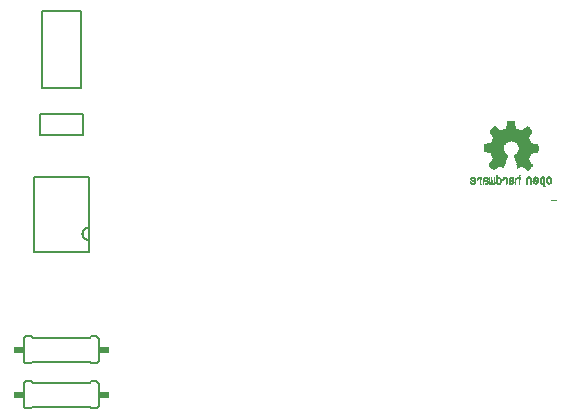
<source format=gbo>
G75*
%MOIN*%
%OFA0B0*%
%FSLAX25Y25*%
%IPPOS*%
%LPD*%
%AMOC8*
5,1,8,0,0,1.08239X$1,22.5*
%
%ADD10C,0.00600*%
%ADD11R,0.03400X0.02400*%
%ADD12C,0.00800*%
%ADD13C,0.00500*%
%ADD14C,0.00000*%
%ADD15R,0.00120X0.00015*%
%ADD16R,0.00150X0.00015*%
%ADD17R,0.00180X0.00015*%
%ADD18R,0.00210X0.00015*%
%ADD19R,0.00255X0.00015*%
%ADD20R,0.00300X0.00015*%
%ADD21R,0.00360X0.00015*%
%ADD22R,0.00390X0.00015*%
%ADD23R,0.00405X0.00015*%
%ADD24R,0.00420X0.00015*%
%ADD25R,0.00435X0.00015*%
%ADD26R,0.00450X0.00015*%
%ADD27R,0.00450X0.00015*%
%ADD28R,0.00075X0.00015*%
%ADD29R,0.00015X0.00015*%
%ADD30R,0.00060X0.00015*%
%ADD31R,0.00045X0.00015*%
%ADD32R,0.00060X0.00015*%
%ADD33R,0.00015X0.00015*%
%ADD34R,0.00030X0.00015*%
%ADD35R,0.00045X0.00015*%
%ADD36R,0.00495X0.00015*%
%ADD37R,0.00465X0.00015*%
%ADD38R,0.00030X0.00015*%
%ADD39R,0.00480X0.00015*%
%ADD40R,0.00225X0.00015*%
%ADD41R,0.00195X0.00015*%
%ADD42R,0.00255X0.00015*%
%ADD43R,0.00060X0.00015*%
%ADD44R,0.00090X0.00015*%
%ADD45R,0.00555X0.00015*%
%ADD46R,0.00480X0.00015*%
%ADD47R,0.00540X0.00015*%
%ADD48R,0.00555X0.00015*%
%ADD49R,0.00315X0.00015*%
%ADD50R,0.00315X0.00015*%
%ADD51R,0.00105X0.00015*%
%ADD52R,0.00585X0.00015*%
%ADD53R,0.00600X0.00015*%
%ADD54R,0.00510X0.00015*%
%ADD55R,0.00510X0.00015*%
%ADD56R,0.00135X0.00015*%
%ADD57R,0.00375X0.00015*%
%ADD58R,0.00135X0.00015*%
%ADD59R,0.00630X0.00015*%
%ADD60R,0.00165X0.00015*%
%ADD61R,0.00660X0.00015*%
%ADD62R,0.00555X0.00015*%
%ADD63R,0.00630X0.00015*%
%ADD64R,0.00660X0.00015*%
%ADD65R,0.00105X0.00015*%
%ADD66R,0.00120X0.00015*%
%ADD67R,0.00180X0.00015*%
%ADD68R,0.00645X0.00015*%
%ADD69R,0.00195X0.00015*%
%ADD70R,0.00705X0.00015*%
%ADD71R,0.00675X0.00015*%
%ADD72R,0.00615X0.00015*%
%ADD73R,0.00615X0.00015*%
%ADD74R,0.00225X0.00015*%
%ADD75R,0.00795X0.00015*%
%ADD76R,0.00645X0.00015*%
%ADD77R,0.00210X0.00015*%
%ADD78R,0.00765X0.00015*%
%ADD79R,0.00735X0.00015*%
%ADD80R,0.01230X0.00015*%
%ADD81R,0.00720X0.00015*%
%ADD82R,0.00240X0.00015*%
%ADD83R,0.00255X0.00015*%
%ADD84R,0.00255X0.00015*%
%ADD85R,0.00750X0.00015*%
%ADD86R,0.00855X0.00015*%
%ADD87R,0.00270X0.00015*%
%ADD88R,0.00810X0.00015*%
%ADD89R,0.01260X0.00015*%
%ADD90R,0.00285X0.00015*%
%ADD91R,0.00285X0.00015*%
%ADD92R,0.00330X0.00015*%
%ADD93R,0.00900X0.00015*%
%ADD94R,0.01575X0.00015*%
%ADD95R,0.00780X0.00015*%
%ADD96R,0.00915X0.00015*%
%ADD97R,0.00855X0.00015*%
%ADD98R,0.01290X0.00015*%
%ADD99R,0.00330X0.00015*%
%ADD100R,0.00810X0.00015*%
%ADD101R,0.00345X0.00015*%
%ADD102R,0.00945X0.00015*%
%ADD103R,0.01605X0.00015*%
%ADD104R,0.00885X0.00015*%
%ADD105R,0.01305X0.00015*%
%ADD106R,0.00885X0.00015*%
%ADD107R,0.00345X0.00015*%
%ADD108R,0.00825X0.00015*%
%ADD109R,0.00975X0.00015*%
%ADD110R,0.01635X0.00015*%
%ADD111R,0.00915X0.00015*%
%ADD112R,0.01320X0.00015*%
%ADD113R,0.00375X0.00015*%
%ADD114R,0.00840X0.00015*%
%ADD115R,0.00360X0.00015*%
%ADD116R,0.01005X0.00015*%
%ADD117R,0.01665X0.00015*%
%ADD118R,0.00990X0.00015*%
%ADD119R,0.00960X0.00015*%
%ADD120R,0.01335X0.00015*%
%ADD121R,0.00405X0.00015*%
%ADD122R,0.00315X0.00015*%
%ADD123R,0.00300X0.00015*%
%ADD124R,0.00840X0.00015*%
%ADD125R,0.00360X0.00015*%
%ADD126R,0.00330X0.00015*%
%ADD127R,0.01035X0.00015*%
%ADD128R,0.01695X0.00015*%
%ADD129R,0.01020X0.00015*%
%ADD130R,0.01365X0.00015*%
%ADD131R,0.01080X0.00015*%
%ADD132R,0.01725X0.00015*%
%ADD133R,0.01065X0.00015*%
%ADD134R,0.01410X0.00015*%
%ADD135R,0.00870X0.00015*%
%ADD136R,0.01110X0.00015*%
%ADD137R,0.01755X0.00015*%
%ADD138R,0.01095X0.00015*%
%ADD139R,0.01125X0.00015*%
%ADD140R,0.01425X0.00015*%
%ADD141R,0.01140X0.00015*%
%ADD142R,0.01770X0.00015*%
%ADD143R,0.01155X0.00015*%
%ADD144R,0.01440X0.00015*%
%ADD145R,0.00480X0.00015*%
%ADD146R,0.01170X0.00015*%
%ADD147R,0.01785X0.00015*%
%ADD148R,0.01185X0.00015*%
%ADD149R,0.01455X0.00015*%
%ADD150R,0.01200X0.00015*%
%ADD151R,0.01800X0.00015*%
%ADD152R,0.01185X0.00015*%
%ADD153R,0.01215X0.00015*%
%ADD154R,0.01815X0.00015*%
%ADD155R,0.01245X0.00015*%
%ADD156R,0.01470X0.00015*%
%ADD157R,0.01215X0.00015*%
%ADD158R,0.01260X0.00015*%
%ADD159R,0.01485X0.00015*%
%ADD160R,0.00930X0.00015*%
%ADD161R,0.01290X0.00015*%
%ADD162R,0.01845X0.00015*%
%ADD163R,0.01515X0.00015*%
%ADD164R,0.01275X0.00015*%
%ADD165R,0.00930X0.00015*%
%ADD166R,0.01875X0.00015*%
%ADD167R,0.01320X0.00015*%
%ADD168R,0.01530X0.00015*%
%ADD169R,0.01305X0.00015*%
%ADD170R,0.00465X0.00015*%
%ADD171R,0.00480X0.00015*%
%ADD172R,0.00945X0.00015*%
%ADD173R,0.00345X0.00015*%
%ADD174R,0.01890X0.00015*%
%ADD175R,0.00915X0.00015*%
%ADD176R,0.01335X0.00015*%
%ADD177R,0.01545X0.00015*%
%ADD178R,0.00570X0.00015*%
%ADD179R,0.00270X0.00015*%
%ADD180R,0.01905X0.00015*%
%ADD181R,0.00540X0.00015*%
%ADD182R,0.00525X0.00015*%
%ADD183R,0.00540X0.00015*%
%ADD184R,0.01395X0.00015*%
%ADD185R,0.01560X0.00015*%
%ADD186R,0.00525X0.00015*%
%ADD187R,0.00435X0.00015*%
%ADD188R,0.00390X0.00015*%
%ADD189R,0.00405X0.00015*%
%ADD190R,0.01470X0.00015*%
%ADD191R,0.01590X0.00015*%
%ADD192R,0.01455X0.00015*%
%ADD193R,0.00420X0.00015*%
%ADD194R,0.00465X0.00015*%
%ADD195R,0.01500X0.00015*%
%ADD196R,0.01605X0.00015*%
%ADD197R,0.01620X0.00015*%
%ADD198R,0.01530X0.00015*%
%ADD199R,0.01635X0.00015*%
%ADD200R,0.01515X0.00015*%
%ADD201R,0.00420X0.00015*%
%ADD202R,0.00375X0.00015*%
%ADD203R,0.00405X0.00015*%
%ADD204R,0.00690X0.00015*%
%ADD205R,0.00675X0.00015*%
%ADD206R,0.00690X0.00015*%
%ADD207R,0.00540X0.00015*%
%ADD208R,0.00510X0.00015*%
%ADD209R,0.00525X0.00015*%
%ADD210R,0.00345X0.00015*%
%ADD211R,0.00360X0.00015*%
%ADD212R,0.00315X0.00015*%
%ADD213R,0.00375X0.00015*%
%ADD214R,0.00390X0.00015*%
%ADD215R,0.00585X0.00015*%
%ADD216R,0.00420X0.00015*%
%ADD217R,0.00600X0.00015*%
%ADD218R,0.00615X0.00015*%
%ADD219R,0.00120X0.00015*%
%ADD220R,0.00075X0.00015*%
%ADD221R,0.00705X0.00015*%
%ADD222R,0.00720X0.00015*%
%ADD223R,0.00780X0.00015*%
%ADD224R,0.00825X0.00015*%
%ADD225R,0.00240X0.00015*%
%ADD226R,0.00885X0.00015*%
%ADD227R,0.00180X0.00015*%
%ADD228R,0.00795X0.00015*%
%ADD229R,0.00765X0.00015*%
%ADD230R,0.00960X0.00015*%
%ADD231R,0.00975X0.00015*%
%ADD232R,0.00870X0.00015*%
%ADD233R,0.01050X0.00015*%
%ADD234R,0.01080X0.00015*%
%ADD235R,0.01095X0.00015*%
%ADD236R,0.01125X0.00015*%
%ADD237R,0.01155X0.00015*%
%ADD238R,0.01170X0.00015*%
%ADD239R,0.01245X0.00015*%
%ADD240R,0.01140X0.00015*%
%ADD241R,0.01125X0.00015*%
%ADD242R,0.01290X0.00015*%
%ADD243R,0.01275X0.00015*%
%ADD244R,0.00840X0.00015*%
%ADD245R,0.01035X0.00015*%
%ADD246R,0.00960X0.00015*%
%ADD247R,0.01530X0.00015*%
%ADD248R,0.01560X0.00015*%
%ADD249R,0.00795X0.00015*%
%ADD250R,0.00810X0.00015*%
%ADD251R,0.01650X0.00015*%
%ADD252R,0.00555X0.00015*%
%ADD253R,0.01005X0.00015*%
%ADD254R,0.00090X0.00015*%
%ADD255R,0.00225X0.00015*%
%ADD256R,0.00435X0.00015*%
%ADD257R,0.00285X0.00015*%
%ADD258R,0.00570X0.00015*%
%ADD259R,0.00330X0.00015*%
%ADD260R,0.00495X0.00015*%
%ADD261R,0.00390X0.00015*%
%ADD262R,0.00525X0.00015*%
%ADD263R,0.00435X0.00015*%
%ADD264R,0.00585X0.00015*%
%ADD265R,0.01245X0.00015*%
%ADD266R,0.01440X0.00015*%
%ADD267R,0.01515X0.00015*%
%ADD268R,0.01545X0.00015*%
%ADD269R,0.01230X0.00015*%
%ADD270R,0.01530X0.00015*%
%ADD271R,0.01500X0.00015*%
%ADD272R,0.01395X0.00015*%
%ADD273R,0.01185X0.00015*%
%ADD274R,0.01200X0.00015*%
%ADD275R,0.01410X0.00015*%
%ADD276R,0.01185X0.00015*%
%ADD277R,0.01380X0.00015*%
%ADD278R,0.01140X0.00015*%
%ADD279R,0.01335X0.00015*%
%ADD280R,0.01320X0.00015*%
%ADD281R,0.01305X0.00015*%
%ADD282R,0.01035X0.00015*%
%ADD283R,0.00990X0.00015*%
%ADD284R,0.01350X0.00015*%
%ADD285R,0.00945X0.00015*%
%ADD286R,0.01260X0.00015*%
%ADD287R,0.01275X0.00015*%
%ADD288R,0.00825X0.00015*%
%ADD289R,0.01215X0.00015*%
%ADD290R,0.00240X0.00015*%
%ADD291R,0.00240X0.00015*%
%ADD292R,0.00810X0.00015*%
%ADD293R,0.00195X0.00015*%
%ADD294R,0.00165X0.00015*%
%ADD295R,0.00570X0.00015*%
%ADD296R,0.00900X0.00015*%
%ADD297R,0.00060X0.00015*%
%ADD298R,0.00495X0.00015*%
%ADD299R,0.00750X0.00015*%
%ADD300R,0.01575X0.00015*%
%ADD301R,0.01095X0.00015*%
%ADD302R,0.01680X0.00015*%
%ADD303R,0.01710X0.00015*%
%ADD304R,0.01725X0.00015*%
%ADD305R,0.01755X0.00015*%
%ADD306R,0.01860X0.00015*%
%ADD307R,0.01905X0.00015*%
%ADD308R,0.01935X0.00015*%
%ADD309R,0.01965X0.00015*%
%ADD310R,0.01485X0.00015*%
%ADD311R,0.01995X0.00015*%
%ADD312R,0.02040X0.00015*%
%ADD313R,0.02070X0.00015*%
%ADD314R,0.01575X0.00015*%
%ADD315R,0.02115X0.00015*%
%ADD316R,0.02160X0.00015*%
%ADD317R,0.02190X0.00015*%
%ADD318R,0.01695X0.00015*%
%ADD319R,0.02220X0.00015*%
%ADD320R,0.02235X0.00015*%
%ADD321R,0.02280X0.00015*%
%ADD322R,0.02340X0.00015*%
%ADD323R,0.01830X0.00015*%
%ADD324R,0.02385X0.00015*%
%ADD325R,0.01890X0.00015*%
%ADD326R,0.02415X0.00015*%
%ADD327R,0.01920X0.00015*%
%ADD328R,0.02430X0.00015*%
%ADD329R,0.02460X0.00015*%
%ADD330R,0.01965X0.00015*%
%ADD331R,0.02505X0.00015*%
%ADD332R,0.02010X0.00015*%
%ADD333R,0.02535X0.00015*%
%ADD334R,0.02580X0.00015*%
%ADD335R,0.02085X0.00015*%
%ADD336R,0.02625X0.00015*%
%ADD337R,0.02130X0.00015*%
%ADD338R,0.02670X0.00015*%
%ADD339R,0.02700X0.00015*%
%ADD340R,0.00660X0.00015*%
%ADD341R,0.02190X0.00015*%
%ADD342R,0.02715X0.00015*%
%ADD343R,0.02205X0.00015*%
%ADD344R,0.02745X0.00015*%
%ADD345R,0.02235X0.00015*%
%ADD346R,0.02775X0.00015*%
%ADD347R,0.02820X0.00015*%
%ADD348R,0.02310X0.00015*%
%ADD349R,0.02880X0.00015*%
%ADD350R,0.02355X0.00015*%
%ADD351R,0.02895X0.00015*%
%ADD352R,0.02925X0.00015*%
%ADD353R,0.02970X0.00015*%
%ADD354R,0.03000X0.00015*%
%ADD355R,0.03045X0.00015*%
%ADD356R,0.01005X0.00015*%
%ADD357R,0.00780X0.00015*%
%ADD358R,0.02505X0.00015*%
%ADD359R,0.03090X0.00015*%
%ADD360R,0.02550X0.00015*%
%ADD361R,0.03135X0.00015*%
%ADD362R,0.03165X0.00015*%
%ADD363R,0.02625X0.00015*%
%ADD364R,0.03195X0.00015*%
%ADD365R,0.02655X0.00015*%
%ADD366R,0.03210X0.00015*%
%ADD367R,0.03240X0.00015*%
%ADD368R,0.02700X0.00015*%
%ADD369R,0.03285X0.00015*%
%ADD370R,0.02745X0.00015*%
%ADD371R,0.03330X0.00015*%
%ADD372R,0.02790X0.00015*%
%ADD373R,0.03360X0.00015*%
%ADD374R,0.02835X0.00015*%
%ADD375R,0.03390X0.00015*%
%ADD376R,0.02865X0.00015*%
%ADD377R,0.03420X0.00015*%
%ADD378R,0.04905X0.00015*%
%ADD379R,0.04920X0.00015*%
%ADD380R,0.02940X0.00015*%
%ADD381R,0.04950X0.00015*%
%ADD382R,0.02985X0.00015*%
%ADD383R,0.04965X0.00015*%
%ADD384R,0.03015X0.00015*%
%ADD385R,0.04980X0.00015*%
%ADD386R,0.03045X0.00015*%
%ADD387R,0.05010X0.00015*%
%ADD388R,0.03075X0.00015*%
%ADD389R,0.03105X0.00015*%
%ADD390R,0.05040X0.00015*%
%ADD391R,0.05040X0.00015*%
%ADD392R,0.03180X0.00015*%
%ADD393R,0.05070X0.00015*%
%ADD394R,0.03225X0.00015*%
%ADD395R,0.03255X0.00015*%
%ADD396R,0.05085X0.00015*%
%ADD397R,0.03300X0.00015*%
%ADD398R,0.05100X0.00015*%
%ADD399R,0.04935X0.00015*%
%ADD400R,0.05115X0.00015*%
%ADD401R,0.04995X0.00015*%
%ADD402R,0.05130X0.00015*%
%ADD403R,0.05010X0.00015*%
%ADD404R,0.05130X0.00015*%
%ADD405R,0.05010X0.00015*%
%ADD406R,0.05025X0.00015*%
%ADD407R,0.05040X0.00015*%
%ADD408R,0.05055X0.00015*%
%ADD409R,0.05130X0.00015*%
%ADD410R,0.05085X0.00015*%
%ADD411R,0.05115X0.00015*%
%ADD412R,0.05145X0.00015*%
%ADD413R,0.05160X0.00015*%
%ADD414R,0.05130X0.00015*%
%ADD415R,0.05190X0.00015*%
%ADD416R,0.05190X0.00015*%
%ADD417R,0.05205X0.00015*%
%ADD418R,0.05220X0.00015*%
%ADD419R,0.05070X0.00015*%
%ADD420R,0.05085X0.00015*%
%ADD421R,0.05205X0.00015*%
%ADD422R,0.05220X0.00015*%
%ADD423R,0.05055X0.00015*%
%ADD424R,0.05025X0.00015*%
%ADD425R,0.05205X0.00015*%
%ADD426R,0.05025X0.00015*%
%ADD427R,0.05190X0.00015*%
%ADD428R,0.05190X0.00015*%
%ADD429R,0.04995X0.00015*%
%ADD430R,0.05175X0.00015*%
%ADD431R,0.04950X0.00015*%
%ADD432R,0.05145X0.00015*%
%ADD433R,0.05145X0.00015*%
%ADD434R,0.04920X0.00015*%
%ADD435R,0.04905X0.00015*%
%ADD436R,0.04905X0.00015*%
%ADD437R,0.05115X0.00015*%
%ADD438R,0.04890X0.00015*%
%ADD439R,0.04890X0.00015*%
%ADD440R,0.04875X0.00015*%
%ADD441R,0.04845X0.00015*%
%ADD442R,0.04830X0.00015*%
%ADD443R,0.04830X0.00015*%
%ADD444R,0.05070X0.00015*%
%ADD445R,0.04830X0.00015*%
%ADD446R,0.04815X0.00015*%
%ADD447R,0.04800X0.00015*%
%ADD448R,0.04800X0.00015*%
%ADD449R,0.05010X0.00015*%
%ADD450R,0.04785X0.00015*%
%ADD451R,0.04770X0.00015*%
%ADD452R,0.04770X0.00015*%
%ADD453R,0.04755X0.00015*%
%ADD454R,0.04740X0.00015*%
%ADD455R,0.04725X0.00015*%
%ADD456R,0.04725X0.00015*%
%ADD457R,0.04980X0.00015*%
%ADD458R,0.04710X0.00015*%
%ADD459R,0.04725X0.00015*%
%ADD460R,0.04710X0.00015*%
%ADD461R,0.04695X0.00015*%
%ADD462R,0.04680X0.00015*%
%ADD463R,0.04695X0.00015*%
%ADD464R,0.04680X0.00015*%
%ADD465R,0.04905X0.00015*%
%ADD466R,0.04665X0.00015*%
%ADD467R,0.04650X0.00015*%
%ADD468R,0.04635X0.00015*%
%ADD469R,0.04620X0.00015*%
%ADD470R,0.04620X0.00015*%
%ADD471R,0.04890X0.00015*%
%ADD472R,0.04605X0.00015*%
%ADD473R,0.04605X0.00015*%
%ADD474R,0.04590X0.00015*%
%ADD475R,0.04845X0.00015*%
%ADD476R,0.04575X0.00015*%
%ADD477R,0.04590X0.00015*%
%ADD478R,0.04575X0.00015*%
%ADD479R,0.04845X0.00015*%
%ADD480R,0.04560X0.00015*%
%ADD481R,0.04545X0.00015*%
%ADD482R,0.04530X0.00015*%
%ADD483R,0.04515X0.00015*%
%ADD484R,0.04530X0.00015*%
%ADD485R,0.04500X0.00015*%
%ADD486R,0.04515X0.00015*%
%ADD487R,0.04785X0.00015*%
%ADD488R,0.04485X0.00015*%
%ADD489R,0.04755X0.00015*%
%ADD490R,0.04470X0.00015*%
%ADD491R,0.04740X0.00015*%
%ADD492R,0.04485X0.00015*%
%ADD493R,0.04755X0.00015*%
%ADD494R,0.04545X0.00015*%
%ADD495R,0.04695X0.00015*%
%ADD496R,0.04680X0.00015*%
%ADD497R,0.04665X0.00015*%
%ADD498R,0.04725X0.00015*%
%ADD499R,0.04680X0.00015*%
%ADD500R,0.04860X0.00015*%
%ADD501R,0.04740X0.00015*%
%ADD502R,0.04875X0.00015*%
%ADD503R,0.04965X0.00015*%
%ADD504R,0.04860X0.00015*%
%ADD505R,0.04995X0.00015*%
%ADD506R,0.04875X0.00015*%
%ADD507R,0.04980X0.00015*%
%ADD508R,0.05235X0.00015*%
%ADD509R,0.05235X0.00015*%
%ADD510R,0.05250X0.00015*%
%ADD511R,0.05280X0.00015*%
%ADD512R,0.05295X0.00015*%
%ADD513R,0.05325X0.00015*%
%ADD514R,0.05340X0.00015*%
%ADD515R,0.05235X0.00015*%
%ADD516R,0.05355X0.00015*%
%ADD517R,0.05370X0.00015*%
%ADD518R,0.05265X0.00015*%
%ADD519R,0.05370X0.00015*%
%ADD520R,0.05280X0.00015*%
%ADD521R,0.05385X0.00015*%
%ADD522R,0.05295X0.00015*%
%ADD523R,0.05400X0.00015*%
%ADD524R,0.05415X0.00015*%
%ADD525R,0.05310X0.00015*%
%ADD526R,0.05430X0.00015*%
%ADD527R,0.05445X0.00015*%
%ADD528R,0.05460X0.00015*%
%ADD529R,0.05355X0.00015*%
%ADD530R,0.05475X0.00015*%
%ADD531R,0.05505X0.00015*%
%ADD532R,0.05520X0.00015*%
%ADD533R,0.05535X0.00015*%
%ADD534R,0.05550X0.00015*%
%ADD535R,0.05550X0.00015*%
%ADD536R,0.05475X0.00015*%
%ADD537R,0.05490X0.00015*%
%ADD538R,0.05475X0.00015*%
%ADD539R,0.05385X0.00015*%
%ADD540R,0.05370X0.00015*%
%ADD541R,0.05325X0.00015*%
%ADD542R,0.05310X0.00015*%
%ADD543R,0.05265X0.00015*%
%ADD544R,0.05175X0.00015*%
%ADD545R,0.04980X0.00015*%
%ADD546R,0.04965X0.00015*%
%ADD547R,0.04860X0.00015*%
%ADD548R,0.04845X0.00015*%
%ADD549R,0.04815X0.00015*%
%ADD550R,0.04770X0.00015*%
%ADD551R,0.05295X0.00015*%
%ADD552R,0.04635X0.00015*%
%ADD553R,0.05610X0.00015*%
%ADD554R,0.05700X0.00015*%
%ADD555R,0.05760X0.00015*%
%ADD556R,0.05805X0.00015*%
%ADD557R,0.05850X0.00015*%
%ADD558R,0.05895X0.00015*%
%ADD559R,0.06000X0.00015*%
%ADD560R,0.06135X0.00015*%
%ADD561R,0.06225X0.00015*%
%ADD562R,0.06300X0.00015*%
%ADD563R,0.06330X0.00015*%
%ADD564R,0.06375X0.00015*%
%ADD565R,0.06450X0.00015*%
%ADD566R,0.06570X0.00015*%
%ADD567R,0.05565X0.00015*%
%ADD568R,0.06690X0.00015*%
%ADD569R,0.06735X0.00015*%
%ADD570R,0.05790X0.00015*%
%ADD571R,0.06765X0.00015*%
%ADD572R,0.05850X0.00015*%
%ADD573R,0.06780X0.00015*%
%ADD574R,0.05895X0.00015*%
%ADD575R,0.06795X0.00015*%
%ADD576R,0.05955X0.00015*%
%ADD577R,0.06810X0.00015*%
%ADD578R,0.06060X0.00015*%
%ADD579R,0.06195X0.00015*%
%ADD580R,0.06825X0.00015*%
%ADD581R,0.06330X0.00015*%
%ADD582R,0.06840X0.00015*%
%ADD583R,0.06390X0.00015*%
%ADD584R,0.06495X0.00015*%
%ADD585R,0.06840X0.00015*%
%ADD586R,0.06555X0.00015*%
%ADD587R,0.06825X0.00015*%
%ADD588R,0.06645X0.00015*%
%ADD589R,0.06825X0.00015*%
%ADD590R,0.06705X0.00015*%
%ADD591R,0.06705X0.00015*%
%ADD592R,0.06810X0.00015*%
%ADD593R,0.06720X0.00015*%
%ADD594R,0.06795X0.00015*%
%ADD595R,0.06750X0.00015*%
%ADD596R,0.06765X0.00015*%
%ADD597R,0.06795X0.00015*%
%ADD598R,0.06780X0.00015*%
%ADD599R,0.06780X0.00015*%
%ADD600R,0.06750X0.00015*%
%ADD601R,0.06720X0.00015*%
%ADD602R,0.06720X0.00015*%
%ADD603R,0.06705X0.00015*%
%ADD604R,0.06705X0.00015*%
%ADD605R,0.06690X0.00015*%
%ADD606R,0.06675X0.00015*%
%ADD607R,0.06690X0.00015*%
%ADD608R,0.06675X0.00015*%
%ADD609R,0.06675X0.00015*%
%ADD610R,0.06660X0.00015*%
%ADD611R,0.06675X0.00015*%
%ADD612R,0.06660X0.00015*%
%ADD613R,0.06660X0.00015*%
%ADD614R,0.06645X0.00015*%
%ADD615R,0.06630X0.00015*%
%ADD616R,0.06660X0.00015*%
%ADD617R,0.06630X0.00015*%
%ADD618R,0.06645X0.00015*%
%ADD619R,0.06735X0.00015*%
%ADD620R,0.06765X0.00015*%
%ADD621R,0.06780X0.00015*%
%ADD622R,0.06825X0.00015*%
%ADD623R,0.06855X0.00015*%
%ADD624R,0.06855X0.00015*%
%ADD625R,0.06870X0.00015*%
%ADD626R,0.06885X0.00015*%
%ADD627R,0.06525X0.00015*%
%ADD628R,0.06405X0.00015*%
%ADD629R,0.06255X0.00015*%
%ADD630R,0.06165X0.00015*%
%ADD631R,0.06870X0.00015*%
%ADD632R,0.06120X0.00015*%
%ADD633R,0.06885X0.00015*%
%ADD634R,0.06060X0.00015*%
%ADD635R,0.06015X0.00015*%
%ADD636R,0.05910X0.00015*%
%ADD637R,0.05670X0.00015*%
%ADD638R,0.05595X0.00015*%
%ADD639R,0.06585X0.00015*%
%ADD640R,0.05160X0.00015*%
%ADD641R,0.06390X0.00015*%
%ADD642R,0.05025X0.00015*%
%ADD643R,0.06330X0.00015*%
%ADD644R,0.06075X0.00015*%
%ADD645R,0.05820X0.00015*%
%ADD646R,0.05775X0.00015*%
%ADD647R,0.05685X0.00015*%
%ADD648R,0.05460X0.00015*%
%ADD649R,0.04860X0.00015*%
%ADD650R,0.04935X0.00015*%
%ADD651R,0.05160X0.00015*%
%ADD652R,0.05325X0.00015*%
%ADD653R,0.05340X0.00015*%
%ADD654R,0.05355X0.00015*%
%ADD655R,0.05430X0.00015*%
%ADD656R,0.05535X0.00015*%
%ADD657R,0.05595X0.00015*%
%ADD658R,0.05640X0.00015*%
%ADD659R,0.05640X0.00015*%
%ADD660R,0.05670X0.00015*%
%ADD661R,0.05685X0.00015*%
%ADD662R,0.05700X0.00015*%
%ADD663R,0.05715X0.00015*%
%ADD664R,0.05715X0.00015*%
%ADD665R,0.05730X0.00015*%
%ADD666R,0.05745X0.00015*%
%ADD667R,0.05760X0.00015*%
%ADD668R,0.06000X0.00015*%
%ADD669R,0.06105X0.00015*%
%ADD670R,0.06180X0.00015*%
%ADD671R,0.06210X0.00015*%
%ADD672R,0.12690X0.00015*%
%ADD673R,0.12675X0.00015*%
%ADD674R,0.12660X0.00015*%
%ADD675R,0.12660X0.00015*%
%ADD676R,0.12645X0.00015*%
%ADD677R,0.12615X0.00015*%
%ADD678R,0.12600X0.00015*%
%ADD679R,0.12585X0.00015*%
%ADD680R,0.12555X0.00015*%
%ADD681R,0.12540X0.00015*%
%ADD682R,0.12525X0.00015*%
%ADD683R,0.12510X0.00015*%
%ADD684R,0.12510X0.00015*%
%ADD685R,0.12480X0.00015*%
%ADD686R,0.12450X0.00015*%
%ADD687R,0.12435X0.00015*%
%ADD688R,0.12420X0.00015*%
%ADD689R,0.12390X0.00015*%
%ADD690R,0.12375X0.00015*%
%ADD691R,0.12360X0.00015*%
%ADD692R,0.12330X0.00015*%
%ADD693R,0.12300X0.00015*%
%ADD694R,0.12285X0.00015*%
%ADD695R,0.12270X0.00015*%
%ADD696R,0.12255X0.00015*%
%ADD697R,0.12240X0.00015*%
%ADD698R,0.12225X0.00015*%
%ADD699R,0.12195X0.00015*%
%ADD700R,0.12165X0.00015*%
%ADD701R,0.12150X0.00015*%
%ADD702R,0.12135X0.00015*%
%ADD703R,0.12120X0.00015*%
%ADD704R,0.12090X0.00015*%
%ADD705R,0.12075X0.00015*%
%ADD706R,0.12060X0.00015*%
%ADD707R,0.12045X0.00015*%
%ADD708R,0.12015X0.00015*%
%ADD709R,0.12000X0.00015*%
%ADD710R,0.11985X0.00015*%
%ADD711R,0.11955X0.00015*%
%ADD712R,0.11940X0.00015*%
%ADD713R,0.11925X0.00015*%
%ADD714R,0.11910X0.00015*%
%ADD715R,0.11910X0.00015*%
%ADD716R,0.11880X0.00015*%
%ADD717R,0.11850X0.00015*%
%ADD718R,0.11835X0.00015*%
%ADD719R,0.11805X0.00015*%
%ADD720R,0.11775X0.00015*%
%ADD721R,0.11760X0.00015*%
%ADD722R,0.11745X0.00015*%
%ADD723R,0.11730X0.00015*%
%ADD724R,0.11700X0.00015*%
%ADD725R,0.11700X0.00015*%
%ADD726R,0.11685X0.00015*%
%ADD727R,0.11655X0.00015*%
%ADD728R,0.11640X0.00015*%
%ADD729R,0.11625X0.00015*%
%ADD730R,0.11625X0.00015*%
%ADD731R,0.11670X0.00015*%
%ADD732R,0.11715X0.00015*%
%ADD733R,0.11790X0.00015*%
%ADD734R,0.11820X0.00015*%
%ADD735R,0.11820X0.00015*%
%ADD736R,0.11880X0.00015*%
%ADD737R,0.11895X0.00015*%
%ADD738R,0.11970X0.00015*%
%ADD739R,0.12045X0.00015*%
%ADD740R,0.12075X0.00015*%
%ADD741R,0.12105X0.00015*%
%ADD742R,0.12135X0.00015*%
%ADD743R,0.12165X0.00015*%
%ADD744R,0.12180X0.00015*%
%ADD745R,0.12195X0.00015*%
%ADD746R,0.12210X0.00015*%
%ADD747R,0.12225X0.00015*%
%ADD748R,0.12255X0.00015*%
%ADD749R,0.12360X0.00015*%
%ADD750R,0.12390X0.00015*%
%ADD751R,0.12405X0.00015*%
%ADD752R,0.12435X0.00015*%
%ADD753R,0.12480X0.00015*%
%ADD754R,0.12480X0.00015*%
%ADD755R,0.12510X0.00015*%
%ADD756R,0.12570X0.00015*%
%ADD757R,0.12630X0.00015*%
%ADD758R,0.12675X0.00015*%
%ADD759R,0.12705X0.00015*%
%ADD760R,0.12735X0.00015*%
%ADD761R,0.12750X0.00015*%
%ADD762R,0.12780X0.00015*%
%ADD763R,0.12795X0.00015*%
%ADD764R,0.12810X0.00015*%
%ADD765R,0.12840X0.00015*%
%ADD766R,0.12855X0.00015*%
%ADD767R,0.12885X0.00015*%
%ADD768R,0.12900X0.00015*%
%ADD769R,0.12915X0.00015*%
%ADD770R,0.12945X0.00015*%
%ADD771R,0.12960X0.00015*%
%ADD772R,0.12990X0.00015*%
%ADD773R,0.13005X0.00015*%
%ADD774R,0.13020X0.00015*%
%ADD775R,0.13035X0.00015*%
%ADD776R,0.13065X0.00015*%
%ADD777R,0.13080X0.00015*%
%ADD778R,0.13110X0.00015*%
%ADD779R,0.13125X0.00015*%
%ADD780R,0.13155X0.00015*%
%ADD781R,0.13170X0.00015*%
%ADD782R,0.13200X0.00015*%
%ADD783R,0.13230X0.00015*%
%ADD784R,0.13260X0.00015*%
%ADD785R,0.13290X0.00015*%
%ADD786R,0.13320X0.00015*%
%ADD787R,0.13350X0.00015*%
%ADD788R,0.13365X0.00015*%
%ADD789R,0.13395X0.00015*%
%ADD790R,0.13425X0.00015*%
%ADD791R,0.13455X0.00015*%
%ADD792R,0.13470X0.00015*%
%ADD793R,0.13500X0.00015*%
%ADD794R,0.13530X0.00015*%
%ADD795R,0.13560X0.00015*%
%ADD796R,0.13575X0.00015*%
%ADD797R,0.13605X0.00015*%
%ADD798R,0.13635X0.00015*%
%ADD799R,0.13650X0.00015*%
%ADD800R,0.13680X0.00015*%
%ADD801R,0.13695X0.00015*%
%ADD802R,0.13725X0.00015*%
%ADD803R,0.13740X0.00015*%
%ADD804R,0.13770X0.00015*%
%ADD805R,0.13785X0.00015*%
%ADD806R,0.13800X0.00015*%
%ADD807R,0.13830X0.00015*%
%ADD808R,0.13860X0.00015*%
%ADD809R,0.13875X0.00015*%
%ADD810R,0.13905X0.00015*%
%ADD811R,0.13935X0.00015*%
%ADD812R,0.13950X0.00015*%
%ADD813R,0.13980X0.00015*%
%ADD814R,0.14010X0.00015*%
%ADD815R,0.14025X0.00015*%
%ADD816R,0.14055X0.00015*%
%ADD817R,0.14070X0.00015*%
%ADD818R,0.14085X0.00015*%
%ADD819R,0.14115X0.00015*%
%ADD820R,0.14145X0.00015*%
%ADD821R,0.14160X0.00015*%
%ADD822R,0.14190X0.00015*%
%ADD823R,0.14205X0.00015*%
%ADD824R,0.14220X0.00015*%
%ADD825R,0.14235X0.00015*%
%ADD826R,0.14265X0.00015*%
%ADD827R,0.14280X0.00015*%
%ADD828R,0.14295X0.00015*%
%ADD829R,0.14295X0.00015*%
%ADD830R,0.14250X0.00015*%
%ADD831R,0.14205X0.00015*%
%ADD832R,0.14175X0.00015*%
%ADD833R,0.14160X0.00015*%
%ADD834R,0.14130X0.00015*%
%ADD835R,0.14100X0.00015*%
%ADD836R,0.14040X0.00015*%
%ADD837R,0.14010X0.00015*%
%ADD838R,0.03465X0.00015*%
%ADD839R,0.10440X0.00015*%
%ADD840R,0.03420X0.00015*%
%ADD841R,0.10395X0.00015*%
%ADD842R,0.03375X0.00015*%
%ADD843R,0.10335X0.00015*%
%ADD844R,0.03570X0.00015*%
%ADD845R,0.06600X0.00015*%
%ADD846R,0.03525X0.00015*%
%ADD847R,0.03270X0.00015*%
%ADD848R,0.03495X0.00015*%
%ADD849R,0.03210X0.00015*%
%ADD850R,0.06480X0.00015*%
%ADD851R,0.03435X0.00015*%
%ADD852R,0.03165X0.00015*%
%ADD853R,0.03390X0.00015*%
%ADD854R,0.03120X0.00015*%
%ADD855R,0.06315X0.00015*%
%ADD856R,0.03345X0.00015*%
%ADD857R,0.03090X0.00015*%
%ADD858R,0.03075X0.00015*%
%ADD859R,0.06225X0.00015*%
%ADD860R,0.03270X0.00015*%
%ADD861R,0.06180X0.00015*%
%ADD862R,0.02970X0.00015*%
%ADD863R,0.06075X0.00015*%
%ADD864R,0.03195X0.00015*%
%ADD865R,0.02925X0.00015*%
%ADD866R,0.05985X0.00015*%
%ADD867R,0.03135X0.00015*%
%ADD868R,0.02850X0.00015*%
%ADD869R,0.05835X0.00015*%
%ADD870R,0.03030X0.00015*%
%ADD871R,0.02805X0.00015*%
%ADD872R,0.02730X0.00015*%
%ADD873R,0.05625X0.00015*%
%ADD874R,0.02925X0.00015*%
%ADD875R,0.02640X0.00015*%
%ADD876R,0.02595X0.00015*%
%ADD877R,0.02565X0.00015*%
%ADD878R,0.02760X0.00015*%
%ADD879R,0.02520X0.00015*%
%ADD880R,0.02730X0.00015*%
%ADD881R,0.02475X0.00015*%
%ADD882R,0.02685X0.00015*%
%ADD883R,0.02445X0.00015*%
%ADD884R,0.02400X0.00015*%
%ADD885R,0.02370X0.00015*%
%ADD886R,0.02565X0.00015*%
%ADD887R,0.02340X0.00015*%
%ADD888R,0.02325X0.00015*%
%ADD889R,0.02505X0.00015*%
%ADD890R,0.02280X0.00015*%
%ADD891R,0.02460X0.00015*%
%ADD892R,0.04560X0.00015*%
%ADD893R,0.02190X0.00015*%
%ADD894R,0.04440X0.00015*%
%ADD895R,0.02370X0.00015*%
%ADD896R,0.02145X0.00015*%
%ADD897R,0.04365X0.00015*%
%ADD898R,0.04320X0.00015*%
%ADD899R,0.02310X0.00015*%
%ADD900R,0.02100X0.00015*%
%ADD901R,0.04260X0.00015*%
%ADD902R,0.04200X0.00015*%
%ADD903R,0.02265X0.00015*%
%ADD904R,0.02040X0.00015*%
%ADD905R,0.04095X0.00015*%
%ADD906R,0.02220X0.00015*%
%ADD907R,0.03915X0.00015*%
%ADD908R,0.02175X0.00015*%
%ADD909R,0.03765X0.00015*%
%ADD910R,0.03675X0.00015*%
%ADD911R,0.01890X0.00015*%
%ADD912R,0.03615X0.00015*%
%ADD913R,0.02055X0.00015*%
%ADD914R,0.01860X0.00015*%
%ADD915R,0.03555X0.00015*%
%ADD916R,0.03450X0.00015*%
%ADD917R,0.03315X0.00015*%
%ADD918R,0.01680X0.00015*%
%ADD919R,0.01650X0.00015*%
%ADD920R,0.01620X0.00015*%
%ADD921R,0.03240X0.00015*%
%ADD922R,0.01740X0.00015*%
%ADD923R,0.01665X0.00015*%
%ADD924R,0.01635X0.00015*%
%ADD925R,0.01410X0.00015*%
%ADD926R,0.01395X0.00015*%
%ADD927R,0.01365X0.00015*%
%ADD928R,0.01290X0.00015*%
%ADD929R,0.03210X0.00015*%
%ADD930R,0.01455X0.00015*%
%ADD931R,0.01110X0.00015*%
%ADD932R,0.03180X0.00015*%
%ADD933R,0.03150X0.00015*%
%ADD934R,0.03150X0.00015*%
%ADD935R,0.01050X0.00015*%
%ADD936R,0.03105X0.00015*%
%ADD937R,0.00660X0.00015*%
%ADD938R,0.03075X0.00015*%
%ADD939R,0.03060X0.00015*%
%ADD940R,0.03000X0.00015*%
%ADD941R,0.02955X0.00015*%
%ADD942R,0.02940X0.00015*%
%ADD943R,0.02940X0.00015*%
%ADD944R,0.02910X0.00015*%
%ADD945R,0.02910X0.00015*%
%ADD946R,0.02865X0.00015*%
%ADD947R,0.02805X0.00015*%
%ADD948R,0.02775X0.00015*%
%ADD949R,0.02760X0.00015*%
%ADD950R,0.02655X0.00015*%
%ADD951R,0.02640X0.00015*%
%ADD952R,0.02610X0.00015*%
%ADD953R,0.02595X0.00015*%
%ADD954R,0.02535X0.00015*%
%ADD955R,0.02475X0.00015*%
%ADD956R,0.02175X0.00015*%
D10*
X0035300Y0096008D02*
X0036800Y0096008D01*
X0037300Y0096508D01*
X0056300Y0096508D01*
X0056800Y0096008D01*
X0058300Y0096008D01*
X0058360Y0096010D01*
X0058421Y0096015D01*
X0058480Y0096024D01*
X0058539Y0096037D01*
X0058598Y0096053D01*
X0058655Y0096073D01*
X0058710Y0096096D01*
X0058765Y0096123D01*
X0058817Y0096152D01*
X0058868Y0096185D01*
X0058917Y0096221D01*
X0058963Y0096259D01*
X0059007Y0096301D01*
X0059049Y0096345D01*
X0059087Y0096391D01*
X0059123Y0096440D01*
X0059156Y0096491D01*
X0059185Y0096543D01*
X0059212Y0096598D01*
X0059235Y0096653D01*
X0059255Y0096710D01*
X0059271Y0096769D01*
X0059284Y0096828D01*
X0059293Y0096887D01*
X0059298Y0096948D01*
X0059300Y0097008D01*
X0059300Y0104008D01*
X0059298Y0104068D01*
X0059293Y0104129D01*
X0059284Y0104188D01*
X0059271Y0104247D01*
X0059255Y0104306D01*
X0059235Y0104363D01*
X0059212Y0104418D01*
X0059185Y0104473D01*
X0059156Y0104525D01*
X0059123Y0104576D01*
X0059087Y0104625D01*
X0059049Y0104671D01*
X0059007Y0104715D01*
X0058963Y0104757D01*
X0058917Y0104795D01*
X0058868Y0104831D01*
X0058817Y0104864D01*
X0058765Y0104893D01*
X0058710Y0104920D01*
X0058655Y0104943D01*
X0058598Y0104963D01*
X0058539Y0104979D01*
X0058480Y0104992D01*
X0058421Y0105001D01*
X0058360Y0105006D01*
X0058300Y0105008D01*
X0056800Y0105008D01*
X0056300Y0104508D01*
X0037300Y0104508D01*
X0036800Y0105008D01*
X0035300Y0105008D01*
X0035240Y0105006D01*
X0035179Y0105001D01*
X0035120Y0104992D01*
X0035061Y0104979D01*
X0035002Y0104963D01*
X0034945Y0104943D01*
X0034890Y0104920D01*
X0034835Y0104893D01*
X0034783Y0104864D01*
X0034732Y0104831D01*
X0034683Y0104795D01*
X0034637Y0104757D01*
X0034593Y0104715D01*
X0034551Y0104671D01*
X0034513Y0104625D01*
X0034477Y0104576D01*
X0034444Y0104525D01*
X0034415Y0104473D01*
X0034388Y0104418D01*
X0034365Y0104363D01*
X0034345Y0104306D01*
X0034329Y0104247D01*
X0034316Y0104188D01*
X0034307Y0104129D01*
X0034302Y0104068D01*
X0034300Y0104008D01*
X0034300Y0097008D01*
X0034302Y0096948D01*
X0034307Y0096887D01*
X0034316Y0096828D01*
X0034329Y0096769D01*
X0034345Y0096710D01*
X0034365Y0096653D01*
X0034388Y0096598D01*
X0034415Y0096543D01*
X0034444Y0096491D01*
X0034477Y0096440D01*
X0034513Y0096391D01*
X0034551Y0096345D01*
X0034593Y0096301D01*
X0034637Y0096259D01*
X0034683Y0096221D01*
X0034732Y0096185D01*
X0034783Y0096152D01*
X0034835Y0096123D01*
X0034890Y0096096D01*
X0034945Y0096073D01*
X0035002Y0096053D01*
X0035061Y0096037D01*
X0035120Y0096024D01*
X0035179Y0096015D01*
X0035240Y0096010D01*
X0035300Y0096008D01*
X0035300Y0111008D02*
X0036800Y0111008D01*
X0037300Y0111508D01*
X0056300Y0111508D01*
X0056800Y0111008D01*
X0058300Y0111008D01*
X0058360Y0111010D01*
X0058421Y0111015D01*
X0058480Y0111024D01*
X0058539Y0111037D01*
X0058598Y0111053D01*
X0058655Y0111073D01*
X0058710Y0111096D01*
X0058765Y0111123D01*
X0058817Y0111152D01*
X0058868Y0111185D01*
X0058917Y0111221D01*
X0058963Y0111259D01*
X0059007Y0111301D01*
X0059049Y0111345D01*
X0059087Y0111391D01*
X0059123Y0111440D01*
X0059156Y0111491D01*
X0059185Y0111543D01*
X0059212Y0111598D01*
X0059235Y0111653D01*
X0059255Y0111710D01*
X0059271Y0111769D01*
X0059284Y0111828D01*
X0059293Y0111887D01*
X0059298Y0111948D01*
X0059300Y0112008D01*
X0059300Y0119008D01*
X0059298Y0119068D01*
X0059293Y0119129D01*
X0059284Y0119188D01*
X0059271Y0119247D01*
X0059255Y0119306D01*
X0059235Y0119363D01*
X0059212Y0119418D01*
X0059185Y0119473D01*
X0059156Y0119525D01*
X0059123Y0119576D01*
X0059087Y0119625D01*
X0059049Y0119671D01*
X0059007Y0119715D01*
X0058963Y0119757D01*
X0058917Y0119795D01*
X0058868Y0119831D01*
X0058817Y0119864D01*
X0058765Y0119893D01*
X0058710Y0119920D01*
X0058655Y0119943D01*
X0058598Y0119963D01*
X0058539Y0119979D01*
X0058480Y0119992D01*
X0058421Y0120001D01*
X0058360Y0120006D01*
X0058300Y0120008D01*
X0056800Y0120008D01*
X0056300Y0119508D01*
X0037300Y0119508D01*
X0036800Y0120008D01*
X0035300Y0120008D01*
X0035240Y0120006D01*
X0035179Y0120001D01*
X0035120Y0119992D01*
X0035061Y0119979D01*
X0035002Y0119963D01*
X0034945Y0119943D01*
X0034890Y0119920D01*
X0034835Y0119893D01*
X0034783Y0119864D01*
X0034732Y0119831D01*
X0034683Y0119795D01*
X0034637Y0119757D01*
X0034593Y0119715D01*
X0034551Y0119671D01*
X0034513Y0119625D01*
X0034477Y0119576D01*
X0034444Y0119525D01*
X0034415Y0119473D01*
X0034388Y0119418D01*
X0034365Y0119363D01*
X0034345Y0119306D01*
X0034329Y0119247D01*
X0034316Y0119188D01*
X0034307Y0119129D01*
X0034302Y0119068D01*
X0034300Y0119008D01*
X0034300Y0112008D01*
X0034302Y0111948D01*
X0034307Y0111887D01*
X0034316Y0111828D01*
X0034329Y0111769D01*
X0034345Y0111710D01*
X0034365Y0111653D01*
X0034388Y0111598D01*
X0034415Y0111543D01*
X0034444Y0111491D01*
X0034477Y0111440D01*
X0034513Y0111391D01*
X0034551Y0111345D01*
X0034593Y0111301D01*
X0034637Y0111259D01*
X0034683Y0111221D01*
X0034732Y0111185D01*
X0034783Y0111152D01*
X0034835Y0111123D01*
X0034890Y0111096D01*
X0034945Y0111073D01*
X0035002Y0111053D01*
X0035061Y0111037D01*
X0035120Y0111024D01*
X0035179Y0111015D01*
X0035240Y0111010D01*
X0035300Y0111008D01*
X0037686Y0147988D02*
X0055914Y0147988D01*
X0055914Y0152122D01*
X0055914Y0156236D01*
X0055914Y0173027D01*
X0037686Y0173027D01*
X0037686Y0147988D01*
X0055914Y0152122D02*
X0055824Y0152124D01*
X0055735Y0152130D01*
X0055646Y0152140D01*
X0055557Y0152153D01*
X0055469Y0152171D01*
X0055382Y0152192D01*
X0055295Y0152217D01*
X0055210Y0152246D01*
X0055127Y0152279D01*
X0055045Y0152315D01*
X0054964Y0152354D01*
X0054885Y0152398D01*
X0054809Y0152444D01*
X0054734Y0152494D01*
X0054662Y0152547D01*
X0054592Y0152603D01*
X0054524Y0152662D01*
X0054459Y0152724D01*
X0054397Y0152789D01*
X0054338Y0152857D01*
X0054282Y0152927D01*
X0054229Y0152999D01*
X0054179Y0153074D01*
X0054133Y0153151D01*
X0054089Y0153229D01*
X0054050Y0153310D01*
X0054014Y0153392D01*
X0053981Y0153475D01*
X0053952Y0153560D01*
X0053927Y0153647D01*
X0053906Y0153734D01*
X0053888Y0153822D01*
X0053875Y0153911D01*
X0053865Y0154000D01*
X0053859Y0154089D01*
X0053857Y0154179D01*
X0053859Y0154269D01*
X0053865Y0154358D01*
X0053875Y0154447D01*
X0053888Y0154536D01*
X0053906Y0154624D01*
X0053927Y0154711D01*
X0053952Y0154798D01*
X0053981Y0154883D01*
X0054014Y0154966D01*
X0054050Y0155048D01*
X0054089Y0155129D01*
X0054133Y0155208D01*
X0054179Y0155284D01*
X0054229Y0155359D01*
X0054282Y0155431D01*
X0054338Y0155501D01*
X0054397Y0155569D01*
X0054459Y0155634D01*
X0054524Y0155696D01*
X0054592Y0155755D01*
X0054662Y0155811D01*
X0054734Y0155864D01*
X0054809Y0155914D01*
X0054886Y0155960D01*
X0054964Y0156004D01*
X0055045Y0156043D01*
X0055127Y0156079D01*
X0055210Y0156112D01*
X0055295Y0156141D01*
X0055382Y0156166D01*
X0055469Y0156187D01*
X0055557Y0156205D01*
X0055646Y0156218D01*
X0055735Y0156228D01*
X0055824Y0156234D01*
X0055914Y0156236D01*
D11*
X0061000Y0115508D03*
X0061000Y0100508D03*
X0032600Y0100508D03*
X0032600Y0115508D03*
D12*
X0040300Y0202608D02*
X0040300Y0228408D01*
X0053300Y0228408D01*
X0053300Y0202608D01*
X0040300Y0202608D01*
D13*
X0039713Y0194051D02*
X0039713Y0186964D01*
X0053887Y0186964D01*
X0053887Y0194051D01*
X0039713Y0194051D01*
D14*
X0210100Y0165447D02*
X0210100Y0165437D01*
X0210105Y0165432D01*
X0210120Y0165432D01*
X0210127Y0165432D02*
X0210127Y0165447D01*
X0210132Y0165452D01*
X0210137Y0165447D01*
X0210137Y0165432D01*
X0210147Y0165432D02*
X0210147Y0165452D01*
X0210142Y0165452D01*
X0210137Y0165447D01*
X0210155Y0165447D02*
X0210160Y0165452D01*
X0210175Y0165452D01*
X0210175Y0165462D02*
X0210175Y0165432D01*
X0210160Y0165432D01*
X0210155Y0165437D01*
X0210155Y0165447D01*
X0210184Y0165437D02*
X0210184Y0165432D01*
X0210189Y0165432D01*
X0210189Y0165437D01*
X0210184Y0165437D01*
X0210196Y0165437D02*
X0210196Y0165447D01*
X0210201Y0165452D01*
X0210211Y0165452D01*
X0210216Y0165447D01*
X0210216Y0165437D01*
X0210211Y0165432D01*
X0210201Y0165432D01*
X0210196Y0165437D01*
X0210224Y0165432D02*
X0210239Y0165432D01*
X0210244Y0165437D01*
X0210244Y0165447D01*
X0210239Y0165452D01*
X0210224Y0165452D01*
X0210224Y0165427D01*
X0210229Y0165422D01*
X0210234Y0165422D01*
X0210251Y0165437D02*
X0210251Y0165447D01*
X0210256Y0165452D01*
X0210266Y0165452D01*
X0210271Y0165447D01*
X0210271Y0165437D01*
X0210266Y0165432D01*
X0210256Y0165432D01*
X0210251Y0165437D01*
X0210279Y0165432D02*
X0210299Y0165432D01*
X0210299Y0165462D01*
X0210306Y0165462D02*
X0210306Y0165432D01*
X0210316Y0165442D01*
X0210326Y0165432D01*
X0210326Y0165462D01*
X0210334Y0165462D02*
X0210334Y0165432D01*
X0210334Y0165447D02*
X0210354Y0165447D01*
X0210361Y0165442D02*
X0210361Y0165437D01*
X0210366Y0165432D01*
X0210376Y0165432D01*
X0210381Y0165437D01*
X0210389Y0165437D02*
X0210389Y0165457D01*
X0210394Y0165462D01*
X0210404Y0165462D01*
X0210409Y0165457D01*
X0210409Y0165437D01*
X0210404Y0165432D01*
X0210394Y0165432D01*
X0210389Y0165437D01*
X0210376Y0165447D02*
X0210366Y0165447D01*
X0210361Y0165442D01*
X0210354Y0165432D02*
X0210354Y0165462D01*
X0210361Y0165457D02*
X0210366Y0165462D01*
X0210376Y0165462D01*
X0210381Y0165457D01*
X0210381Y0165452D01*
X0210376Y0165447D01*
X0210417Y0165462D02*
X0210436Y0165432D01*
X0210449Y0165432D02*
X0210459Y0165432D01*
X0210464Y0165437D01*
X0210464Y0165447D01*
X0210459Y0165452D01*
X0210449Y0165452D01*
X0210444Y0165447D01*
X0210444Y0165442D01*
X0210464Y0165442D01*
X0210472Y0165432D02*
X0210482Y0165432D01*
X0210477Y0165432D02*
X0210477Y0165462D01*
X0210482Y0165462D01*
X0210490Y0165452D02*
X0210505Y0165452D01*
X0210510Y0165447D01*
X0210510Y0165437D01*
X0210505Y0165432D01*
X0210490Y0165432D01*
X0210490Y0165427D02*
X0210490Y0165452D01*
X0210490Y0165427D02*
X0210495Y0165422D01*
X0210500Y0165422D01*
X0210518Y0165432D02*
X0210532Y0165432D01*
X0210537Y0165437D01*
X0210532Y0165442D01*
X0210518Y0165442D01*
X0210518Y0165447D02*
X0210518Y0165432D01*
X0210518Y0165447D02*
X0210523Y0165452D01*
X0210532Y0165452D01*
X0210545Y0165462D02*
X0210565Y0165462D01*
X0210565Y0165432D01*
X0210545Y0165432D01*
X0210555Y0165447D02*
X0210565Y0165447D01*
X0210573Y0165462D02*
X0210593Y0165432D01*
X0210600Y0165432D02*
X0210615Y0165432D01*
X0210620Y0165437D01*
X0210615Y0165442D01*
X0210600Y0165442D01*
X0210600Y0165447D02*
X0210600Y0165432D01*
X0210600Y0165447D02*
X0210605Y0165452D01*
X0210615Y0165452D01*
X0210633Y0165452D02*
X0210633Y0165432D01*
X0210638Y0165432D02*
X0210628Y0165432D01*
X0210646Y0165432D02*
X0210661Y0165432D01*
X0210666Y0165437D01*
X0210666Y0165447D01*
X0210661Y0165452D01*
X0210646Y0165452D01*
X0210638Y0165452D02*
X0210633Y0165452D01*
X0210633Y0165462D02*
X0210633Y0165467D01*
X0210646Y0165462D02*
X0210646Y0165432D01*
X0210674Y0165442D02*
X0210694Y0165442D01*
X0210694Y0165437D02*
X0210694Y0165447D01*
X0210689Y0165452D01*
X0210679Y0165452D01*
X0210674Y0165447D01*
X0210674Y0165442D01*
X0210679Y0165432D02*
X0210689Y0165432D01*
X0210694Y0165437D01*
X0210701Y0165432D02*
X0210701Y0165462D01*
X0210711Y0165452D01*
X0210721Y0165462D01*
X0210721Y0165432D01*
X0210721Y0165458D02*
X0210718Y0165461D01*
X0210718Y0165467D01*
X0210721Y0165471D01*
X0210731Y0165471D01*
X0210731Y0165477D02*
X0210731Y0165458D01*
X0210721Y0165458D01*
X0210713Y0165458D02*
X0210713Y0165471D01*
X0210709Y0165471D01*
X0210706Y0165467D01*
X0210703Y0165471D01*
X0210700Y0165467D01*
X0210700Y0165458D01*
X0210695Y0165458D02*
X0210685Y0165458D01*
X0210681Y0165461D01*
X0210681Y0165467D01*
X0210685Y0165471D01*
X0210695Y0165471D01*
X0210695Y0165451D01*
X0210706Y0165458D02*
X0210706Y0165467D01*
X0210729Y0165462D02*
X0210749Y0165432D01*
X0210757Y0165452D02*
X0210762Y0165452D01*
X0210772Y0165442D01*
X0210779Y0165442D02*
X0210799Y0165442D01*
X0210799Y0165437D02*
X0210799Y0165447D01*
X0210794Y0165452D01*
X0210784Y0165452D01*
X0210779Y0165447D01*
X0210779Y0165442D01*
X0210784Y0165432D02*
X0210794Y0165432D01*
X0210799Y0165437D01*
X0210807Y0165432D02*
X0210822Y0165432D01*
X0210827Y0165437D01*
X0210827Y0165447D01*
X0210822Y0165452D01*
X0210807Y0165452D01*
X0210812Y0165458D02*
X0210799Y0165458D01*
X0210794Y0165461D02*
X0210791Y0165458D01*
X0210784Y0165458D01*
X0210781Y0165461D01*
X0210781Y0165467D01*
X0210784Y0165471D01*
X0210791Y0165471D01*
X0210794Y0165467D01*
X0210794Y0165461D01*
X0210807Y0165462D02*
X0210807Y0165432D01*
X0210812Y0165458D02*
X0210812Y0165477D01*
X0210817Y0165477D02*
X0210817Y0165458D01*
X0210824Y0165464D01*
X0210830Y0165458D01*
X0210830Y0165477D01*
X0210835Y0165477D02*
X0210835Y0165458D01*
X0210839Y0165452D02*
X0210834Y0165447D01*
X0210834Y0165432D01*
X0210854Y0165432D02*
X0210854Y0165452D01*
X0210839Y0165452D01*
X0210849Y0165458D02*
X0210849Y0165477D01*
X0210854Y0165474D02*
X0210857Y0165477D01*
X0210863Y0165477D01*
X0210867Y0165474D01*
X0210867Y0165471D01*
X0210863Y0165467D01*
X0210857Y0165467D01*
X0210854Y0165464D01*
X0210854Y0165461D01*
X0210857Y0165458D01*
X0210863Y0165458D01*
X0210867Y0165461D01*
X0210872Y0165461D02*
X0210872Y0165474D01*
X0210875Y0165477D01*
X0210882Y0165477D01*
X0210885Y0165474D01*
X0210885Y0165461D01*
X0210882Y0165458D01*
X0210875Y0165458D01*
X0210872Y0165461D01*
X0210877Y0165452D02*
X0210882Y0165447D01*
X0210882Y0165437D01*
X0210877Y0165432D01*
X0210867Y0165432D01*
X0210862Y0165437D01*
X0210862Y0165447D01*
X0210867Y0165452D01*
X0210877Y0165452D01*
X0210889Y0165462D02*
X0210889Y0165432D01*
X0210899Y0165442D01*
X0210909Y0165432D01*
X0210909Y0165462D01*
X0210908Y0165464D02*
X0210921Y0165464D01*
X0210921Y0165461D02*
X0210921Y0165467D01*
X0210918Y0165471D01*
X0210911Y0165471D01*
X0210908Y0165467D01*
X0210908Y0165464D01*
X0210911Y0165458D02*
X0210918Y0165458D01*
X0210921Y0165461D01*
X0210923Y0165457D02*
X0210923Y0165437D01*
X0210918Y0165432D01*
X0210936Y0165432D02*
X0210946Y0165432D01*
X0210941Y0165432D02*
X0210941Y0165452D01*
X0210946Y0165452D01*
X0210945Y0165451D02*
X0210941Y0165451D01*
X0210938Y0165454D01*
X0210938Y0165471D01*
X0210948Y0165471D01*
X0210951Y0165467D01*
X0210951Y0165461D01*
X0210948Y0165458D01*
X0210938Y0165458D01*
X0210933Y0165458D02*
X0210927Y0165458D01*
X0210930Y0165458D02*
X0210930Y0165477D01*
X0210933Y0165477D01*
X0210941Y0165467D02*
X0210941Y0165462D01*
X0210954Y0165457D02*
X0210954Y0165452D01*
X0210959Y0165447D01*
X0210974Y0165447D01*
X0210974Y0165458D02*
X0210988Y0165458D01*
X0210988Y0165477D01*
X0210974Y0165477D01*
X0210966Y0165471D02*
X0210960Y0165471D01*
X0210956Y0165467D01*
X0210956Y0165458D01*
X0210966Y0165458D01*
X0210969Y0165461D01*
X0210966Y0165464D01*
X0210956Y0165464D01*
X0210959Y0165462D02*
X0210954Y0165457D01*
X0210959Y0165462D02*
X0210974Y0165462D01*
X0210974Y0165432D01*
X0210959Y0165432D01*
X0210954Y0165437D01*
X0210954Y0165442D01*
X0210959Y0165447D01*
X0210981Y0165432D02*
X0210981Y0165462D01*
X0210981Y0165467D02*
X0210988Y0165467D01*
X0210993Y0165477D02*
X0211006Y0165458D01*
X0211011Y0165458D02*
X0211020Y0165458D01*
X0211024Y0165461D01*
X0211020Y0165464D01*
X0211011Y0165464D01*
X0211009Y0165462D02*
X0211029Y0165432D01*
X0211036Y0165437D02*
X0211041Y0165442D01*
X0211051Y0165442D01*
X0211056Y0165447D01*
X0211051Y0165452D01*
X0211036Y0165452D01*
X0211036Y0165458D02*
X0211029Y0165458D01*
X0211033Y0165458D02*
X0211033Y0165471D01*
X0211036Y0165471D01*
X0211041Y0165471D02*
X0211051Y0165471D01*
X0211054Y0165467D01*
X0211054Y0165461D01*
X0211051Y0165458D01*
X0211041Y0165458D01*
X0211041Y0165477D01*
X0211033Y0165481D02*
X0211033Y0165477D01*
X0211020Y0165471D02*
X0211014Y0165471D01*
X0211011Y0165467D01*
X0211011Y0165458D01*
X0211001Y0165462D02*
X0210981Y0165432D01*
X0211001Y0165432D02*
X0211001Y0165462D01*
X0211036Y0165437D02*
X0211041Y0165432D01*
X0211056Y0165432D01*
X0211065Y0165432D02*
X0211070Y0165437D01*
X0211070Y0165457D01*
X0211069Y0165458D02*
X0211072Y0165461D01*
X0211072Y0165467D01*
X0211069Y0165471D01*
X0211062Y0165471D01*
X0211059Y0165467D01*
X0211059Y0165464D01*
X0211072Y0165464D01*
X0211069Y0165458D02*
X0211062Y0165458D01*
X0211065Y0165452D02*
X0211075Y0165452D01*
X0211077Y0165458D02*
X0211077Y0165477D01*
X0211084Y0165471D01*
X0211090Y0165477D01*
X0211090Y0165458D01*
X0211087Y0165452D02*
X0211082Y0165447D01*
X0211082Y0165432D01*
X0211102Y0165432D02*
X0211102Y0165452D01*
X0211087Y0165452D01*
X0211108Y0165458D02*
X0211095Y0165477D01*
X0211114Y0165471D02*
X0211117Y0165471D01*
X0211123Y0165464D01*
X0211128Y0165464D02*
X0211142Y0165464D01*
X0211142Y0165461D02*
X0211142Y0165467D01*
X0211138Y0165471D01*
X0211132Y0165471D01*
X0211128Y0165467D01*
X0211128Y0165464D01*
X0211132Y0165458D02*
X0211138Y0165458D01*
X0211142Y0165461D01*
X0211147Y0165458D02*
X0211156Y0165458D01*
X0211160Y0165461D01*
X0211160Y0165467D01*
X0211156Y0165471D01*
X0211147Y0165471D01*
X0211147Y0165477D02*
X0211147Y0165458D01*
X0211142Y0165452D02*
X0211137Y0165447D01*
X0211137Y0165432D01*
X0211130Y0165437D02*
X0211130Y0165447D01*
X0211125Y0165452D01*
X0211115Y0165452D01*
X0211110Y0165447D01*
X0211110Y0165442D01*
X0211130Y0165442D01*
X0211130Y0165437D02*
X0211125Y0165432D01*
X0211115Y0165432D01*
X0211123Y0165458D02*
X0211123Y0165471D01*
X0211142Y0165452D02*
X0211147Y0165447D01*
X0211147Y0165432D01*
X0211157Y0165432D02*
X0211157Y0165452D01*
X0211152Y0165452D01*
X0211147Y0165447D01*
X0211165Y0165452D02*
X0211165Y0165432D01*
X0211180Y0165432D01*
X0211185Y0165437D01*
X0211185Y0165452D01*
X0211186Y0165458D02*
X0211183Y0165461D01*
X0211183Y0165467D01*
X0211186Y0165471D01*
X0211193Y0165471D01*
X0211196Y0165467D01*
X0211196Y0165461D01*
X0211193Y0165458D01*
X0211186Y0165458D01*
X0211178Y0165458D02*
X0211178Y0165471D01*
X0211168Y0165471D01*
X0211165Y0165467D01*
X0211165Y0165458D01*
X0211192Y0165452D02*
X0211207Y0165452D01*
X0211212Y0165447D01*
X0211212Y0165437D01*
X0211207Y0165432D01*
X0211192Y0165432D01*
X0211201Y0165458D02*
X0211201Y0165477D01*
X0211214Y0165477D02*
X0211214Y0165458D01*
X0211207Y0165464D01*
X0211201Y0165458D01*
X0211220Y0165458D02*
X0211223Y0165461D01*
X0211223Y0165474D01*
X0211226Y0165471D02*
X0211220Y0165471D01*
X0211235Y0165471D02*
X0211235Y0165458D01*
X0211238Y0165458D02*
X0211232Y0165458D01*
X0211235Y0165452D02*
X0211240Y0165447D01*
X0211240Y0165437D01*
X0211235Y0165432D01*
X0211225Y0165432D01*
X0211220Y0165437D01*
X0211220Y0165447D01*
X0211225Y0165452D01*
X0211235Y0165452D01*
X0211243Y0165461D02*
X0211246Y0165458D01*
X0211256Y0165458D01*
X0211256Y0165477D01*
X0211246Y0165477D01*
X0211243Y0165474D01*
X0211243Y0165471D01*
X0211246Y0165467D01*
X0211256Y0165467D01*
X0211252Y0165462D02*
X0211267Y0165462D01*
X0211267Y0165432D01*
X0211252Y0165432D01*
X0211247Y0165437D01*
X0211247Y0165457D01*
X0211252Y0165462D01*
X0211246Y0165467D02*
X0211243Y0165464D01*
X0211243Y0165461D01*
X0211238Y0165471D02*
X0211235Y0165471D01*
X0211235Y0165477D02*
X0211235Y0165481D01*
X0211261Y0165477D02*
X0211261Y0165458D01*
X0211274Y0165477D01*
X0211274Y0165458D01*
X0211275Y0165462D02*
X0211295Y0165432D01*
X0211303Y0165432D02*
X0211318Y0165432D01*
X0211323Y0165437D01*
X0211323Y0165452D01*
X0211328Y0165458D02*
X0211328Y0165467D01*
X0211331Y0165471D01*
X0211341Y0165471D01*
X0211341Y0165458D01*
X0211345Y0165452D02*
X0211335Y0165452D01*
X0211330Y0165447D01*
X0211330Y0165442D01*
X0211350Y0165442D01*
X0211350Y0165437D02*
X0211350Y0165447D01*
X0211345Y0165452D01*
X0211349Y0165458D02*
X0211356Y0165458D01*
X0211359Y0165461D01*
X0211359Y0165467D01*
X0211356Y0165471D01*
X0211349Y0165471D01*
X0211346Y0165467D01*
X0211346Y0165464D01*
X0211359Y0165464D01*
X0211363Y0165462D02*
X0211363Y0165432D01*
X0211368Y0165432D02*
X0211358Y0165432D01*
X0211350Y0165437D02*
X0211345Y0165432D01*
X0211335Y0165432D01*
X0211313Y0165422D02*
X0211308Y0165422D01*
X0211303Y0165427D01*
X0211303Y0165452D01*
X0211301Y0165458D02*
X0211298Y0165461D01*
X0211301Y0165464D01*
X0211307Y0165464D01*
X0211311Y0165467D01*
X0211307Y0165471D01*
X0211298Y0165471D01*
X0211301Y0165458D02*
X0211311Y0165458D01*
X0211316Y0165458D02*
X0211320Y0165461D01*
X0211320Y0165474D01*
X0211323Y0165471D02*
X0211316Y0165471D01*
X0211293Y0165458D02*
X0211279Y0165477D01*
X0211364Y0165467D02*
X0211364Y0165458D01*
X0211363Y0165462D02*
X0211368Y0165462D01*
X0211371Y0165467D02*
X0211371Y0165458D01*
X0211377Y0165458D02*
X0211377Y0165471D01*
X0211374Y0165471D01*
X0211371Y0165467D01*
X0211367Y0165471D01*
X0211364Y0165467D01*
X0211376Y0165462D02*
X0211376Y0165432D01*
X0211391Y0165432D01*
X0211396Y0165437D01*
X0211396Y0165447D01*
X0211391Y0165452D01*
X0211376Y0165452D01*
X0211382Y0165458D02*
X0211382Y0165471D01*
X0211395Y0165471D02*
X0211395Y0165461D01*
X0211392Y0165458D01*
X0211382Y0165458D01*
X0211400Y0165458D02*
X0211410Y0165458D01*
X0211413Y0165461D01*
X0211413Y0165467D01*
X0211410Y0165471D01*
X0211400Y0165471D01*
X0211418Y0165467D02*
X0211422Y0165471D01*
X0211428Y0165471D01*
X0211432Y0165467D01*
X0211432Y0165461D01*
X0211428Y0165458D01*
X0211422Y0165458D01*
X0211418Y0165461D01*
X0211418Y0165467D01*
X0211419Y0165452D02*
X0211409Y0165452D01*
X0211404Y0165447D01*
X0211404Y0165432D01*
X0211419Y0165432D01*
X0211424Y0165437D01*
X0211419Y0165442D01*
X0211404Y0165442D01*
X0211431Y0165447D02*
X0211431Y0165432D01*
X0211431Y0165447D02*
X0211436Y0165452D01*
X0211446Y0165452D01*
X0211451Y0165447D01*
X0211459Y0165447D02*
X0211459Y0165442D01*
X0211479Y0165442D01*
X0211479Y0165437D02*
X0211479Y0165447D01*
X0211474Y0165452D01*
X0211464Y0165452D01*
X0211459Y0165447D01*
X0211468Y0165458D02*
X0211455Y0165477D01*
X0211450Y0165477D02*
X0211440Y0165477D01*
X0211437Y0165474D01*
X0211437Y0165461D01*
X0211440Y0165458D01*
X0211450Y0165458D01*
X0211450Y0165477D01*
X0211451Y0165462D02*
X0211451Y0165432D01*
X0211464Y0165432D02*
X0211474Y0165432D01*
X0211479Y0165437D01*
X0211486Y0165432D02*
X0211501Y0165432D01*
X0211506Y0165437D01*
X0211506Y0165447D01*
X0211501Y0165452D01*
X0211486Y0165452D01*
X0211486Y0165427D01*
X0211491Y0165422D01*
X0211496Y0165422D01*
X0211479Y0165451D02*
X0211476Y0165451D01*
X0211473Y0165454D01*
X0211473Y0165471D01*
X0211486Y0165471D02*
X0211486Y0165461D01*
X0211483Y0165458D01*
X0211473Y0165458D01*
X0211491Y0165464D02*
X0211504Y0165464D01*
X0211504Y0165461D02*
X0211504Y0165467D01*
X0211501Y0165471D01*
X0211494Y0165471D01*
X0211491Y0165467D01*
X0211491Y0165464D01*
X0211494Y0165458D02*
X0211501Y0165458D01*
X0211504Y0165461D01*
X0211510Y0165458D02*
X0211516Y0165458D01*
X0211513Y0165458D02*
X0211513Y0165477D01*
X0211516Y0165477D01*
X0211521Y0165477D02*
X0211521Y0165458D01*
X0211531Y0165458D01*
X0211534Y0165461D01*
X0211534Y0165467D01*
X0211531Y0165471D01*
X0211521Y0165471D01*
X0211539Y0165467D02*
X0211539Y0165458D01*
X0211549Y0165458D01*
X0211552Y0165461D01*
X0211549Y0165464D01*
X0211539Y0165464D01*
X0211539Y0165467D02*
X0211542Y0165471D01*
X0211549Y0165471D01*
X0211557Y0165467D02*
X0211557Y0165458D01*
X0211552Y0165452D02*
X0211557Y0165447D01*
X0211557Y0165437D01*
X0211552Y0165432D01*
X0211542Y0165432D01*
X0211537Y0165437D01*
X0211537Y0165447D01*
X0211542Y0165452D01*
X0211552Y0165452D01*
X0211564Y0165447D02*
X0211564Y0165442D01*
X0211584Y0165442D01*
X0211584Y0165437D02*
X0211584Y0165447D01*
X0211579Y0165452D01*
X0211569Y0165452D01*
X0211564Y0165447D01*
X0211570Y0165458D02*
X0211570Y0165477D01*
X0211567Y0165471D02*
X0211561Y0165471D01*
X0211557Y0165467D01*
X0211567Y0165471D02*
X0211570Y0165467D01*
X0211575Y0165467D02*
X0211575Y0165464D01*
X0211589Y0165464D01*
X0211589Y0165461D02*
X0211589Y0165467D01*
X0211585Y0165471D01*
X0211579Y0165471D01*
X0211575Y0165467D01*
X0211579Y0165458D02*
X0211585Y0165458D01*
X0211589Y0165461D01*
X0211594Y0165458D02*
X0211603Y0165458D01*
X0211607Y0165461D01*
X0211607Y0165467D01*
X0211603Y0165471D01*
X0211594Y0165471D01*
X0211594Y0165454D01*
X0211597Y0165451D01*
X0211600Y0165451D01*
X0211607Y0165452D02*
X0211612Y0165447D01*
X0211612Y0165437D01*
X0211607Y0165432D01*
X0211592Y0165432D01*
X0211592Y0165427D02*
X0211592Y0165452D01*
X0211607Y0165452D01*
X0211622Y0165458D02*
X0211622Y0165471D01*
X0211627Y0165467D02*
X0211630Y0165471D01*
X0211637Y0165471D01*
X0211640Y0165467D01*
X0211640Y0165461D01*
X0211637Y0165458D01*
X0211630Y0165458D01*
X0211627Y0165461D01*
X0211627Y0165467D01*
X0211622Y0165464D02*
X0211615Y0165471D01*
X0211612Y0165471D01*
X0211619Y0165462D02*
X0211639Y0165432D01*
X0211647Y0165437D02*
X0211652Y0165442D01*
X0211662Y0165442D01*
X0211667Y0165447D01*
X0211662Y0165452D01*
X0211647Y0165452D01*
X0211648Y0165458D02*
X0211655Y0165458D01*
X0211658Y0165461D01*
X0211658Y0165467D01*
X0211655Y0165471D01*
X0211648Y0165471D01*
X0211645Y0165467D01*
X0211645Y0165464D01*
X0211658Y0165464D01*
X0211663Y0165458D02*
X0211673Y0165458D01*
X0211676Y0165461D01*
X0211676Y0165467D01*
X0211673Y0165471D01*
X0211663Y0165471D01*
X0211663Y0165454D01*
X0211666Y0165451D01*
X0211670Y0165451D01*
X0211675Y0165452D02*
X0211680Y0165452D01*
X0211690Y0165442D01*
X0211697Y0165442D02*
X0211717Y0165442D01*
X0211717Y0165437D02*
X0211717Y0165447D01*
X0211712Y0165452D01*
X0211702Y0165452D01*
X0211697Y0165447D01*
X0211697Y0165442D01*
X0211702Y0165432D02*
X0211712Y0165432D01*
X0211717Y0165437D01*
X0211725Y0165437D02*
X0211730Y0165442D01*
X0211740Y0165442D01*
X0211745Y0165447D01*
X0211740Y0165452D01*
X0211725Y0165452D01*
X0211728Y0165458D02*
X0211728Y0165471D01*
X0211733Y0165467D02*
X0211733Y0165464D01*
X0211746Y0165464D01*
X0211746Y0165461D02*
X0211746Y0165467D01*
X0211742Y0165471D01*
X0211736Y0165471D01*
X0211733Y0165467D01*
X0211728Y0165464D02*
X0211721Y0165471D01*
X0211718Y0165471D01*
X0211712Y0165467D02*
X0211709Y0165471D01*
X0211699Y0165471D01*
X0211703Y0165464D02*
X0211709Y0165464D01*
X0211712Y0165467D01*
X0211712Y0165458D02*
X0211703Y0165458D01*
X0211699Y0165461D01*
X0211703Y0165464D01*
X0211694Y0165458D02*
X0211681Y0165477D01*
X0211690Y0165452D02*
X0211690Y0165432D01*
X0211667Y0165432D02*
X0211652Y0165432D01*
X0211647Y0165437D01*
X0211602Y0165422D02*
X0211597Y0165422D01*
X0211592Y0165427D01*
X0211584Y0165437D02*
X0211579Y0165432D01*
X0211569Y0165432D01*
X0211529Y0165432D02*
X0211529Y0165452D01*
X0211529Y0165442D02*
X0211519Y0165452D01*
X0211514Y0165452D01*
X0211725Y0165437D02*
X0211730Y0165432D01*
X0211745Y0165432D01*
X0211752Y0165437D02*
X0211752Y0165462D01*
X0211751Y0165461D02*
X0211754Y0165464D01*
X0211760Y0165464D01*
X0211764Y0165467D01*
X0211760Y0165471D01*
X0211751Y0165471D01*
X0211751Y0165461D02*
X0211754Y0165458D01*
X0211764Y0165458D01*
X0211769Y0165461D02*
X0211769Y0165477D01*
X0211782Y0165477D02*
X0211782Y0165461D01*
X0211779Y0165458D01*
X0211772Y0165458D01*
X0211769Y0165461D01*
X0211772Y0165462D02*
X0211772Y0165437D01*
X0211767Y0165432D01*
X0211757Y0165432D01*
X0211752Y0165437D01*
X0211742Y0165458D02*
X0211746Y0165461D01*
X0211742Y0165458D02*
X0211736Y0165458D01*
X0211780Y0165462D02*
X0211800Y0165432D01*
X0211800Y0165458D02*
X0211787Y0165477D01*
X0210928Y0165452D02*
X0210918Y0165452D01*
X0210903Y0165458D02*
X0210890Y0165477D01*
X0210849Y0165467D02*
X0210835Y0165467D01*
X0210776Y0165467D02*
X0210776Y0165461D01*
X0210773Y0165458D01*
X0210763Y0165458D01*
X0210763Y0165454D02*
X0210763Y0165471D01*
X0210773Y0165471D01*
X0210776Y0165467D01*
X0210772Y0165452D02*
X0210772Y0165432D01*
X0210770Y0165451D02*
X0210766Y0165451D01*
X0210763Y0165454D01*
X0210758Y0165461D02*
X0210755Y0165458D01*
X0210748Y0165458D01*
X0210745Y0165461D01*
X0210745Y0165467D01*
X0210748Y0165471D01*
X0210755Y0165471D01*
X0210758Y0165467D01*
X0210758Y0165461D01*
X0210740Y0165461D02*
X0210737Y0165461D01*
X0210737Y0165458D01*
X0210740Y0165458D01*
X0210740Y0165461D01*
X0210120Y0165452D02*
X0210105Y0165452D01*
X0210100Y0165447D01*
X0210120Y0165452D02*
X0210120Y0165422D01*
D15*
X0207968Y0169573D03*
X0204188Y0171448D03*
X0198532Y0170398D03*
X0196403Y0170398D03*
X0195532Y0170398D03*
X0194153Y0175963D03*
X0202253Y0189552D03*
D16*
X0194153Y0175978D03*
X0191932Y0173517D03*
X0191258Y0172663D03*
X0190418Y0172678D03*
X0189592Y0172678D03*
X0189097Y0171823D03*
X0187823Y0170413D03*
X0186953Y0170413D03*
X0186218Y0172737D03*
X0184103Y0172737D03*
X0190958Y0175258D03*
X0195518Y0170413D03*
X0196912Y0172737D03*
X0207968Y0169588D03*
D17*
X0207968Y0169602D03*
X0197647Y0171838D03*
X0195503Y0170428D03*
X0191273Y0172648D03*
X0189082Y0171838D03*
X0188303Y0170713D03*
X0183368Y0171252D03*
X0191318Y0189613D03*
D18*
X0194138Y0176008D03*
X0191947Y0173502D03*
X0195488Y0170443D03*
X0198488Y0170443D03*
X0207953Y0169617D03*
X0183382Y0171238D03*
D19*
X0207945Y0169633D03*
D20*
X0207922Y0169648D03*
X0204263Y0171388D03*
X0199717Y0170488D03*
X0198443Y0170502D03*
X0198443Y0170517D03*
X0198443Y0170548D03*
X0198443Y0170563D03*
X0198443Y0170578D03*
X0196328Y0170458D03*
X0195443Y0170488D03*
X0194167Y0171943D03*
X0191993Y0173443D03*
X0191333Y0172602D03*
X0190493Y0172602D03*
X0189667Y0172587D03*
X0189022Y0171913D03*
X0189022Y0171898D03*
X0187748Y0170517D03*
X0187748Y0170502D03*
X0187748Y0170488D03*
X0186878Y0170488D03*
X0186878Y0170473D03*
X0183428Y0171208D03*
X0190957Y0175317D03*
X0199222Y0175948D03*
X0199687Y0173428D03*
X0191333Y0189567D03*
D21*
X0192022Y0173367D03*
X0192022Y0173352D03*
X0192022Y0173337D03*
X0192022Y0173323D03*
X0192022Y0173308D03*
X0192022Y0173293D03*
X0192022Y0173202D03*
X0192022Y0173173D03*
X0192022Y0173113D03*
X0192022Y0173052D03*
X0192022Y0173008D03*
X0192022Y0172993D03*
X0192022Y0172963D03*
X0192022Y0172917D03*
X0192022Y0172873D03*
X0192022Y0172798D03*
X0192022Y0172767D03*
X0192022Y0172752D03*
X0192022Y0172737D03*
X0192022Y0172723D03*
X0192022Y0172708D03*
X0192022Y0172693D03*
X0192022Y0172108D03*
X0192022Y0172093D03*
X0192022Y0172078D03*
X0192022Y0172063D03*
X0192022Y0172048D03*
X0192022Y0172017D03*
X0192022Y0172002D03*
X0192022Y0171988D03*
X0192022Y0171973D03*
X0192022Y0171898D03*
X0192022Y0171808D03*
X0192022Y0171702D03*
X0192022Y0171673D03*
X0192022Y0171628D03*
X0192022Y0171598D03*
X0192022Y0171523D03*
X0192022Y0171417D03*
X0192022Y0171388D03*
X0192022Y0171313D03*
X0192022Y0171298D03*
X0192022Y0171267D03*
X0192022Y0171238D03*
X0192022Y0171193D03*
X0192022Y0171102D03*
X0192022Y0171088D03*
X0192022Y0171073D03*
X0192022Y0171058D03*
X0192022Y0171043D03*
X0192022Y0171028D03*
X0192022Y0171013D03*
X0192037Y0170967D03*
X0193237Y0170938D03*
X0193237Y0172138D03*
X0195413Y0172078D03*
X0195413Y0172063D03*
X0195413Y0172048D03*
X0195413Y0172017D03*
X0195413Y0172002D03*
X0196313Y0172063D03*
X0196313Y0172078D03*
X0196313Y0172093D03*
X0197528Y0172123D03*
X0197528Y0172138D03*
X0198472Y0172123D03*
X0198487Y0172152D03*
X0199687Y0172123D03*
X0199687Y0172108D03*
X0199687Y0172093D03*
X0199687Y0172663D03*
X0197557Y0171073D03*
X0197557Y0171058D03*
X0197557Y0170923D03*
X0197557Y0170908D03*
X0203393Y0170502D03*
X0204293Y0171343D03*
X0207893Y0169663D03*
X0190522Y0170967D03*
X0190522Y0171088D03*
X0190522Y0171102D03*
X0190522Y0171148D03*
X0190522Y0171208D03*
X0190522Y0171238D03*
X0190522Y0171252D03*
X0190522Y0171328D03*
X0190522Y0171388D03*
X0190522Y0171402D03*
X0190522Y0171448D03*
X0190522Y0171463D03*
X0188993Y0172048D03*
X0188993Y0172063D03*
X0187778Y0172138D03*
X0187778Y0172152D03*
X0187763Y0172123D03*
X0187763Y0171913D03*
X0187763Y0171523D03*
X0183487Y0170967D03*
X0183457Y0171973D03*
X0183487Y0172108D03*
X0183487Y0172123D03*
D22*
X0183472Y0171943D03*
X0184628Y0172243D03*
X0184643Y0172228D03*
X0184657Y0172213D03*
X0185678Y0172228D03*
X0184672Y0170908D03*
X0187807Y0172213D03*
X0187807Y0172228D03*
X0188993Y0171117D03*
X0188993Y0171102D03*
X0188993Y0170878D03*
X0188978Y0170848D03*
X0190507Y0170863D03*
X0190507Y0170878D03*
X0190507Y0170893D03*
X0193207Y0170878D03*
X0193207Y0170863D03*
X0193222Y0170893D03*
X0193222Y0170908D03*
X0193207Y0172213D03*
X0193207Y0172228D03*
X0194228Y0172228D03*
X0196357Y0172198D03*
X0196372Y0172213D03*
X0197528Y0170848D03*
X0199672Y0172167D03*
X0207878Y0169678D03*
D23*
X0207870Y0169693D03*
X0207210Y0170413D03*
X0209475Y0170413D03*
X0204960Y0172873D03*
X0198525Y0172243D03*
X0197490Y0172228D03*
X0197475Y0172243D03*
X0196395Y0172243D03*
X0196380Y0172228D03*
X0196320Y0171913D03*
X0195345Y0172228D03*
X0195330Y0172243D03*
X0194220Y0172213D03*
X0192045Y0172167D03*
X0192045Y0172648D03*
X0192105Y0170848D03*
X0191280Y0170743D03*
X0190095Y0170367D03*
X0189720Y0170773D03*
X0188895Y0172258D03*
X0186795Y0172228D03*
X0184620Y0172258D03*
X0184605Y0172273D03*
X0184095Y0172723D03*
X0183525Y0172228D03*
X0183570Y0170817D03*
X0184695Y0171178D03*
X0184695Y0171193D03*
X0197505Y0170802D03*
X0197505Y0170788D03*
X0197520Y0170817D03*
X0197520Y0171148D03*
X0199245Y0175993D03*
D24*
X0199073Y0172723D03*
X0198532Y0172258D03*
X0197468Y0172258D03*
X0197453Y0172273D03*
X0197438Y0172288D03*
X0196418Y0172273D03*
X0196403Y0172258D03*
X0196327Y0171898D03*
X0196327Y0171508D03*
X0197497Y0171193D03*
X0197497Y0171178D03*
X0197512Y0171163D03*
X0197497Y0170773D03*
X0195323Y0172258D03*
X0194797Y0172723D03*
X0193177Y0172258D03*
X0193177Y0170817D03*
X0192127Y0170817D03*
X0190927Y0170367D03*
X0188962Y0170817D03*
X0188947Y0170802D03*
X0188947Y0170788D03*
X0188932Y0170773D03*
X0188918Y0170758D03*
X0188962Y0171148D03*
X0188888Y0172273D03*
X0187838Y0172258D03*
X0186773Y0172243D03*
X0185723Y0172288D03*
X0184597Y0172288D03*
X0184688Y0171598D03*
X0184612Y0170817D03*
X0183577Y0170802D03*
X0183532Y0172243D03*
X0202253Y0189463D03*
X0205597Y0171988D03*
X0205597Y0171973D03*
X0205597Y0171958D03*
X0205597Y0171943D03*
X0205597Y0171928D03*
X0205597Y0171913D03*
X0205597Y0171898D03*
X0205597Y0171867D03*
X0204323Y0171267D03*
X0204323Y0171252D03*
X0204323Y0171238D03*
X0204323Y0171223D03*
X0204323Y0171208D03*
X0207862Y0169708D03*
D25*
X0207855Y0169723D03*
X0207855Y0169738D03*
X0205590Y0171823D03*
X0205590Y0171838D03*
X0205590Y0171852D03*
X0205590Y0172002D03*
X0205590Y0172017D03*
X0205590Y0172048D03*
X0204330Y0171193D03*
X0204330Y0171178D03*
X0203355Y0170548D03*
X0202080Y0170548D03*
X0202695Y0172873D03*
X0198555Y0172288D03*
X0198540Y0172273D03*
X0197430Y0172302D03*
X0197415Y0172317D03*
X0196935Y0172723D03*
X0196425Y0172288D03*
X0197490Y0171208D03*
X0197490Y0170758D03*
X0197475Y0170743D03*
X0194310Y0172317D03*
X0194295Y0172302D03*
X0194280Y0172288D03*
X0194265Y0172273D03*
X0193170Y0172273D03*
X0192060Y0172198D03*
X0192135Y0170802D03*
X0190515Y0170802D03*
X0188955Y0171163D03*
X0188940Y0171178D03*
X0188925Y0171208D03*
X0188910Y0171223D03*
X0188880Y0172288D03*
X0188865Y0172302D03*
X0188370Y0172723D03*
X0187845Y0172273D03*
X0186765Y0172258D03*
X0185730Y0172302D03*
X0184590Y0172302D03*
X0184575Y0172317D03*
X0184680Y0171208D03*
X0184590Y0170802D03*
X0183630Y0170743D03*
X0183615Y0170758D03*
X0183495Y0171928D03*
X0190965Y0175348D03*
X0194070Y0176067D03*
X0199260Y0176008D03*
X0207210Y0172873D03*
X0209475Y0172873D03*
D26*
X0210097Y0172123D03*
X0210097Y0172108D03*
X0210112Y0172093D03*
X0210112Y0172078D03*
X0210112Y0172063D03*
X0210112Y0172048D03*
X0210112Y0172017D03*
X0210112Y0172002D03*
X0210112Y0171988D03*
X0210112Y0171973D03*
X0210112Y0171958D03*
X0210112Y0171943D03*
X0210112Y0171928D03*
X0210112Y0171913D03*
X0210112Y0171898D03*
X0210112Y0171867D03*
X0210112Y0171852D03*
X0210112Y0171838D03*
X0210112Y0171823D03*
X0210112Y0171808D03*
X0210112Y0171793D03*
X0210112Y0171778D03*
X0210112Y0171763D03*
X0210112Y0171748D03*
X0210112Y0171717D03*
X0210112Y0171702D03*
X0210112Y0171688D03*
X0210112Y0171673D03*
X0210112Y0171658D03*
X0210112Y0171643D03*
X0210112Y0171628D03*
X0210112Y0171613D03*
X0210112Y0171598D03*
X0210112Y0171567D03*
X0210112Y0171552D03*
X0210112Y0171538D03*
X0210112Y0171523D03*
X0210112Y0171508D03*
X0210112Y0171493D03*
X0210112Y0171478D03*
X0210112Y0171463D03*
X0210112Y0171448D03*
X0210112Y0171417D03*
X0210112Y0171402D03*
X0210112Y0171388D03*
X0210112Y0171373D03*
X0210112Y0171358D03*
X0210112Y0171343D03*
X0210112Y0171328D03*
X0210112Y0171313D03*
X0210112Y0171298D03*
X0210112Y0171267D03*
X0210112Y0171252D03*
X0210112Y0171238D03*
X0210112Y0171223D03*
X0210112Y0171208D03*
X0210112Y0171193D03*
X0210097Y0171178D03*
X0210097Y0171163D03*
X0207847Y0171178D03*
X0207847Y0171193D03*
X0207847Y0171208D03*
X0207847Y0171223D03*
X0207847Y0171238D03*
X0207847Y0171252D03*
X0207847Y0171267D03*
X0207847Y0171298D03*
X0207847Y0171313D03*
X0207847Y0171328D03*
X0207847Y0171343D03*
X0207847Y0171358D03*
X0207847Y0171373D03*
X0207847Y0171388D03*
X0207847Y0171402D03*
X0207847Y0171417D03*
X0207847Y0171448D03*
X0207847Y0171463D03*
X0207847Y0171478D03*
X0207847Y0171493D03*
X0207847Y0171508D03*
X0207847Y0171523D03*
X0207847Y0171538D03*
X0207847Y0171552D03*
X0207847Y0171567D03*
X0207847Y0171598D03*
X0207847Y0171613D03*
X0207847Y0171628D03*
X0207847Y0171643D03*
X0207847Y0171658D03*
X0207847Y0171673D03*
X0207847Y0171688D03*
X0207847Y0171702D03*
X0207847Y0171717D03*
X0207847Y0171748D03*
X0207847Y0171763D03*
X0207847Y0171778D03*
X0207847Y0171793D03*
X0207847Y0171808D03*
X0207847Y0171823D03*
X0207847Y0171838D03*
X0207847Y0171852D03*
X0207847Y0171867D03*
X0207847Y0171898D03*
X0207847Y0171913D03*
X0207847Y0171928D03*
X0207847Y0171943D03*
X0207847Y0171958D03*
X0207847Y0171973D03*
X0207847Y0171988D03*
X0207847Y0172002D03*
X0207847Y0172017D03*
X0207847Y0172048D03*
X0207847Y0172063D03*
X0207847Y0172078D03*
X0207847Y0172093D03*
X0207847Y0172108D03*
X0206573Y0172063D03*
X0206573Y0172048D03*
X0206573Y0172017D03*
X0206573Y0172002D03*
X0206573Y0171988D03*
X0206573Y0171973D03*
X0206573Y0171958D03*
X0206573Y0171943D03*
X0206573Y0171928D03*
X0206573Y0171913D03*
X0206573Y0171898D03*
X0206573Y0171867D03*
X0206573Y0171852D03*
X0206573Y0171838D03*
X0206573Y0171823D03*
X0206573Y0171808D03*
X0206573Y0171793D03*
X0206573Y0171778D03*
X0206573Y0171763D03*
X0206573Y0171748D03*
X0206573Y0171717D03*
X0206573Y0171702D03*
X0206573Y0171688D03*
X0206573Y0171673D03*
X0206573Y0171658D03*
X0206573Y0171643D03*
X0206573Y0171628D03*
X0206573Y0171613D03*
X0206573Y0171598D03*
X0206573Y0171567D03*
X0206573Y0171552D03*
X0206573Y0171538D03*
X0206573Y0171523D03*
X0206573Y0171508D03*
X0206573Y0171493D03*
X0206573Y0171478D03*
X0206573Y0171463D03*
X0206573Y0171448D03*
X0206573Y0171417D03*
X0206573Y0171402D03*
X0206573Y0171388D03*
X0206573Y0171373D03*
X0206573Y0171358D03*
X0206573Y0171343D03*
X0206573Y0171328D03*
X0206573Y0171313D03*
X0206573Y0171298D03*
X0206573Y0171267D03*
X0206573Y0171252D03*
X0206573Y0171238D03*
X0206573Y0171223D03*
X0206573Y0171208D03*
X0205582Y0171808D03*
X0205582Y0172063D03*
X0205582Y0172078D03*
X0204338Y0171163D03*
X0204338Y0171148D03*
X0203347Y0170578D03*
X0203347Y0170563D03*
X0203332Y0172123D03*
X0199642Y0172243D03*
X0198577Y0172317D03*
X0198562Y0172302D03*
X0197377Y0172348D03*
X0196447Y0172317D03*
X0196432Y0172302D03*
X0196342Y0171867D03*
X0195292Y0172302D03*
X0195277Y0172317D03*
X0193162Y0172288D03*
X0193147Y0172302D03*
X0192653Y0172723D03*
X0192068Y0172228D03*
X0192068Y0172213D03*
X0192158Y0170773D03*
X0191258Y0170728D03*
X0193162Y0170802D03*
X0188932Y0171193D03*
X0188903Y0170743D03*
X0187808Y0171852D03*
X0187853Y0172288D03*
X0187868Y0172302D03*
X0188858Y0172317D03*
X0186742Y0172288D03*
X0186727Y0172302D03*
X0186712Y0172317D03*
X0186232Y0172723D03*
X0185738Y0172317D03*
X0184673Y0171223D03*
X0184582Y0170788D03*
X0183547Y0172258D03*
X0183562Y0172273D03*
X0183592Y0172317D03*
X0191332Y0189523D03*
X0207847Y0170367D03*
X0207847Y0170352D03*
X0207847Y0170338D03*
X0207847Y0170323D03*
X0207847Y0170308D03*
X0207847Y0170293D03*
X0207847Y0170278D03*
X0207847Y0170263D03*
X0207847Y0170248D03*
X0207847Y0170217D03*
X0207847Y0170202D03*
X0207847Y0170188D03*
X0207847Y0170173D03*
X0207847Y0170158D03*
X0207847Y0170143D03*
X0207847Y0170128D03*
X0207847Y0170113D03*
X0207847Y0170098D03*
X0207847Y0170067D03*
X0207847Y0170052D03*
X0207847Y0170038D03*
X0207847Y0170023D03*
X0207847Y0170008D03*
X0207847Y0169993D03*
X0207847Y0169978D03*
X0207847Y0169963D03*
X0207847Y0169948D03*
X0207847Y0169917D03*
X0207847Y0169902D03*
X0207847Y0169888D03*
X0207847Y0169873D03*
X0207847Y0169858D03*
X0207847Y0169843D03*
X0207847Y0169828D03*
X0207847Y0169813D03*
X0207847Y0169798D03*
X0207847Y0169767D03*
X0207847Y0169752D03*
D27*
X0207847Y0169783D03*
X0207847Y0169933D03*
X0207847Y0170083D03*
X0207847Y0170233D03*
X0207847Y0170383D03*
X0207847Y0171283D03*
X0207847Y0171433D03*
X0207847Y0171583D03*
X0207847Y0171733D03*
X0207847Y0171883D03*
X0207847Y0172033D03*
X0206573Y0172033D03*
X0206573Y0171883D03*
X0206573Y0171733D03*
X0206573Y0171583D03*
X0206573Y0171433D03*
X0206573Y0171283D03*
X0210112Y0171283D03*
X0210112Y0171433D03*
X0210112Y0171583D03*
X0210112Y0171733D03*
X0210112Y0171883D03*
X0210112Y0172033D03*
X0198592Y0172333D03*
X0194318Y0172333D03*
X0194062Y0176083D03*
X0188842Y0172333D03*
X0186697Y0172333D03*
X0185753Y0172333D03*
D28*
X0191250Y0172708D03*
X0197115Y0170352D03*
X0197670Y0171793D03*
X0199170Y0175873D03*
D29*
X0197040Y0170352D03*
X0192720Y0170352D03*
X0192660Y0170352D03*
D30*
X0190013Y0170352D03*
X0189128Y0171793D03*
X0188272Y0170728D03*
X0187837Y0170367D03*
X0184207Y0170352D03*
X0196837Y0170728D03*
X0196972Y0170352D03*
D31*
X0196905Y0170352D03*
X0192585Y0170352D03*
X0188505Y0170352D03*
X0184080Y0170352D03*
X0184005Y0170352D03*
X0190965Y0175243D03*
X0194145Y0175948D03*
X0202350Y0175078D03*
X0204180Y0171463D03*
D32*
X0203453Y0170413D03*
X0191003Y0170352D03*
X0190403Y0172708D03*
D33*
X0190875Y0170352D03*
X0184125Y0170352D03*
D34*
X0188393Y0170352D03*
X0188452Y0170352D03*
D35*
X0195540Y0170367D03*
X0198540Y0170367D03*
D36*
X0197010Y0170367D03*
X0199620Y0172288D03*
X0202080Y0172213D03*
X0202095Y0172228D03*
X0203280Y0172243D03*
X0203295Y0172213D03*
X0204360Y0172213D03*
X0204360Y0172228D03*
X0204360Y0172198D03*
X0204360Y0172093D03*
X0204360Y0172078D03*
X0204960Y0172858D03*
X0205545Y0172258D03*
X0205545Y0172243D03*
X0205560Y0172213D03*
X0205560Y0172198D03*
X0205560Y0171238D03*
X0205560Y0171073D03*
X0205545Y0171043D03*
X0205545Y0171028D03*
X0206595Y0171088D03*
X0206610Y0171058D03*
X0206625Y0171043D03*
X0206595Y0172198D03*
X0206610Y0172228D03*
X0206625Y0172243D03*
X0206640Y0172273D03*
X0207210Y0172858D03*
X0207810Y0172228D03*
X0207825Y0172213D03*
X0208875Y0172243D03*
X0210060Y0172258D03*
X0210060Y0172273D03*
X0210060Y0171058D03*
X0210060Y0171043D03*
X0209475Y0170428D03*
X0208875Y0171043D03*
X0207825Y0171073D03*
X0204375Y0171013D03*
X0204360Y0171043D03*
X0193110Y0170743D03*
X0192660Y0170367D03*
X0192090Y0172273D03*
X0189795Y0170713D03*
X0188880Y0170728D03*
X0187830Y0171838D03*
X0187920Y0172348D03*
X0186675Y0172348D03*
X0184545Y0172348D03*
X0183525Y0171898D03*
X0184545Y0170743D03*
X0191340Y0189493D03*
D37*
X0202245Y0189448D03*
X0190965Y0175363D03*
X0192075Y0172243D03*
X0193140Y0172317D03*
X0193155Y0170788D03*
X0193140Y0170773D03*
X0191235Y0170713D03*
X0190515Y0170788D03*
X0189765Y0170728D03*
X0188895Y0171238D03*
X0188445Y0170367D03*
X0187875Y0172317D03*
X0184575Y0170773D03*
X0184560Y0170758D03*
X0183510Y0171913D03*
X0183570Y0172288D03*
X0183585Y0172302D03*
X0197475Y0171223D03*
X0199635Y0172258D03*
X0202065Y0172152D03*
X0202065Y0172138D03*
X0203325Y0172138D03*
X0203325Y0172152D03*
X0203325Y0172167D03*
X0203340Y0172108D03*
X0203340Y0172093D03*
X0203340Y0172078D03*
X0203340Y0172063D03*
X0203340Y0172048D03*
X0203340Y0172017D03*
X0203340Y0172002D03*
X0203340Y0171988D03*
X0203340Y0171973D03*
X0203340Y0171958D03*
X0203340Y0171943D03*
X0203340Y0171928D03*
X0203340Y0171913D03*
X0203340Y0171898D03*
X0203340Y0171867D03*
X0203340Y0171852D03*
X0203340Y0171838D03*
X0203340Y0171823D03*
X0203340Y0171808D03*
X0203340Y0171793D03*
X0203340Y0171778D03*
X0203340Y0171763D03*
X0203340Y0171748D03*
X0203340Y0171717D03*
X0203340Y0171702D03*
X0203340Y0171688D03*
X0203340Y0171673D03*
X0203340Y0171658D03*
X0203340Y0171643D03*
X0203340Y0171628D03*
X0203340Y0171613D03*
X0203340Y0171598D03*
X0203340Y0171567D03*
X0203340Y0171552D03*
X0203340Y0171538D03*
X0203340Y0171523D03*
X0203340Y0171508D03*
X0203340Y0171493D03*
X0203340Y0171478D03*
X0203340Y0171463D03*
X0203340Y0171448D03*
X0203340Y0171417D03*
X0203340Y0171402D03*
X0203340Y0171388D03*
X0203340Y0171373D03*
X0203340Y0171358D03*
X0203340Y0171343D03*
X0203340Y0171328D03*
X0203340Y0171313D03*
X0203340Y0171298D03*
X0203340Y0171267D03*
X0203340Y0171252D03*
X0203340Y0171238D03*
X0203340Y0171223D03*
X0203340Y0171208D03*
X0203340Y0171193D03*
X0203340Y0171178D03*
X0203340Y0171163D03*
X0203340Y0171148D03*
X0203340Y0171117D03*
X0203340Y0171102D03*
X0203340Y0171088D03*
X0203340Y0171073D03*
X0203340Y0171058D03*
X0203340Y0171043D03*
X0203340Y0171028D03*
X0203340Y0171013D03*
X0203340Y0170998D03*
X0203340Y0170967D03*
X0203340Y0170952D03*
X0203340Y0170938D03*
X0203340Y0170923D03*
X0203340Y0170908D03*
X0203340Y0170893D03*
X0203340Y0170878D03*
X0203340Y0170863D03*
X0203340Y0170848D03*
X0203340Y0170817D03*
X0203340Y0170802D03*
X0203340Y0170788D03*
X0203340Y0170773D03*
X0203340Y0170758D03*
X0203340Y0170743D03*
X0203340Y0170728D03*
X0203340Y0170713D03*
X0203340Y0170698D03*
X0203340Y0170667D03*
X0203340Y0170652D03*
X0203340Y0170638D03*
X0203340Y0170623D03*
X0203340Y0170608D03*
X0203340Y0170593D03*
X0204345Y0171102D03*
X0204345Y0171117D03*
X0205575Y0171148D03*
X0205575Y0171163D03*
X0205575Y0171178D03*
X0205575Y0171193D03*
X0205575Y0171793D03*
X0205575Y0172093D03*
X0205575Y0172108D03*
X0205575Y0172123D03*
X0206580Y0172123D03*
X0206580Y0172138D03*
X0206580Y0172152D03*
X0206580Y0172108D03*
X0206580Y0172093D03*
X0206580Y0172078D03*
X0206580Y0171193D03*
X0206580Y0171178D03*
X0206580Y0171163D03*
X0206580Y0171148D03*
X0207840Y0171148D03*
X0207840Y0171163D03*
X0207840Y0171117D03*
X0207840Y0170413D03*
X0207840Y0170398D03*
X0208845Y0171148D03*
X0208845Y0171163D03*
X0208845Y0171178D03*
X0208845Y0171193D03*
X0208845Y0171208D03*
X0208845Y0171223D03*
X0208845Y0171238D03*
X0208845Y0171252D03*
X0208845Y0171267D03*
X0208845Y0171298D03*
X0208845Y0171313D03*
X0208845Y0171328D03*
X0208845Y0171343D03*
X0208845Y0171358D03*
X0208845Y0171373D03*
X0208845Y0171388D03*
X0208845Y0171402D03*
X0208845Y0171417D03*
X0208845Y0171448D03*
X0208845Y0171463D03*
X0208845Y0171478D03*
X0208845Y0171493D03*
X0208845Y0171508D03*
X0208845Y0171523D03*
X0208845Y0171538D03*
X0208845Y0171552D03*
X0208845Y0171567D03*
X0208845Y0171598D03*
X0208845Y0171613D03*
X0208845Y0171628D03*
X0208845Y0171643D03*
X0208845Y0171658D03*
X0208845Y0171673D03*
X0208845Y0171688D03*
X0208845Y0171702D03*
X0208845Y0171717D03*
X0208845Y0171748D03*
X0208845Y0171763D03*
X0208845Y0171778D03*
X0208845Y0171793D03*
X0208845Y0171808D03*
X0208845Y0171823D03*
X0208845Y0171838D03*
X0208845Y0171852D03*
X0208845Y0171867D03*
X0208845Y0171898D03*
X0208845Y0171913D03*
X0208845Y0171928D03*
X0208845Y0171943D03*
X0208845Y0171958D03*
X0208845Y0171973D03*
X0208845Y0171988D03*
X0208845Y0172002D03*
X0208845Y0172017D03*
X0208845Y0172048D03*
X0208845Y0172063D03*
X0208845Y0172078D03*
X0208845Y0172093D03*
X0208845Y0172108D03*
X0208845Y0172123D03*
X0207840Y0172123D03*
X0207840Y0172138D03*
X0207840Y0172152D03*
X0207840Y0172167D03*
X0210090Y0172167D03*
X0210090Y0172152D03*
X0210090Y0172138D03*
X0210090Y0171148D03*
X0202065Y0170578D03*
X0202065Y0170563D03*
D38*
X0186968Y0170367D03*
D39*
X0185768Y0172348D03*
X0183638Y0172348D03*
X0183653Y0170728D03*
X0184073Y0170367D03*
X0188812Y0172348D03*
X0190523Y0170773D03*
X0192173Y0170758D03*
X0192188Y0170743D03*
X0193132Y0170758D03*
X0193103Y0172348D03*
X0192082Y0172258D03*
X0194347Y0172348D03*
X0195247Y0172348D03*
X0197453Y0171238D03*
X0197453Y0170728D03*
X0198623Y0172348D03*
X0199627Y0172273D03*
X0202073Y0172198D03*
X0202073Y0172167D03*
X0203288Y0172228D03*
X0203303Y0172198D03*
X0204353Y0172167D03*
X0204353Y0172152D03*
X0204353Y0172138D03*
X0204353Y0172123D03*
X0204353Y0172108D03*
X0204353Y0171088D03*
X0204353Y0171073D03*
X0204353Y0171058D03*
X0204953Y0170428D03*
X0205553Y0171058D03*
X0205568Y0171088D03*
X0205568Y0171102D03*
X0205568Y0171117D03*
X0205568Y0171208D03*
X0205568Y0171223D03*
X0205568Y0172138D03*
X0205568Y0172152D03*
X0205568Y0172167D03*
X0205553Y0172228D03*
X0206588Y0172167D03*
X0206603Y0172213D03*
X0206588Y0171117D03*
X0206588Y0171102D03*
X0206603Y0171073D03*
X0207832Y0171088D03*
X0207832Y0171102D03*
X0207832Y0170428D03*
X0208868Y0171058D03*
X0208868Y0171073D03*
X0208868Y0171088D03*
X0208853Y0171102D03*
X0208853Y0171117D03*
X0208853Y0172138D03*
X0208853Y0172152D03*
X0208853Y0172167D03*
X0208868Y0172198D03*
X0208868Y0172213D03*
X0208868Y0172228D03*
X0207832Y0172198D03*
X0210068Y0172213D03*
X0210068Y0172228D03*
X0210068Y0172243D03*
X0210082Y0172198D03*
X0210082Y0171117D03*
X0210068Y0171102D03*
X0210068Y0171088D03*
X0210068Y0171073D03*
X0199268Y0176023D03*
X0194062Y0176098D03*
X0191332Y0189508D03*
D40*
X0194190Y0171883D03*
X0209475Y0170383D03*
D41*
X0207210Y0170383D03*
D42*
X0204960Y0170383D03*
X0185640Y0171883D03*
X0191325Y0189583D03*
D43*
X0199613Y0173533D03*
X0199822Y0170383D03*
D44*
X0198532Y0170383D03*
X0196418Y0170383D03*
X0195532Y0170383D03*
X0187838Y0170383D03*
X0186968Y0170383D03*
D45*
X0192660Y0170383D03*
X0197010Y0170383D03*
X0199590Y0172333D03*
D46*
X0202073Y0172183D03*
X0205568Y0172183D03*
X0206588Y0172183D03*
X0207832Y0172183D03*
X0208853Y0172183D03*
X0208853Y0171133D03*
X0210082Y0171133D03*
X0210082Y0172183D03*
X0205568Y0171133D03*
X0190927Y0170383D03*
X0190103Y0170383D03*
D47*
X0188453Y0170383D03*
D48*
X0184080Y0170383D03*
X0203235Y0172333D03*
X0205500Y0172333D03*
X0207795Y0170983D03*
X0208920Y0172333D03*
D49*
X0209475Y0170398D03*
X0189675Y0170998D03*
X0189675Y0171013D03*
X0189675Y0171028D03*
X0189675Y0171043D03*
X0189675Y0171058D03*
X0189675Y0171073D03*
X0189675Y0171088D03*
X0189675Y0171102D03*
X0189675Y0171117D03*
X0189675Y0171148D03*
X0189675Y0171163D03*
X0189675Y0171178D03*
X0189675Y0171193D03*
X0189675Y0171208D03*
X0189675Y0171223D03*
X0189675Y0171238D03*
X0189675Y0171252D03*
X0189675Y0171267D03*
X0189675Y0171298D03*
X0189675Y0171313D03*
X0189675Y0171328D03*
X0189675Y0171343D03*
X0189675Y0171358D03*
X0189675Y0171373D03*
X0189675Y0171388D03*
X0189675Y0171402D03*
X0189675Y0171417D03*
X0189675Y0171448D03*
X0189675Y0171463D03*
X0189675Y0171478D03*
X0189675Y0171493D03*
X0189675Y0171508D03*
X0189675Y0171523D03*
X0189675Y0171538D03*
X0189675Y0171552D03*
X0189675Y0171567D03*
X0189675Y0171598D03*
X0189675Y0171613D03*
X0189675Y0171628D03*
X0189675Y0171643D03*
X0189675Y0171658D03*
X0189675Y0171673D03*
X0189675Y0171688D03*
X0189675Y0171702D03*
X0189675Y0171717D03*
X0189675Y0171748D03*
X0189675Y0171763D03*
X0189675Y0171778D03*
X0189675Y0171793D03*
X0189675Y0171808D03*
X0189675Y0171823D03*
X0189675Y0171838D03*
X0189675Y0171852D03*
X0189675Y0171867D03*
X0189675Y0171898D03*
X0189675Y0171913D03*
X0189675Y0171928D03*
X0189675Y0171943D03*
X0189675Y0171958D03*
X0189675Y0171973D03*
X0189675Y0171988D03*
X0189675Y0172002D03*
X0189675Y0172017D03*
X0189675Y0172048D03*
X0189675Y0172063D03*
X0189675Y0172078D03*
X0189675Y0172093D03*
X0189675Y0172108D03*
X0189675Y0172123D03*
X0189675Y0172138D03*
X0189675Y0172152D03*
X0189675Y0172167D03*
X0189675Y0172198D03*
X0189675Y0172213D03*
X0189675Y0172228D03*
X0189675Y0172243D03*
X0189675Y0172258D03*
X0189675Y0172273D03*
X0189675Y0172288D03*
X0189675Y0172302D03*
X0189675Y0172317D03*
X0189675Y0172348D03*
X0189675Y0172363D03*
X0189675Y0172378D03*
X0189675Y0172393D03*
X0189675Y0172408D03*
X0189675Y0172423D03*
X0189675Y0172438D03*
X0189675Y0172452D03*
X0189675Y0172467D03*
X0189675Y0172498D03*
X0189675Y0172513D03*
X0189675Y0172528D03*
X0189675Y0172543D03*
X0189675Y0172558D03*
X0189675Y0172573D03*
D50*
X0190500Y0172587D03*
X0191340Y0172587D03*
X0191340Y0172573D03*
X0191340Y0172558D03*
X0189015Y0171928D03*
X0187740Y0171973D03*
X0187740Y0171988D03*
X0187740Y0172002D03*
X0187740Y0172017D03*
X0187740Y0171448D03*
X0187740Y0171417D03*
X0187740Y0171402D03*
X0187740Y0171388D03*
X0187740Y0171373D03*
X0187740Y0171358D03*
X0187740Y0171343D03*
X0187740Y0171328D03*
X0187740Y0171313D03*
X0187740Y0171298D03*
X0187740Y0171267D03*
X0187740Y0171252D03*
X0187740Y0171238D03*
X0187740Y0171223D03*
X0187740Y0171208D03*
X0187740Y0171193D03*
X0187740Y0171178D03*
X0187740Y0171163D03*
X0187740Y0171148D03*
X0187740Y0171117D03*
X0187740Y0171102D03*
X0187740Y0171088D03*
X0187740Y0171073D03*
X0187740Y0171058D03*
X0187740Y0171043D03*
X0187740Y0171028D03*
X0187740Y0171013D03*
X0187740Y0170998D03*
X0187740Y0170967D03*
X0187740Y0170952D03*
X0187740Y0170938D03*
X0187740Y0170923D03*
X0187740Y0170908D03*
X0187740Y0170893D03*
X0187740Y0170878D03*
X0187740Y0170863D03*
X0187740Y0170848D03*
X0187740Y0170817D03*
X0187740Y0170802D03*
X0187740Y0170788D03*
X0187740Y0170773D03*
X0187740Y0170758D03*
X0187740Y0170743D03*
X0187740Y0170728D03*
X0187740Y0170713D03*
X0187740Y0170698D03*
X0187740Y0170667D03*
X0187740Y0170652D03*
X0187740Y0170638D03*
X0187740Y0170623D03*
X0187740Y0170608D03*
X0187740Y0170593D03*
X0187740Y0170578D03*
X0187740Y0170563D03*
X0187740Y0170548D03*
X0186870Y0170548D03*
X0186870Y0170563D03*
X0186870Y0170578D03*
X0186870Y0170593D03*
X0186870Y0170608D03*
X0186870Y0170623D03*
X0186870Y0170638D03*
X0186870Y0170652D03*
X0186870Y0170667D03*
X0186870Y0170698D03*
X0186870Y0170713D03*
X0186870Y0170728D03*
X0186870Y0170743D03*
X0186870Y0170758D03*
X0186870Y0170773D03*
X0186870Y0170788D03*
X0186870Y0170802D03*
X0186870Y0170817D03*
X0186870Y0170848D03*
X0186870Y0170863D03*
X0186870Y0170878D03*
X0186870Y0170893D03*
X0186870Y0170908D03*
X0186870Y0170923D03*
X0186870Y0170938D03*
X0186870Y0170952D03*
X0186870Y0170967D03*
X0186870Y0170998D03*
X0186870Y0171013D03*
X0186870Y0171028D03*
X0186870Y0171043D03*
X0186870Y0171058D03*
X0186870Y0171073D03*
X0186870Y0171088D03*
X0186870Y0171102D03*
X0186870Y0171117D03*
X0186870Y0171148D03*
X0186870Y0171163D03*
X0186870Y0171178D03*
X0186870Y0171193D03*
X0186870Y0171208D03*
X0186870Y0171223D03*
X0186870Y0171238D03*
X0186870Y0171252D03*
X0186870Y0171267D03*
X0186870Y0171298D03*
X0186870Y0171313D03*
X0186870Y0171328D03*
X0186870Y0171343D03*
X0186870Y0171358D03*
X0186870Y0171373D03*
X0186870Y0171388D03*
X0186870Y0171402D03*
X0186870Y0171417D03*
X0186870Y0171448D03*
X0186870Y0171463D03*
X0186870Y0171478D03*
X0186870Y0171493D03*
X0186870Y0171508D03*
X0186870Y0171523D03*
X0186870Y0171538D03*
X0186870Y0171552D03*
X0186870Y0171567D03*
X0186870Y0171598D03*
X0186870Y0171613D03*
X0186870Y0171628D03*
X0186870Y0171643D03*
X0186870Y0171658D03*
X0186870Y0171673D03*
X0186870Y0171688D03*
X0186870Y0171702D03*
X0186870Y0171717D03*
X0186870Y0171748D03*
X0186870Y0171763D03*
X0186870Y0171778D03*
X0186870Y0171793D03*
X0186870Y0171808D03*
X0186870Y0171823D03*
X0186870Y0171838D03*
X0186870Y0171852D03*
X0186870Y0171867D03*
X0186870Y0171898D03*
X0186870Y0171913D03*
X0186870Y0171928D03*
X0186870Y0171943D03*
X0186870Y0171958D03*
X0186870Y0171973D03*
X0186870Y0171988D03*
X0186855Y0172048D03*
X0185610Y0171928D03*
X0186870Y0170517D03*
X0186870Y0170502D03*
X0183435Y0171178D03*
X0183435Y0171193D03*
X0194160Y0171958D03*
X0194160Y0171973D03*
X0194160Y0171988D03*
X0195435Y0170502D03*
X0197580Y0171898D03*
X0197580Y0171913D03*
X0197580Y0171928D03*
X0197565Y0172002D03*
X0197565Y0172017D03*
X0198435Y0171928D03*
X0198435Y0171913D03*
X0198435Y0171898D03*
X0198435Y0171867D03*
X0198435Y0171852D03*
X0198435Y0171838D03*
X0198435Y0171823D03*
X0198435Y0171808D03*
X0198435Y0171793D03*
X0198435Y0171778D03*
X0198435Y0171763D03*
X0198435Y0171748D03*
X0198435Y0171717D03*
X0198435Y0171702D03*
X0198435Y0171688D03*
X0198435Y0171673D03*
X0198435Y0171658D03*
X0198435Y0171643D03*
X0198435Y0171628D03*
X0198435Y0171613D03*
X0198435Y0171598D03*
X0198435Y0171567D03*
X0198435Y0171552D03*
X0198435Y0171538D03*
X0198435Y0171523D03*
X0198435Y0171508D03*
X0198435Y0171493D03*
X0198435Y0171478D03*
X0198435Y0171463D03*
X0198435Y0171448D03*
X0198435Y0171417D03*
X0198435Y0171402D03*
X0198435Y0171388D03*
X0198435Y0171373D03*
X0198435Y0171358D03*
X0198435Y0171343D03*
X0198435Y0171328D03*
X0198435Y0171313D03*
X0198435Y0171298D03*
X0198435Y0171267D03*
X0198435Y0171252D03*
X0198435Y0171238D03*
X0198435Y0171223D03*
X0198435Y0171208D03*
X0198435Y0171193D03*
X0198435Y0171178D03*
X0198435Y0171163D03*
X0198435Y0171148D03*
X0198435Y0171117D03*
X0198435Y0171102D03*
X0198435Y0171088D03*
X0198435Y0171073D03*
X0198435Y0171058D03*
X0198435Y0171043D03*
X0198435Y0171028D03*
X0198435Y0171013D03*
X0198435Y0170998D03*
X0198435Y0170967D03*
X0198435Y0170952D03*
X0198435Y0170938D03*
X0198435Y0170923D03*
X0198435Y0170908D03*
X0198435Y0170893D03*
X0198435Y0170878D03*
X0198435Y0170863D03*
X0198435Y0170848D03*
X0198435Y0170817D03*
X0198435Y0170802D03*
X0198435Y0170788D03*
X0198435Y0170773D03*
X0198435Y0170758D03*
X0198435Y0170743D03*
X0198435Y0170728D03*
X0198435Y0170713D03*
X0198435Y0170698D03*
X0198435Y0170667D03*
X0198435Y0170652D03*
X0198435Y0170638D03*
X0198435Y0170623D03*
X0198435Y0170608D03*
X0198435Y0170593D03*
X0199710Y0170563D03*
X0199710Y0170548D03*
X0199710Y0170517D03*
X0199710Y0170502D03*
X0199695Y0173413D03*
X0204270Y0171373D03*
X0204960Y0170398D03*
X0207210Y0170398D03*
D51*
X0202350Y0175093D03*
X0199815Y0170398D03*
X0191250Y0172693D03*
D52*
X0193020Y0172393D03*
X0194415Y0172393D03*
X0196410Y0171823D03*
X0196530Y0172378D03*
X0197010Y0170398D03*
X0199065Y0172693D03*
X0202185Y0172363D03*
X0202200Y0172378D03*
X0203205Y0172363D03*
X0204420Y0172348D03*
X0204435Y0172363D03*
X0205470Y0172363D03*
X0204465Y0170908D03*
X0204480Y0170893D03*
X0206700Y0170923D03*
X0207780Y0170952D03*
X0209985Y0170923D03*
X0210000Y0170938D03*
X0210000Y0172363D03*
X0202335Y0175243D03*
X0199320Y0176052D03*
X0194010Y0176143D03*
X0188805Y0171298D03*
X0188445Y0170398D03*
X0184605Y0171267D03*
X0184485Y0170713D03*
X0183720Y0170698D03*
X0184470Y0172393D03*
X0184095Y0172693D03*
D53*
X0184448Y0172408D03*
X0183713Y0172393D03*
X0184087Y0170398D03*
X0186607Y0172393D03*
X0188002Y0172393D03*
X0188363Y0172693D03*
X0188707Y0172408D03*
X0187883Y0171808D03*
X0188798Y0171313D03*
X0190102Y0170428D03*
X0190928Y0170428D03*
X0192652Y0170398D03*
X0192143Y0172348D03*
X0192652Y0172693D03*
X0192998Y0172408D03*
X0190972Y0175423D03*
X0196552Y0172393D03*
X0196928Y0172693D03*
X0197378Y0171298D03*
X0202207Y0172393D03*
X0202702Y0172843D03*
X0203198Y0172378D03*
X0205507Y0171298D03*
X0205478Y0170923D03*
X0204952Y0170443D03*
X0206707Y0170908D03*
X0206707Y0172378D03*
X0206722Y0172393D03*
X0207202Y0172843D03*
X0207698Y0172393D03*
X0207713Y0172378D03*
X0208972Y0172378D03*
X0209978Y0172378D03*
X0208957Y0170923D03*
X0202237Y0189402D03*
D54*
X0203257Y0172302D03*
X0203257Y0172288D03*
X0203272Y0172273D03*
X0203272Y0172258D03*
X0196478Y0172348D03*
X0193072Y0172363D03*
X0190928Y0170398D03*
X0188872Y0171252D03*
X0184522Y0170728D03*
D55*
X0188782Y0172363D03*
X0190103Y0170398D03*
X0192097Y0172288D03*
X0194047Y0176113D03*
X0197347Y0172363D03*
X0198653Y0172363D03*
X0199612Y0172302D03*
X0202103Y0172243D03*
X0202118Y0172273D03*
X0202703Y0172858D03*
X0204368Y0172243D03*
X0204368Y0172063D03*
X0204368Y0171028D03*
X0204382Y0170998D03*
X0205538Y0171013D03*
X0206632Y0171013D03*
X0206632Y0171028D03*
X0206647Y0170998D03*
X0207218Y0170428D03*
X0207818Y0170443D03*
X0207818Y0171058D03*
X0208882Y0171028D03*
X0210053Y0171028D03*
X0210053Y0172288D03*
X0210038Y0172302D03*
X0208882Y0172258D03*
X0207803Y0172243D03*
X0207788Y0172273D03*
X0206647Y0172288D03*
X0206647Y0172302D03*
X0206632Y0172258D03*
X0205538Y0172273D03*
D56*
X0198525Y0170413D03*
X0197655Y0171823D03*
X0194805Y0172737D03*
X0194220Y0171852D03*
X0192660Y0172737D03*
X0190410Y0172693D03*
X0187830Y0170398D03*
X0186960Y0170398D03*
X0183360Y0171267D03*
X0199170Y0175902D03*
D57*
X0199245Y0175978D03*
X0198510Y0172213D03*
X0198495Y0172167D03*
X0197505Y0172198D03*
X0196305Y0172048D03*
X0196305Y0171943D03*
X0196305Y0171463D03*
X0196305Y0171448D03*
X0195405Y0172093D03*
X0195405Y0172108D03*
X0195405Y0172123D03*
X0195390Y0172152D03*
X0195390Y0172167D03*
X0194205Y0172167D03*
X0194205Y0172152D03*
X0192075Y0170908D03*
X0192060Y0170923D03*
X0191310Y0170848D03*
X0191310Y0170817D03*
X0191310Y0170802D03*
X0189705Y0170848D03*
X0189705Y0170863D03*
X0189705Y0170878D03*
X0188925Y0172213D03*
X0186810Y0172167D03*
X0185625Y0172167D03*
X0185625Y0172152D03*
X0185625Y0172138D03*
X0185610Y0172108D03*
X0185610Y0172093D03*
X0185610Y0172078D03*
X0184710Y0172078D03*
X0184710Y0172063D03*
X0184695Y0172138D03*
X0184695Y0172152D03*
X0184710Y0171643D03*
X0184710Y0171628D03*
X0184710Y0171148D03*
X0184710Y0171028D03*
X0184710Y0171013D03*
X0184710Y0170998D03*
X0184695Y0170967D03*
X0184695Y0170952D03*
X0183525Y0170863D03*
X0183510Y0170893D03*
X0183510Y0170908D03*
X0183510Y0170923D03*
X0183495Y0170952D03*
X0183495Y0172138D03*
X0183495Y0172152D03*
X0202110Y0170517D03*
X0202695Y0172887D03*
X0204960Y0170413D03*
D58*
X0199800Y0170413D03*
X0191250Y0172678D03*
D59*
X0196432Y0171808D03*
X0196582Y0172408D03*
X0197332Y0171328D03*
X0197018Y0170413D03*
X0203168Y0172408D03*
X0203182Y0172393D03*
X0205432Y0170893D03*
X0207682Y0172423D03*
X0209018Y0170863D03*
X0209932Y0172423D03*
X0186232Y0172693D03*
D60*
X0185670Y0171852D03*
X0186945Y0170428D03*
X0190425Y0172663D03*
X0196395Y0170413D03*
X0198510Y0170428D03*
X0199635Y0173517D03*
X0203445Y0170443D03*
D61*
X0203153Y0172423D03*
X0204503Y0172423D03*
X0206753Y0172423D03*
X0206753Y0170863D03*
X0209918Y0170863D03*
X0197303Y0171343D03*
X0196447Y0171793D03*
X0192653Y0172663D03*
X0192653Y0170413D03*
X0190103Y0170443D03*
X0188753Y0171343D03*
X0186232Y0172678D03*
X0184568Y0171313D03*
D62*
X0188730Y0172393D03*
X0188835Y0171267D03*
X0190095Y0170413D03*
X0190515Y0170743D03*
X0190935Y0170413D03*
X0190965Y0175408D03*
X0202170Y0172348D03*
X0203220Y0172348D03*
X0204405Y0172317D03*
X0204420Y0170938D03*
X0205500Y0170952D03*
X0205515Y0170967D03*
X0205530Y0171267D03*
X0207795Y0170998D03*
X0208920Y0170967D03*
X0210015Y0170967D03*
X0208935Y0172348D03*
X0207735Y0172348D03*
D63*
X0206737Y0172408D03*
X0206737Y0170878D03*
X0205493Y0171313D03*
X0204472Y0172393D03*
X0202237Y0172423D03*
X0199552Y0172363D03*
X0199328Y0176067D03*
X0192652Y0172678D03*
X0188363Y0172678D03*
X0187898Y0171793D03*
X0188452Y0170413D03*
X0202237Y0189387D03*
X0209002Y0172408D03*
X0209948Y0172408D03*
X0209002Y0170878D03*
D64*
X0196928Y0172678D03*
X0193987Y0176173D03*
X0187913Y0171778D03*
X0184087Y0170413D03*
X0183607Y0171823D03*
X0202237Y0189373D03*
D65*
X0199170Y0175887D03*
X0199080Y0172737D03*
X0197670Y0171808D03*
X0203460Y0170428D03*
X0189120Y0171808D03*
X0188370Y0172737D03*
D66*
X0189593Y0172693D03*
X0185693Y0171838D03*
X0202193Y0170428D03*
D67*
X0199793Y0170428D03*
X0199193Y0175917D03*
X0187807Y0170428D03*
D68*
X0184575Y0171298D03*
X0184440Y0170698D03*
X0194790Y0172678D03*
X0197025Y0170428D03*
X0204525Y0170848D03*
X0205410Y0170863D03*
X0205425Y0170878D03*
X0205410Y0172423D03*
X0209025Y0172423D03*
X0209940Y0170878D03*
D69*
X0202170Y0170443D03*
X0196860Y0170713D03*
X0196380Y0170428D03*
X0194205Y0171867D03*
X0194145Y0175993D03*
X0190440Y0172648D03*
D70*
X0192195Y0172378D03*
X0192645Y0170428D03*
X0196470Y0171763D03*
X0197040Y0170443D03*
X0188475Y0170443D03*
X0186240Y0172663D03*
X0183630Y0171808D03*
X0184095Y0170428D03*
X0206790Y0172438D03*
X0207720Y0170878D03*
D71*
X0209040Y0170848D03*
X0207645Y0172438D03*
X0188460Y0170428D03*
X0184095Y0172663D03*
D72*
X0188025Y0172408D03*
X0188775Y0171328D03*
X0205425Y0172408D03*
X0209475Y0172843D03*
X0209475Y0170443D03*
D73*
X0208995Y0170893D03*
X0208980Y0170908D03*
X0209970Y0170908D03*
X0209970Y0172393D03*
X0208995Y0172393D03*
X0207690Y0172408D03*
X0207765Y0170938D03*
X0207210Y0170443D03*
X0206730Y0170893D03*
X0205455Y0170908D03*
X0204510Y0170863D03*
X0204495Y0170878D03*
X0204450Y0172378D03*
X0204960Y0172843D03*
X0205440Y0172393D03*
X0205455Y0172378D03*
X0202215Y0172408D03*
X0198720Y0172408D03*
X0197280Y0172408D03*
X0197355Y0171313D03*
X0195165Y0172393D03*
X0194790Y0172693D03*
X0194430Y0172408D03*
X0193005Y0170698D03*
X0192285Y0170698D03*
X0190515Y0170728D03*
X0186585Y0172408D03*
X0185850Y0172393D03*
X0183735Y0172408D03*
X0183585Y0171838D03*
X0191340Y0189448D03*
D74*
X0202350Y0175123D03*
X0199650Y0173487D03*
X0199770Y0170443D03*
X0196365Y0170443D03*
X0187785Y0170443D03*
D75*
X0188505Y0170488D03*
X0192645Y0170443D03*
X0197070Y0170473D03*
X0205410Y0171373D03*
X0202230Y0189328D03*
D76*
X0202335Y0175258D03*
X0204480Y0172408D03*
X0204435Y0172017D03*
X0205485Y0171328D03*
X0207750Y0170923D03*
X0209955Y0170893D03*
X0199065Y0172678D03*
X0195135Y0172408D03*
X0192165Y0172363D03*
X0190935Y0170443D03*
X0190980Y0175437D03*
X0193995Y0176158D03*
X0185880Y0172408D03*
X0184095Y0172678D03*
D77*
X0186922Y0170443D03*
D78*
X0188625Y0171417D03*
X0188640Y0171402D03*
X0190125Y0170458D03*
X0184095Y0170443D03*
X0183690Y0171748D03*
X0197190Y0171417D03*
X0197205Y0171402D03*
X0199380Y0176128D03*
X0202335Y0175317D03*
X0204495Y0171943D03*
D79*
X0204480Y0171958D03*
X0204960Y0172828D03*
X0202710Y0172828D03*
X0202335Y0175302D03*
X0207210Y0172828D03*
X0207705Y0170863D03*
X0209475Y0170458D03*
X0209475Y0172828D03*
X0194790Y0172648D03*
X0192660Y0172648D03*
X0192210Y0172393D03*
X0190920Y0170458D03*
X0190515Y0170713D03*
X0188370Y0172648D03*
X0184095Y0172648D03*
X0183660Y0171778D03*
X0183675Y0171763D03*
D80*
X0192652Y0170623D03*
X0199252Y0172617D03*
X0202702Y0172648D03*
X0202298Y0175498D03*
X0207457Y0170458D03*
X0202207Y0189148D03*
X0191378Y0189223D03*
D81*
X0191347Y0189417D03*
X0190988Y0175467D03*
X0184538Y0171343D03*
X0183653Y0171793D03*
X0204953Y0170458D03*
X0209062Y0172438D03*
D82*
X0203422Y0170458D03*
X0190957Y0175287D03*
D83*
X0191970Y0173473D03*
X0189045Y0171867D03*
X0187770Y0170458D03*
X0195465Y0170458D03*
X0198465Y0170458D03*
X0199665Y0173473D03*
X0202680Y0172902D03*
X0202155Y0170458D03*
D84*
X0199740Y0170458D03*
X0194175Y0171913D03*
D85*
X0196492Y0171748D03*
X0197227Y0171388D03*
X0197047Y0170458D03*
X0196927Y0172648D03*
X0199492Y0172408D03*
X0193958Y0176217D03*
X0188677Y0171373D03*
X0188662Y0171388D03*
X0188497Y0170458D03*
X0186232Y0172648D03*
X0191347Y0189402D03*
X0202238Y0189343D03*
X0205432Y0171358D03*
D86*
X0205380Y0171417D03*
X0202695Y0172798D03*
X0202320Y0175348D03*
X0197055Y0171478D03*
X0197130Y0170548D03*
X0192645Y0170458D03*
X0188550Y0170548D03*
X0184095Y0170458D03*
X0184005Y0171598D03*
X0190995Y0175528D03*
D87*
X0190957Y0175302D03*
X0191978Y0173458D03*
X0190478Y0172617D03*
X0189652Y0172617D03*
X0186893Y0170458D03*
X0183413Y0171223D03*
X0194122Y0176023D03*
X0199672Y0173458D03*
X0198457Y0170473D03*
X0204248Y0171402D03*
D88*
X0205403Y0171388D03*
X0204953Y0170473D03*
X0202703Y0172813D03*
X0199403Y0176143D03*
X0207218Y0172813D03*
X0209468Y0170473D03*
X0191347Y0189373D03*
X0190988Y0175513D03*
X0187988Y0171717D03*
X0188512Y0170502D03*
D89*
X0188363Y0172438D03*
X0184087Y0170652D03*
X0199237Y0172602D03*
X0207443Y0170473D03*
X0191378Y0189208D03*
D90*
X0202260Y0189523D03*
X0202350Y0175137D03*
X0199680Y0173443D03*
X0197595Y0171867D03*
X0198450Y0170488D03*
X0202140Y0170473D03*
X0203415Y0170473D03*
X0195450Y0170473D03*
X0189660Y0172602D03*
X0187755Y0170473D03*
D91*
X0185625Y0171913D03*
X0191325Y0172617D03*
X0194175Y0171928D03*
X0199725Y0170473D03*
D92*
X0199702Y0170578D03*
X0199702Y0170593D03*
X0199702Y0170608D03*
X0199702Y0170623D03*
X0199702Y0170638D03*
X0199702Y0170652D03*
X0199702Y0170667D03*
X0199702Y0170698D03*
X0199702Y0170713D03*
X0199702Y0170728D03*
X0199702Y0170743D03*
X0199702Y0170758D03*
X0199702Y0170773D03*
X0199702Y0170788D03*
X0199702Y0170802D03*
X0199702Y0170817D03*
X0199702Y0170848D03*
X0199702Y0170863D03*
X0199702Y0170878D03*
X0199702Y0170893D03*
X0199702Y0170908D03*
X0199702Y0170923D03*
X0199702Y0170938D03*
X0199702Y0170952D03*
X0199702Y0170967D03*
X0199702Y0170998D03*
X0199702Y0171013D03*
X0199702Y0171028D03*
X0199702Y0171043D03*
X0199702Y0171058D03*
X0199702Y0171073D03*
X0199702Y0171088D03*
X0199702Y0171102D03*
X0199702Y0171117D03*
X0199702Y0171148D03*
X0199702Y0171163D03*
X0199702Y0171178D03*
X0199702Y0171193D03*
X0199702Y0171208D03*
X0199702Y0171223D03*
X0199702Y0171238D03*
X0199702Y0171252D03*
X0199702Y0171267D03*
X0199702Y0171298D03*
X0199702Y0171313D03*
X0199702Y0171328D03*
X0199702Y0171343D03*
X0199702Y0171358D03*
X0199702Y0171373D03*
X0199702Y0171388D03*
X0199702Y0171402D03*
X0199702Y0171417D03*
X0199702Y0171448D03*
X0199702Y0171463D03*
X0199702Y0171478D03*
X0199702Y0171493D03*
X0199702Y0171508D03*
X0199702Y0171523D03*
X0199702Y0171538D03*
X0199702Y0171552D03*
X0199702Y0171567D03*
X0199702Y0171598D03*
X0199702Y0171613D03*
X0199702Y0171628D03*
X0199702Y0171643D03*
X0199702Y0171658D03*
X0199702Y0171673D03*
X0199702Y0171688D03*
X0199702Y0171702D03*
X0199702Y0171717D03*
X0199702Y0171748D03*
X0199702Y0171763D03*
X0199702Y0171778D03*
X0199702Y0171793D03*
X0199702Y0171808D03*
X0199702Y0171823D03*
X0199702Y0171838D03*
X0199702Y0171852D03*
X0199702Y0171867D03*
X0199702Y0171898D03*
X0199702Y0171913D03*
X0199702Y0171928D03*
X0199702Y0171943D03*
X0199702Y0171958D03*
X0199702Y0171973D03*
X0199702Y0172693D03*
X0199702Y0172708D03*
X0199702Y0172723D03*
X0199702Y0172737D03*
X0199702Y0172752D03*
X0199702Y0172767D03*
X0199702Y0172798D03*
X0199702Y0172813D03*
X0199702Y0172828D03*
X0199702Y0172843D03*
X0199702Y0172858D03*
X0199702Y0172873D03*
X0199702Y0172887D03*
X0199702Y0172902D03*
X0199702Y0172917D03*
X0199702Y0172948D03*
X0199702Y0172963D03*
X0199702Y0172978D03*
X0199702Y0172993D03*
X0199702Y0173008D03*
X0199702Y0173023D03*
X0199702Y0173037D03*
X0199702Y0173052D03*
X0199702Y0173067D03*
X0199702Y0173098D03*
X0199702Y0173113D03*
X0199702Y0173128D03*
X0199702Y0173143D03*
X0199702Y0173158D03*
X0199702Y0173173D03*
X0199702Y0173187D03*
X0199702Y0173202D03*
X0199702Y0173217D03*
X0199702Y0173248D03*
X0199702Y0173263D03*
X0199702Y0173278D03*
X0199702Y0173293D03*
X0199702Y0173308D03*
X0199702Y0173323D03*
X0199702Y0173352D03*
X0199702Y0173367D03*
X0199702Y0173398D03*
X0198457Y0172093D03*
X0198443Y0172048D03*
X0198443Y0172017D03*
X0198443Y0172002D03*
X0198443Y0171988D03*
X0198443Y0171973D03*
X0198443Y0171958D03*
X0198443Y0171943D03*
X0197572Y0171943D03*
X0197572Y0171958D03*
X0197572Y0171973D03*
X0197572Y0171988D03*
X0197557Y0172048D03*
X0197557Y0172063D03*
X0197543Y0172078D03*
X0197543Y0172093D03*
X0197572Y0171013D03*
X0197572Y0170998D03*
X0197572Y0170967D03*
X0196313Y0170473D03*
X0195428Y0170517D03*
X0195428Y0170548D03*
X0194152Y0172002D03*
X0194152Y0172017D03*
X0192007Y0173428D03*
X0191348Y0172543D03*
X0191348Y0172528D03*
X0191348Y0172513D03*
X0191348Y0172498D03*
X0191348Y0172467D03*
X0191348Y0172452D03*
X0191348Y0172438D03*
X0191348Y0172423D03*
X0191348Y0172408D03*
X0191348Y0172393D03*
X0191348Y0172378D03*
X0191348Y0172363D03*
X0191348Y0172348D03*
X0191348Y0172317D03*
X0191348Y0172302D03*
X0191348Y0172288D03*
X0191348Y0172273D03*
X0191348Y0172258D03*
X0191348Y0172243D03*
X0191348Y0172228D03*
X0191348Y0172213D03*
X0191348Y0172198D03*
X0191348Y0172167D03*
X0191348Y0172152D03*
X0191348Y0172138D03*
X0191348Y0172123D03*
X0191348Y0172108D03*
X0191348Y0172093D03*
X0191348Y0172078D03*
X0191348Y0172063D03*
X0191348Y0172048D03*
X0191348Y0172017D03*
X0191348Y0172002D03*
X0191348Y0171988D03*
X0191348Y0171973D03*
X0191348Y0171958D03*
X0191348Y0171943D03*
X0191348Y0171928D03*
X0191348Y0171913D03*
X0191348Y0171898D03*
X0191348Y0171867D03*
X0191348Y0171852D03*
X0191348Y0171838D03*
X0191348Y0171823D03*
X0191348Y0171808D03*
X0191348Y0171793D03*
X0191348Y0171778D03*
X0191348Y0171763D03*
X0191348Y0171748D03*
X0191348Y0171717D03*
X0191348Y0171702D03*
X0191348Y0171688D03*
X0191348Y0171673D03*
X0191348Y0171658D03*
X0191348Y0171643D03*
X0191348Y0171628D03*
X0191348Y0171613D03*
X0191348Y0171598D03*
X0191348Y0171567D03*
X0191348Y0171552D03*
X0191348Y0171538D03*
X0191348Y0171523D03*
X0191348Y0171508D03*
X0191348Y0171493D03*
X0191348Y0171478D03*
X0191348Y0171463D03*
X0191348Y0171448D03*
X0191348Y0171417D03*
X0191348Y0171402D03*
X0191348Y0171388D03*
X0191348Y0171373D03*
X0191348Y0171358D03*
X0191348Y0171343D03*
X0191348Y0171328D03*
X0191348Y0171313D03*
X0191348Y0171298D03*
X0191348Y0171267D03*
X0191348Y0171252D03*
X0191348Y0171238D03*
X0191348Y0171223D03*
X0191348Y0171208D03*
X0191348Y0171193D03*
X0191348Y0171178D03*
X0191348Y0171163D03*
X0191348Y0171148D03*
X0191348Y0171117D03*
X0191348Y0171102D03*
X0191348Y0171088D03*
X0191348Y0171073D03*
X0191348Y0171058D03*
X0191348Y0171043D03*
X0191348Y0171028D03*
X0191348Y0171013D03*
X0191348Y0170998D03*
X0191348Y0170967D03*
X0190507Y0171643D03*
X0190507Y0171658D03*
X0190507Y0171673D03*
X0190507Y0171688D03*
X0190507Y0171702D03*
X0190507Y0171717D03*
X0190507Y0171748D03*
X0190507Y0171763D03*
X0190507Y0171778D03*
X0190507Y0171793D03*
X0190507Y0171808D03*
X0190507Y0171823D03*
X0190507Y0171838D03*
X0190507Y0171852D03*
X0190507Y0171867D03*
X0190507Y0171898D03*
X0190507Y0171913D03*
X0190507Y0171928D03*
X0190507Y0171943D03*
X0190507Y0171958D03*
X0190507Y0171973D03*
X0190507Y0171988D03*
X0190507Y0172002D03*
X0190507Y0172017D03*
X0190507Y0172048D03*
X0190507Y0172063D03*
X0190507Y0172078D03*
X0190507Y0172093D03*
X0190507Y0172108D03*
X0190507Y0172123D03*
X0190507Y0172138D03*
X0190507Y0172152D03*
X0190507Y0172167D03*
X0190507Y0172198D03*
X0190507Y0172213D03*
X0190507Y0172228D03*
X0190507Y0172243D03*
X0190507Y0172258D03*
X0190507Y0172273D03*
X0190507Y0172288D03*
X0190507Y0172302D03*
X0190507Y0172317D03*
X0190507Y0172348D03*
X0190507Y0172363D03*
X0190507Y0172378D03*
X0190507Y0172393D03*
X0190507Y0172408D03*
X0190507Y0172423D03*
X0190507Y0172438D03*
X0190507Y0172452D03*
X0190507Y0172467D03*
X0190507Y0172498D03*
X0190507Y0172513D03*
X0190507Y0172528D03*
X0190507Y0172543D03*
X0190507Y0172558D03*
X0190507Y0172573D03*
X0189007Y0171958D03*
X0189007Y0171943D03*
X0187748Y0171943D03*
X0187748Y0171958D03*
X0187748Y0172048D03*
X0187748Y0172063D03*
X0187748Y0172078D03*
X0187748Y0171493D03*
X0187748Y0171478D03*
X0187748Y0171463D03*
X0186863Y0172002D03*
X0186863Y0172017D03*
X0186848Y0172063D03*
X0186848Y0172078D03*
X0185602Y0171958D03*
X0185602Y0171943D03*
X0183472Y0172063D03*
X0183457Y0172017D03*
X0183457Y0172002D03*
X0183443Y0171163D03*
X0183443Y0171148D03*
X0183443Y0171117D03*
X0183443Y0171102D03*
X0183443Y0171088D03*
X0183457Y0171073D03*
X0183457Y0171058D03*
X0183457Y0171043D03*
X0183472Y0171013D03*
X0199237Y0175963D03*
X0204952Y0172887D03*
X0204278Y0171358D03*
X0203407Y0170488D03*
X0202252Y0189508D03*
D93*
X0199433Y0176187D03*
X0196928Y0172617D03*
X0196567Y0171688D03*
X0197167Y0170623D03*
X0194798Y0172617D03*
X0192652Y0170473D03*
X0188587Y0170608D03*
X0188033Y0171673D03*
X0184087Y0172617D03*
X0191002Y0175543D03*
X0204563Y0171898D03*
D94*
X0207285Y0170758D03*
X0190515Y0170473D03*
X0196830Y0191428D03*
D95*
X0191347Y0189387D03*
X0190988Y0175498D03*
X0192232Y0172408D03*
X0188497Y0170473D03*
X0207682Y0170848D03*
D96*
X0205350Y0171448D03*
X0204960Y0170517D03*
X0202320Y0175363D03*
X0199440Y0176202D03*
X0193905Y0176278D03*
X0188655Y0170698D03*
X0188640Y0170667D03*
X0188610Y0170638D03*
X0188595Y0170623D03*
X0184095Y0170473D03*
X0202230Y0189267D03*
D97*
X0199425Y0176158D03*
X0204960Y0170488D03*
X0207210Y0172798D03*
X0209475Y0170488D03*
X0188010Y0171702D03*
D98*
X0196928Y0172423D03*
X0199222Y0172573D03*
X0207428Y0170488D03*
X0191378Y0189193D03*
D99*
X0193268Y0172093D03*
X0193268Y0172078D03*
X0194168Y0172048D03*
X0193282Y0171058D03*
X0193282Y0171043D03*
X0193268Y0171013D03*
X0193268Y0170998D03*
X0191332Y0170952D03*
X0191332Y0170938D03*
X0189682Y0170967D03*
X0202132Y0170488D03*
D100*
X0197078Y0170488D03*
X0197122Y0171448D03*
X0188557Y0171448D03*
X0184493Y0171373D03*
D101*
X0183480Y0170998D03*
X0183465Y0171028D03*
X0183450Y0171988D03*
X0183465Y0172048D03*
X0183480Y0172078D03*
X0183480Y0172093D03*
X0185595Y0171988D03*
X0185595Y0171973D03*
X0187755Y0171928D03*
X0187755Y0172093D03*
X0187755Y0172108D03*
X0187755Y0171508D03*
X0189000Y0171973D03*
X0189000Y0171988D03*
X0189000Y0172002D03*
X0189000Y0172017D03*
X0188985Y0172078D03*
X0188985Y0172093D03*
X0188985Y0172108D03*
X0188970Y0172123D03*
X0188970Y0172138D03*
X0188955Y0172152D03*
X0190515Y0171628D03*
X0190515Y0171613D03*
X0190515Y0171598D03*
X0190515Y0171567D03*
X0190515Y0171552D03*
X0190515Y0171538D03*
X0190515Y0171523D03*
X0190515Y0171508D03*
X0190515Y0171493D03*
X0190515Y0171478D03*
X0190515Y0171417D03*
X0190515Y0171373D03*
X0190515Y0171358D03*
X0190515Y0171343D03*
X0190515Y0171313D03*
X0190515Y0171298D03*
X0190515Y0171267D03*
X0190515Y0171223D03*
X0190515Y0171193D03*
X0190515Y0171178D03*
X0190515Y0171163D03*
X0190515Y0171117D03*
X0190515Y0171073D03*
X0190515Y0171058D03*
X0190515Y0171043D03*
X0190515Y0171028D03*
X0190515Y0171013D03*
X0190515Y0170998D03*
X0192015Y0171117D03*
X0192015Y0171148D03*
X0192015Y0171163D03*
X0192015Y0171178D03*
X0192015Y0171208D03*
X0192015Y0171223D03*
X0192015Y0171252D03*
X0192015Y0171328D03*
X0192015Y0171343D03*
X0192015Y0171358D03*
X0192015Y0171373D03*
X0192015Y0171402D03*
X0192015Y0171448D03*
X0192015Y0171463D03*
X0192015Y0171478D03*
X0192015Y0171493D03*
X0192015Y0171508D03*
X0192015Y0171538D03*
X0192015Y0171552D03*
X0192015Y0171567D03*
X0192015Y0171613D03*
X0192015Y0171643D03*
X0192015Y0171658D03*
X0192015Y0171688D03*
X0192015Y0171717D03*
X0192015Y0171748D03*
X0192015Y0171763D03*
X0192015Y0171778D03*
X0192015Y0171793D03*
X0192015Y0171823D03*
X0192015Y0171838D03*
X0192015Y0171852D03*
X0192015Y0171867D03*
X0192015Y0171913D03*
X0192015Y0171928D03*
X0192015Y0171943D03*
X0192015Y0171958D03*
X0192015Y0172813D03*
X0192015Y0172828D03*
X0192015Y0172843D03*
X0192015Y0172858D03*
X0192015Y0172887D03*
X0192015Y0172902D03*
X0192015Y0172948D03*
X0192015Y0172978D03*
X0192015Y0173023D03*
X0192015Y0173037D03*
X0192015Y0173067D03*
X0192015Y0173098D03*
X0192015Y0173128D03*
X0192015Y0173143D03*
X0192015Y0173158D03*
X0192015Y0173187D03*
X0192015Y0173217D03*
X0192015Y0173248D03*
X0192015Y0173263D03*
X0192015Y0173278D03*
X0192015Y0173398D03*
X0192015Y0173413D03*
X0193245Y0172123D03*
X0193245Y0170952D03*
X0192030Y0170998D03*
X0195420Y0170998D03*
X0195420Y0171013D03*
X0195420Y0171028D03*
X0195420Y0171043D03*
X0195420Y0171058D03*
X0195420Y0171073D03*
X0195420Y0171088D03*
X0195420Y0171102D03*
X0195420Y0171117D03*
X0195420Y0171148D03*
X0195420Y0171163D03*
X0195420Y0171178D03*
X0195420Y0171193D03*
X0195420Y0171208D03*
X0195420Y0171223D03*
X0195420Y0171238D03*
X0195420Y0171252D03*
X0195420Y0171267D03*
X0195420Y0171298D03*
X0195420Y0171313D03*
X0195420Y0171328D03*
X0195420Y0171343D03*
X0195420Y0171358D03*
X0195420Y0171373D03*
X0195420Y0171388D03*
X0195420Y0171402D03*
X0195420Y0171417D03*
X0195420Y0171448D03*
X0195420Y0171463D03*
X0195420Y0171478D03*
X0195420Y0171493D03*
X0195420Y0171508D03*
X0195420Y0171523D03*
X0195420Y0171538D03*
X0195420Y0171552D03*
X0195420Y0171567D03*
X0195420Y0171598D03*
X0195420Y0171613D03*
X0195420Y0171628D03*
X0195420Y0171643D03*
X0195420Y0171658D03*
X0195420Y0171673D03*
X0195420Y0171688D03*
X0195420Y0171702D03*
X0195420Y0171717D03*
X0195420Y0171748D03*
X0195420Y0171763D03*
X0195420Y0171778D03*
X0195420Y0171793D03*
X0195420Y0171808D03*
X0195420Y0171823D03*
X0195420Y0171838D03*
X0195420Y0171852D03*
X0195420Y0171867D03*
X0195420Y0171898D03*
X0195420Y0171913D03*
X0195420Y0171928D03*
X0195420Y0171943D03*
X0195420Y0171958D03*
X0195420Y0171973D03*
X0195420Y0171988D03*
X0195420Y0170967D03*
X0195420Y0170952D03*
X0195420Y0170938D03*
X0195420Y0170923D03*
X0195420Y0170908D03*
X0195420Y0170893D03*
X0195420Y0170878D03*
X0195420Y0170863D03*
X0195420Y0170848D03*
X0195420Y0170817D03*
X0195420Y0170802D03*
X0195420Y0170788D03*
X0195420Y0170773D03*
X0195420Y0170758D03*
X0195420Y0170743D03*
X0195420Y0170728D03*
X0195420Y0170713D03*
X0195420Y0170698D03*
X0195420Y0170667D03*
X0195420Y0170652D03*
X0195420Y0170638D03*
X0195420Y0170623D03*
X0195420Y0170608D03*
X0195420Y0170593D03*
X0195420Y0170578D03*
X0195420Y0170563D03*
X0196305Y0170502D03*
X0196305Y0170488D03*
X0197565Y0170938D03*
X0197565Y0170952D03*
X0197565Y0171028D03*
X0197565Y0171043D03*
X0197535Y0172108D03*
X0198450Y0172078D03*
X0198450Y0172063D03*
X0198465Y0172108D03*
X0199695Y0172078D03*
X0199695Y0172063D03*
X0199695Y0172048D03*
X0199695Y0172017D03*
X0199695Y0172002D03*
X0199695Y0171988D03*
X0199695Y0172678D03*
X0202350Y0175152D03*
X0194100Y0176037D03*
D102*
X0190995Y0175558D03*
X0192645Y0170488D03*
X0199455Y0176217D03*
X0202320Y0175378D03*
X0204585Y0171867D03*
X0191355Y0189328D03*
X0196935Y0191443D03*
X0184095Y0172602D03*
X0184095Y0170488D03*
D103*
X0190515Y0170488D03*
D104*
X0209475Y0170502D03*
D105*
X0207420Y0170502D03*
X0207225Y0172617D03*
X0202695Y0172617D03*
X0202290Y0175528D03*
X0194790Y0172423D03*
X0192495Y0172573D03*
X0193770Y0176473D03*
X0184080Y0172423D03*
D106*
X0184455Y0171417D03*
X0188415Y0171523D03*
X0188580Y0170593D03*
X0188565Y0170578D03*
X0196560Y0171702D03*
X0197010Y0171508D03*
X0197160Y0170608D03*
X0197160Y0170593D03*
X0197145Y0170578D03*
X0204960Y0170502D03*
X0191355Y0189343D03*
D107*
X0191325Y0189552D03*
X0193260Y0172108D03*
X0193275Y0172063D03*
X0193275Y0172048D03*
X0193290Y0172017D03*
X0193290Y0172002D03*
X0193290Y0171988D03*
X0193290Y0171973D03*
X0193290Y0171958D03*
X0193290Y0171943D03*
X0193290Y0171148D03*
X0193290Y0171117D03*
X0193290Y0171102D03*
X0193290Y0171088D03*
X0193290Y0171073D03*
X0193275Y0171028D03*
X0193260Y0170967D03*
X0194175Y0172063D03*
X0194175Y0172078D03*
X0191325Y0170923D03*
X0191325Y0170908D03*
X0189690Y0170938D03*
X0189690Y0170952D03*
X0186840Y0172093D03*
X0186840Y0172108D03*
X0186825Y0172123D03*
X0199710Y0173337D03*
X0202125Y0170502D03*
D108*
X0197085Y0170502D03*
X0193920Y0176248D03*
X0188520Y0170517D03*
X0183915Y0171643D03*
X0202230Y0189313D03*
D109*
X0202695Y0172752D03*
X0209475Y0172752D03*
X0194790Y0172587D03*
X0192645Y0170502D03*
X0186225Y0172587D03*
X0184095Y0172587D03*
X0184095Y0170502D03*
D110*
X0190515Y0170502D03*
X0202275Y0175648D03*
D111*
X0197175Y0170638D03*
X0188625Y0170652D03*
X0186225Y0172617D03*
X0209475Y0170517D03*
D112*
X0207412Y0170517D03*
X0204968Y0170698D03*
X0205147Y0171628D03*
X0204953Y0172602D03*
X0199568Y0176367D03*
X0192503Y0172558D03*
X0191032Y0175723D03*
X0191377Y0189178D03*
D113*
X0192030Y0172678D03*
X0192030Y0172663D03*
X0192030Y0172123D03*
X0193215Y0172198D03*
X0193230Y0172167D03*
X0193230Y0172152D03*
X0193230Y0170923D03*
X0190515Y0170923D03*
X0190515Y0170938D03*
X0190515Y0170952D03*
X0190515Y0170908D03*
X0189000Y0170908D03*
X0189000Y0170923D03*
X0189000Y0170938D03*
X0189000Y0170952D03*
X0189000Y0170967D03*
X0189000Y0170998D03*
X0189000Y0171013D03*
X0189000Y0171028D03*
X0189000Y0171043D03*
X0189000Y0171058D03*
X0189000Y0171073D03*
X0189000Y0171088D03*
X0189000Y0170893D03*
X0188985Y0170863D03*
X0187770Y0171898D03*
X0187785Y0172167D03*
X0187800Y0172198D03*
X0184680Y0172167D03*
X0184665Y0172198D03*
X0183465Y0171958D03*
X0196320Y0172108D03*
X0196320Y0172123D03*
X0196320Y0172138D03*
X0196335Y0172152D03*
X0196335Y0172167D03*
X0197520Y0172167D03*
X0197520Y0172152D03*
X0198480Y0172138D03*
X0199680Y0172138D03*
X0199680Y0172152D03*
X0197550Y0171088D03*
X0197535Y0171102D03*
X0197535Y0171117D03*
X0197550Y0170893D03*
X0197535Y0170878D03*
X0197535Y0170863D03*
X0203385Y0170517D03*
X0204300Y0171328D03*
D114*
X0197078Y0171463D03*
X0196537Y0171717D03*
X0197093Y0170517D03*
X0188513Y0171463D03*
X0184478Y0171388D03*
X0183863Y0171658D03*
X0183757Y0171717D03*
D115*
X0183503Y0170938D03*
X0184718Y0171043D03*
X0184718Y0171058D03*
X0184718Y0171073D03*
X0184718Y0171088D03*
X0184718Y0171102D03*
X0184718Y0171117D03*
X0184718Y0171658D03*
X0184718Y0171673D03*
X0184718Y0171688D03*
X0184718Y0171702D03*
X0184718Y0171717D03*
X0184718Y0171748D03*
X0184718Y0171763D03*
X0184718Y0171778D03*
X0184718Y0171793D03*
X0184718Y0171808D03*
X0184718Y0171823D03*
X0184718Y0171838D03*
X0184718Y0171852D03*
X0184718Y0171867D03*
X0184718Y0171898D03*
X0184718Y0171913D03*
X0184718Y0171928D03*
X0184718Y0171943D03*
X0184718Y0171958D03*
X0184718Y0171973D03*
X0184718Y0171988D03*
X0184718Y0172002D03*
X0184718Y0172017D03*
X0184718Y0172048D03*
X0184703Y0172093D03*
X0184703Y0172108D03*
X0184703Y0172123D03*
X0185603Y0172063D03*
X0185603Y0172048D03*
X0185603Y0172017D03*
X0185603Y0172002D03*
X0185618Y0172123D03*
X0186818Y0172138D03*
X0186818Y0172152D03*
X0188932Y0172198D03*
X0188947Y0172167D03*
X0189697Y0170923D03*
X0189697Y0170908D03*
X0189697Y0170893D03*
X0191318Y0170893D03*
X0191318Y0170878D03*
X0191318Y0170863D03*
X0192053Y0170938D03*
X0192053Y0170952D03*
X0193297Y0171163D03*
X0193297Y0171178D03*
X0193297Y0171193D03*
X0193297Y0171208D03*
X0193297Y0171223D03*
X0193297Y0171238D03*
X0193297Y0171252D03*
X0193297Y0171267D03*
X0193297Y0171298D03*
X0193297Y0171313D03*
X0193297Y0171328D03*
X0193297Y0171343D03*
X0193297Y0171358D03*
X0193297Y0171373D03*
X0193297Y0171388D03*
X0193297Y0171402D03*
X0193297Y0171417D03*
X0193297Y0171448D03*
X0193297Y0171463D03*
X0193297Y0171478D03*
X0193297Y0171493D03*
X0193297Y0171508D03*
X0193297Y0171523D03*
X0193297Y0171538D03*
X0193297Y0171552D03*
X0193297Y0171567D03*
X0193297Y0171598D03*
X0193297Y0171613D03*
X0193297Y0171628D03*
X0193297Y0171643D03*
X0193297Y0171658D03*
X0193297Y0171673D03*
X0193297Y0171688D03*
X0193297Y0171702D03*
X0193297Y0171717D03*
X0193297Y0171748D03*
X0193297Y0171763D03*
X0193297Y0171778D03*
X0193297Y0171793D03*
X0193297Y0171808D03*
X0193297Y0171823D03*
X0193297Y0171838D03*
X0193297Y0171852D03*
X0193297Y0171867D03*
X0193297Y0171898D03*
X0193297Y0171913D03*
X0193297Y0171928D03*
X0194182Y0172093D03*
X0194182Y0172108D03*
X0194197Y0172123D03*
X0194197Y0172138D03*
X0195397Y0172138D03*
X0196297Y0172017D03*
X0196297Y0172002D03*
X0196297Y0171988D03*
X0196297Y0171973D03*
X0196297Y0171958D03*
X0196297Y0171417D03*
X0196297Y0171402D03*
X0196297Y0171388D03*
X0196297Y0171373D03*
X0196297Y0171358D03*
X0196297Y0171343D03*
X0196297Y0171328D03*
X0196297Y0171313D03*
X0196297Y0171298D03*
X0196297Y0171267D03*
X0196297Y0171252D03*
X0196297Y0171238D03*
X0196297Y0171223D03*
X0196297Y0171208D03*
X0196297Y0171193D03*
X0196297Y0171178D03*
X0196297Y0171163D03*
X0196297Y0171148D03*
X0196297Y0171117D03*
X0196297Y0171102D03*
X0196297Y0171088D03*
X0196297Y0171073D03*
X0196297Y0171058D03*
X0196297Y0171043D03*
X0196297Y0171028D03*
X0196297Y0171013D03*
X0196297Y0170998D03*
X0196297Y0170967D03*
X0196297Y0170952D03*
X0196297Y0170938D03*
X0196297Y0170923D03*
X0196297Y0170908D03*
X0196297Y0170893D03*
X0196297Y0170878D03*
X0196297Y0170863D03*
X0196297Y0170848D03*
X0196297Y0170817D03*
X0196297Y0170802D03*
X0196297Y0170788D03*
X0196297Y0170773D03*
X0196297Y0170758D03*
X0196297Y0170743D03*
X0196297Y0170728D03*
X0196297Y0170713D03*
X0196297Y0170698D03*
X0196297Y0170667D03*
X0196297Y0170652D03*
X0196297Y0170638D03*
X0196297Y0170623D03*
X0196297Y0170608D03*
X0196297Y0170593D03*
X0196297Y0170578D03*
X0196297Y0170563D03*
X0196297Y0170548D03*
X0196297Y0170517D03*
X0207218Y0172887D03*
X0209468Y0172887D03*
X0202253Y0189493D03*
D116*
X0191010Y0175587D03*
X0194790Y0172573D03*
X0192645Y0170517D03*
X0186225Y0172573D03*
X0184095Y0172573D03*
X0204960Y0170548D03*
X0207210Y0172737D03*
D117*
X0204975Y0171778D03*
X0191055Y0175858D03*
X0190515Y0170517D03*
D118*
X0188362Y0172573D03*
X0191003Y0175573D03*
X0193882Y0176323D03*
X0196612Y0171643D03*
X0202312Y0175408D03*
X0191362Y0189313D03*
X0184103Y0170517D03*
D119*
X0204968Y0170533D03*
X0209468Y0170533D03*
D120*
X0207405Y0170533D03*
X0199575Y0176383D03*
D121*
X0197520Y0170833D03*
X0202095Y0170533D03*
X0203370Y0170533D03*
X0192120Y0170833D03*
X0188970Y0170833D03*
X0184620Y0170833D03*
X0183555Y0170833D03*
D122*
X0186870Y0170833D03*
X0186870Y0170983D03*
X0186870Y0171133D03*
X0186870Y0171283D03*
X0186870Y0171433D03*
X0186870Y0171583D03*
X0186870Y0171733D03*
X0186870Y0171883D03*
X0187740Y0172033D03*
X0187740Y0171433D03*
X0187740Y0171283D03*
X0187740Y0171133D03*
X0187740Y0170983D03*
X0187740Y0170833D03*
X0187740Y0170683D03*
X0187740Y0170533D03*
X0186870Y0170533D03*
X0186870Y0170683D03*
X0198435Y0170683D03*
X0198435Y0170833D03*
X0198435Y0170983D03*
X0198435Y0171133D03*
X0198435Y0171283D03*
X0198435Y0171433D03*
X0198435Y0171583D03*
X0198435Y0171733D03*
X0198435Y0171883D03*
X0199710Y0170533D03*
D123*
X0198443Y0170533D03*
X0197587Y0171883D03*
D124*
X0197107Y0170533D03*
X0188543Y0170533D03*
D125*
X0185603Y0172033D03*
X0184718Y0172033D03*
X0184718Y0171883D03*
X0184718Y0171733D03*
X0184703Y0170983D03*
X0193297Y0171283D03*
X0193297Y0171433D03*
X0193297Y0171583D03*
X0193297Y0171733D03*
X0193297Y0171883D03*
X0196297Y0172033D03*
X0196297Y0171433D03*
X0196297Y0171283D03*
X0196297Y0171133D03*
X0196297Y0170983D03*
X0196297Y0170833D03*
X0196297Y0170683D03*
X0196297Y0170533D03*
D126*
X0195428Y0170533D03*
X0197572Y0170983D03*
X0197557Y0172033D03*
X0198443Y0172033D03*
X0199702Y0171883D03*
X0199702Y0171733D03*
X0199702Y0171583D03*
X0199702Y0171433D03*
X0199702Y0171283D03*
X0199702Y0171133D03*
X0199702Y0170983D03*
X0199702Y0170833D03*
X0199702Y0170683D03*
X0199702Y0172783D03*
X0199702Y0172933D03*
X0199702Y0173083D03*
X0199702Y0173233D03*
X0199702Y0173383D03*
X0191348Y0172483D03*
X0191348Y0172333D03*
X0191348Y0172183D03*
X0191348Y0172033D03*
X0191348Y0171883D03*
X0191348Y0171733D03*
X0191348Y0171583D03*
X0191348Y0171433D03*
X0191348Y0171283D03*
X0191348Y0171133D03*
X0191348Y0170983D03*
X0190507Y0171733D03*
X0190507Y0171883D03*
X0190507Y0172033D03*
X0190507Y0172183D03*
X0190507Y0172333D03*
X0190507Y0172483D03*
X0186863Y0172033D03*
X0183443Y0171133D03*
D127*
X0184095Y0170533D03*
X0192645Y0170533D03*
D128*
X0190515Y0170533D03*
D129*
X0188362Y0172558D03*
X0191003Y0175602D03*
X0184388Y0171463D03*
X0184088Y0172558D03*
X0196927Y0172558D03*
X0202703Y0172737D03*
X0204953Y0172737D03*
X0205297Y0171478D03*
X0209468Y0170548D03*
X0209468Y0172737D03*
X0202223Y0189237D03*
X0191362Y0189298D03*
D130*
X0191025Y0175737D03*
X0192525Y0172528D03*
X0199185Y0172513D03*
X0202695Y0172587D03*
X0204945Y0172573D03*
X0205125Y0171643D03*
X0204960Y0170728D03*
X0207390Y0170548D03*
X0207210Y0172573D03*
X0207210Y0172587D03*
X0209475Y0170713D03*
X0202290Y0175543D03*
X0199590Y0176398D03*
D131*
X0202312Y0175437D03*
X0202703Y0172723D03*
X0205268Y0171523D03*
X0209468Y0170563D03*
X0209468Y0172723D03*
X0196927Y0172528D03*
X0194797Y0172543D03*
X0192653Y0170548D03*
X0188123Y0171613D03*
X0186232Y0172543D03*
X0193853Y0176352D03*
X0191362Y0189267D03*
D132*
X0202185Y0188952D03*
X0190515Y0170548D03*
D133*
X0191010Y0175617D03*
X0184365Y0171478D03*
X0184095Y0170548D03*
X0204645Y0171823D03*
X0205275Y0171508D03*
X0204960Y0170563D03*
X0204945Y0172723D03*
X0207210Y0172723D03*
D134*
X0207368Y0170563D03*
X0205103Y0171658D03*
X0202703Y0172543D03*
X0199162Y0172467D03*
X0191032Y0175752D03*
D135*
X0188363Y0172617D03*
X0188452Y0171508D03*
X0188557Y0170563D03*
X0184463Y0171402D03*
X0183802Y0171688D03*
X0183787Y0171702D03*
X0193913Y0176263D03*
X0197137Y0170563D03*
X0204548Y0171913D03*
X0204952Y0172798D03*
X0202237Y0189298D03*
D136*
X0193838Y0176367D03*
X0192653Y0170563D03*
X0188138Y0171598D03*
X0186232Y0172528D03*
X0204668Y0171808D03*
X0205253Y0171538D03*
X0204953Y0172708D03*
X0209468Y0172708D03*
D137*
X0191055Y0175902D03*
X0190515Y0170563D03*
D138*
X0188355Y0172528D03*
X0184080Y0172528D03*
X0184095Y0170563D03*
X0204960Y0170578D03*
D139*
X0204960Y0170593D03*
X0204690Y0171793D03*
X0204945Y0172693D03*
X0202695Y0172708D03*
X0202305Y0175452D03*
X0207210Y0172708D03*
X0209475Y0170578D03*
X0194790Y0172528D03*
X0188355Y0172513D03*
D140*
X0192555Y0172467D03*
X0199155Y0172452D03*
X0199155Y0172438D03*
X0202695Y0172528D03*
X0204945Y0172543D03*
X0204960Y0170758D03*
X0207360Y0170578D03*
X0207210Y0172528D03*
X0209475Y0172543D03*
X0209475Y0170743D03*
D141*
X0192653Y0170578D03*
X0188153Y0171567D03*
X0186232Y0172513D03*
X0184103Y0170578D03*
D142*
X0190507Y0170578D03*
X0191407Y0189013D03*
D143*
X0191010Y0175648D03*
X0194790Y0172513D03*
X0204960Y0170608D03*
X0207210Y0172693D03*
X0209475Y0172693D03*
X0209475Y0170593D03*
D144*
X0209468Y0170758D03*
X0209468Y0172528D03*
X0207218Y0172513D03*
X0207353Y0170593D03*
X0204953Y0172528D03*
X0202282Y0175573D03*
X0199147Y0172423D03*
D145*
X0196357Y0171852D03*
X0202057Y0171852D03*
X0202057Y0171838D03*
X0202057Y0171823D03*
X0202057Y0171808D03*
X0202057Y0171793D03*
X0202057Y0171778D03*
X0202057Y0171763D03*
X0202057Y0171748D03*
X0202057Y0171717D03*
X0202057Y0171702D03*
X0202057Y0171688D03*
X0202057Y0171673D03*
X0202057Y0171658D03*
X0202057Y0171643D03*
X0202057Y0171628D03*
X0202057Y0171613D03*
X0202057Y0171598D03*
X0202057Y0171567D03*
X0202057Y0171552D03*
X0202057Y0171538D03*
X0202057Y0171523D03*
X0202057Y0171508D03*
X0202057Y0171493D03*
X0202057Y0171478D03*
X0202057Y0171463D03*
X0202057Y0171448D03*
X0202057Y0171417D03*
X0202057Y0171402D03*
X0202057Y0171388D03*
X0202057Y0171373D03*
X0202057Y0171358D03*
X0202057Y0171343D03*
X0202057Y0171328D03*
X0202057Y0171313D03*
X0202057Y0171298D03*
X0202057Y0171267D03*
X0202057Y0171252D03*
X0202057Y0171238D03*
X0202057Y0171223D03*
X0202057Y0171208D03*
X0202057Y0171193D03*
X0202057Y0171178D03*
X0202057Y0171163D03*
X0202057Y0171148D03*
X0202057Y0171117D03*
X0202057Y0171102D03*
X0202057Y0171088D03*
X0202057Y0171073D03*
X0202057Y0171058D03*
X0202057Y0171043D03*
X0202057Y0171028D03*
X0202057Y0171013D03*
X0202057Y0170998D03*
X0202057Y0170967D03*
X0202057Y0170952D03*
X0202057Y0170938D03*
X0202057Y0170923D03*
X0202057Y0170908D03*
X0202057Y0170893D03*
X0202057Y0170878D03*
X0202057Y0170863D03*
X0202057Y0170848D03*
X0202057Y0170817D03*
X0202057Y0170802D03*
X0202057Y0170788D03*
X0202057Y0170773D03*
X0202057Y0170758D03*
X0202057Y0170743D03*
X0202057Y0170728D03*
X0202057Y0170713D03*
X0202057Y0170698D03*
X0202057Y0170667D03*
X0202057Y0170652D03*
X0202057Y0170638D03*
X0202057Y0170623D03*
X0202057Y0170608D03*
X0202057Y0170593D03*
X0202057Y0171867D03*
X0202057Y0171898D03*
X0202057Y0171913D03*
X0202057Y0171928D03*
X0202057Y0171943D03*
X0202057Y0171958D03*
X0202057Y0171973D03*
X0202057Y0171988D03*
X0202057Y0172002D03*
X0202057Y0172017D03*
X0202057Y0172048D03*
X0202057Y0172063D03*
X0202057Y0172078D03*
X0202057Y0172093D03*
X0202057Y0172108D03*
X0202057Y0172123D03*
X0184657Y0171238D03*
D146*
X0184102Y0170593D03*
X0184087Y0172498D03*
X0188363Y0172498D03*
X0192652Y0170593D03*
X0196702Y0171567D03*
X0199522Y0176308D03*
X0202298Y0175467D03*
X0205222Y0171552D03*
X0193822Y0176413D03*
X0191378Y0189237D03*
D147*
X0202185Y0188937D03*
X0191055Y0175917D03*
X0190515Y0170593D03*
D148*
X0209475Y0170608D03*
X0209475Y0172678D03*
D149*
X0207345Y0170623D03*
X0207345Y0170608D03*
X0205080Y0171673D03*
X0202695Y0172513D03*
X0192570Y0172423D03*
X0202200Y0189058D03*
D150*
X0199522Y0176323D03*
X0202702Y0172663D03*
X0207217Y0172663D03*
X0196717Y0171552D03*
X0192652Y0170608D03*
X0191017Y0175663D03*
X0193807Y0176428D03*
X0184298Y0171552D03*
X0184102Y0170623D03*
D151*
X0190507Y0170608D03*
X0202267Y0175723D03*
X0191407Y0188998D03*
D152*
X0202215Y0189163D03*
X0202695Y0172678D03*
X0204945Y0172663D03*
X0204960Y0170623D03*
X0196920Y0172467D03*
X0194790Y0172498D03*
X0184095Y0170608D03*
D153*
X0186225Y0172467D03*
X0209475Y0172663D03*
X0209475Y0170623D03*
D154*
X0202185Y0188923D03*
X0190515Y0170638D03*
X0190515Y0170623D03*
D155*
X0194790Y0172452D03*
X0196740Y0171538D03*
X0191025Y0175693D03*
X0204960Y0170652D03*
X0209475Y0170638D03*
D156*
X0207337Y0170638D03*
X0204952Y0172498D03*
X0204952Y0172513D03*
X0202687Y0172498D03*
D157*
X0204945Y0172648D03*
X0205200Y0171567D03*
X0204960Y0170638D03*
X0196920Y0172452D03*
X0194790Y0172467D03*
X0188355Y0172467D03*
X0188190Y0171538D03*
X0184095Y0170638D03*
X0184080Y0172467D03*
D158*
X0184268Y0171567D03*
X0186232Y0172438D03*
X0192653Y0170638D03*
X0202297Y0175513D03*
X0209468Y0170652D03*
D159*
X0209460Y0170788D03*
X0207330Y0170652D03*
X0204960Y0170802D03*
X0204960Y0170817D03*
X0205065Y0171688D03*
D160*
X0207218Y0172767D03*
X0197182Y0170652D03*
X0196582Y0171673D03*
D161*
X0196762Y0171523D03*
X0192653Y0170667D03*
X0192653Y0170652D03*
X0192488Y0172587D03*
X0186232Y0172423D03*
X0184088Y0170667D03*
X0204953Y0172617D03*
X0205162Y0171613D03*
X0209468Y0170667D03*
X0209468Y0172617D03*
D162*
X0190515Y0170652D03*
D163*
X0191040Y0175798D03*
X0202695Y0172467D03*
X0204945Y0172452D03*
X0207315Y0170667D03*
D164*
X0204960Y0170667D03*
X0199560Y0176352D03*
X0194790Y0172438D03*
X0191025Y0175708D03*
X0188355Y0172423D03*
D165*
X0188363Y0172602D03*
X0188048Y0171658D03*
X0193898Y0176293D03*
X0196928Y0172602D03*
X0197198Y0170667D03*
X0202702Y0172767D03*
X0204952Y0172767D03*
D166*
X0190515Y0170667D03*
D167*
X0192653Y0170683D03*
X0184088Y0170683D03*
X0209468Y0170683D03*
D168*
X0207307Y0170683D03*
D169*
X0204960Y0170683D03*
D170*
X0204345Y0171133D03*
X0203340Y0171133D03*
X0203340Y0171283D03*
X0203340Y0171433D03*
X0203340Y0171583D03*
X0203340Y0171733D03*
X0203340Y0171883D03*
X0203340Y0172033D03*
X0203310Y0172183D03*
X0203340Y0170983D03*
X0203340Y0170833D03*
X0203340Y0170683D03*
X0206580Y0171133D03*
X0207840Y0171133D03*
X0208845Y0171283D03*
X0208845Y0171433D03*
X0208845Y0171583D03*
X0208845Y0171733D03*
X0208845Y0171883D03*
X0208845Y0172033D03*
X0196455Y0172333D03*
X0195270Y0172333D03*
X0193125Y0172333D03*
X0187890Y0172333D03*
X0184560Y0172333D03*
X0183615Y0172333D03*
D171*
X0202057Y0172033D03*
X0202057Y0171883D03*
X0202057Y0171733D03*
X0202057Y0171583D03*
X0202057Y0171433D03*
X0202057Y0171283D03*
X0202057Y0171133D03*
X0202057Y0170983D03*
X0202057Y0170833D03*
X0202057Y0170683D03*
D172*
X0197205Y0170683D03*
D173*
X0195420Y0170683D03*
X0195420Y0170833D03*
X0195420Y0170983D03*
X0195420Y0171133D03*
X0195420Y0171283D03*
X0195420Y0171433D03*
X0195420Y0171583D03*
X0195420Y0171733D03*
X0195420Y0171883D03*
X0192015Y0171883D03*
X0192015Y0171733D03*
X0192015Y0171583D03*
X0192015Y0171433D03*
X0192015Y0171283D03*
X0192015Y0171133D03*
X0190515Y0171133D03*
X0190515Y0171583D03*
X0192015Y0172933D03*
X0192015Y0173083D03*
X0192015Y0173233D03*
X0192015Y0173383D03*
X0199695Y0172033D03*
X0183465Y0172033D03*
X0183480Y0170983D03*
D174*
X0190507Y0170683D03*
D175*
X0188640Y0170683D03*
X0184440Y0171433D03*
X0202695Y0172783D03*
X0204570Y0171883D03*
D176*
X0204945Y0172587D03*
X0204960Y0170713D03*
X0207210Y0172602D03*
X0209475Y0172602D03*
X0209475Y0170698D03*
X0202695Y0172602D03*
X0193770Y0176487D03*
X0192510Y0172543D03*
D177*
X0202695Y0172452D03*
X0207300Y0170713D03*
X0207300Y0170698D03*
D178*
X0207787Y0170967D03*
X0208928Y0170952D03*
X0208943Y0170938D03*
X0210007Y0170952D03*
X0210007Y0172348D03*
X0208957Y0172363D03*
X0207728Y0172363D03*
X0206693Y0172363D03*
X0205493Y0172348D03*
X0205493Y0170938D03*
X0204443Y0170923D03*
X0198698Y0172393D03*
X0197302Y0172393D03*
X0196928Y0172708D03*
X0197407Y0171267D03*
X0197393Y0170698D03*
X0195187Y0172378D03*
X0194393Y0172378D03*
X0193043Y0170713D03*
X0192248Y0170713D03*
X0187987Y0172378D03*
X0186622Y0172378D03*
X0185828Y0172378D03*
X0184493Y0172378D03*
X0183698Y0172378D03*
X0183563Y0171852D03*
X0202237Y0189417D03*
D179*
X0185632Y0171898D03*
X0196882Y0170698D03*
D180*
X0190515Y0170698D03*
X0191415Y0188952D03*
D181*
X0202343Y0175228D03*
X0205507Y0172317D03*
X0205522Y0172302D03*
X0206678Y0172348D03*
X0206678Y0170938D03*
X0204413Y0170952D03*
X0208913Y0172317D03*
X0210037Y0170998D03*
X0197422Y0170713D03*
X0196507Y0172363D03*
X0193043Y0172378D03*
X0192113Y0172317D03*
X0188363Y0172708D03*
D182*
X0187950Y0172363D03*
X0188850Y0170713D03*
X0190515Y0170758D03*
X0193080Y0170728D03*
X0194370Y0172363D03*
X0196380Y0171838D03*
X0197430Y0171252D03*
X0199065Y0172708D03*
X0203250Y0172317D03*
X0205530Y0172288D03*
X0205530Y0170998D03*
X0206670Y0170952D03*
X0207780Y0172288D03*
X0207765Y0172302D03*
X0207765Y0172317D03*
X0210030Y0172317D03*
X0190965Y0175393D03*
X0184515Y0172363D03*
X0184635Y0171252D03*
D183*
X0183682Y0170713D03*
X0183547Y0171867D03*
X0183668Y0172363D03*
X0184103Y0172708D03*
X0185797Y0172363D03*
X0192653Y0172708D03*
X0194797Y0172708D03*
X0195218Y0172363D03*
X0194032Y0176128D03*
X0199297Y0176037D03*
X0199597Y0172317D03*
X0204382Y0172273D03*
X0204397Y0172302D03*
X0204397Y0170967D03*
X0207803Y0171013D03*
X0207803Y0171028D03*
X0208897Y0171013D03*
X0208897Y0170998D03*
X0208897Y0172288D03*
X0208897Y0172302D03*
D184*
X0209475Y0172558D03*
X0209475Y0170728D03*
X0207210Y0172543D03*
X0207210Y0172558D03*
X0204945Y0172558D03*
X0204960Y0170743D03*
X0202695Y0172558D03*
X0202290Y0175558D03*
X0192540Y0172498D03*
D185*
X0207293Y0170743D03*
X0207293Y0170728D03*
X0202193Y0189028D03*
X0191393Y0189087D03*
D186*
X0191340Y0189478D03*
X0192105Y0172302D03*
X0192210Y0170728D03*
X0188760Y0172378D03*
X0186645Y0172363D03*
X0202110Y0172258D03*
X0202125Y0172288D03*
X0202125Y0172302D03*
X0202140Y0172317D03*
X0204375Y0172258D03*
X0204375Y0172048D03*
X0205545Y0171252D03*
X0206655Y0170967D03*
X0207810Y0171043D03*
X0207795Y0172258D03*
X0208890Y0172273D03*
X0209475Y0172858D03*
X0210045Y0171013D03*
X0206655Y0172317D03*
D187*
X0199650Y0172228D03*
X0199650Y0172213D03*
X0195300Y0172288D03*
X0189750Y0170743D03*
X0186750Y0172273D03*
D188*
X0186803Y0172213D03*
X0186803Y0172198D03*
X0185662Y0172213D03*
X0185647Y0172198D03*
X0184703Y0171613D03*
X0184703Y0171163D03*
X0184688Y0170938D03*
X0184688Y0170923D03*
X0183532Y0170848D03*
X0183518Y0170878D03*
X0183503Y0172167D03*
X0183518Y0172198D03*
X0183518Y0172213D03*
X0188903Y0172243D03*
X0188918Y0172228D03*
X0189712Y0170817D03*
X0189712Y0170802D03*
X0189712Y0170788D03*
X0191288Y0170758D03*
X0191303Y0170773D03*
X0191303Y0170788D03*
X0192082Y0170893D03*
X0192097Y0170878D03*
X0192097Y0170863D03*
X0192038Y0172138D03*
X0192038Y0172152D03*
X0194212Y0172198D03*
X0195353Y0172213D03*
X0195368Y0172198D03*
X0196312Y0171928D03*
X0196312Y0171493D03*
X0196312Y0171478D03*
X0197497Y0172213D03*
X0198503Y0172198D03*
X0198518Y0172228D03*
X0202253Y0189478D03*
X0191332Y0189537D03*
D189*
X0194085Y0176052D03*
X0193200Y0172243D03*
X0193200Y0170848D03*
X0190515Y0170848D03*
X0189735Y0170758D03*
X0187815Y0172243D03*
X0185700Y0172258D03*
X0185685Y0172243D03*
X0184665Y0170893D03*
X0184650Y0170878D03*
X0184635Y0170863D03*
X0184635Y0170848D03*
X0202350Y0175167D03*
X0204315Y0171313D03*
X0204315Y0171298D03*
D190*
X0207218Y0172498D03*
X0209468Y0172498D03*
X0209468Y0172513D03*
X0209468Y0170773D03*
X0202282Y0175587D03*
X0193732Y0176563D03*
D191*
X0191393Y0189073D03*
X0202193Y0189013D03*
X0207278Y0170788D03*
X0207278Y0170773D03*
D192*
X0204960Y0170773D03*
X0204960Y0170788D03*
X0193740Y0176548D03*
X0191040Y0175767D03*
D193*
X0187793Y0171867D03*
X0185707Y0172273D03*
X0183607Y0170773D03*
X0183593Y0170788D03*
X0190507Y0170817D03*
X0194243Y0172243D03*
X0194257Y0172258D03*
X0195307Y0172273D03*
X0199657Y0172198D03*
D194*
X0202350Y0175198D03*
X0192150Y0170788D03*
D195*
X0202283Y0175602D03*
X0204952Y0172467D03*
X0205057Y0171702D03*
X0209467Y0172467D03*
X0209467Y0170817D03*
X0209467Y0170802D03*
X0202193Y0189043D03*
X0191393Y0189117D03*
D196*
X0205005Y0171748D03*
X0207270Y0170802D03*
D197*
X0207262Y0170817D03*
X0191047Y0175843D03*
D198*
X0209468Y0170833D03*
D199*
X0207255Y0170833D03*
D200*
X0204960Y0170833D03*
D201*
X0193193Y0170833D03*
D202*
X0191310Y0170833D03*
X0189705Y0170833D03*
X0188940Y0172183D03*
X0186810Y0172183D03*
X0185640Y0172183D03*
X0184710Y0171133D03*
X0195375Y0172183D03*
X0197505Y0172183D03*
X0198495Y0172183D03*
D203*
X0199665Y0172183D03*
X0190515Y0170833D03*
X0187785Y0171883D03*
D204*
X0184553Y0171328D03*
X0194782Y0172663D03*
X0196462Y0171778D03*
X0202268Y0172438D03*
X0204532Y0172438D03*
X0205462Y0171343D03*
X0206782Y0170848D03*
X0209888Y0170848D03*
X0209903Y0172438D03*
X0202238Y0189358D03*
D205*
X0199350Y0176098D03*
X0202335Y0175273D03*
X0204450Y0172002D03*
X0205380Y0170848D03*
X0207735Y0170908D03*
X0199530Y0172378D03*
X0199065Y0172663D03*
X0190980Y0175452D03*
X0188370Y0172663D03*
X0187920Y0171763D03*
D206*
X0193972Y0176187D03*
X0196928Y0172663D03*
X0204457Y0171988D03*
X0205372Y0172438D03*
X0207728Y0170893D03*
D207*
X0208913Y0170983D03*
X0210022Y0170983D03*
X0210022Y0172333D03*
X0207757Y0172333D03*
X0205522Y0170983D03*
D208*
X0206647Y0170983D03*
D209*
X0204390Y0170983D03*
X0202155Y0172333D03*
X0202245Y0189433D03*
X0183540Y0171883D03*
D210*
X0193260Y0170983D03*
X0193290Y0171133D03*
D211*
X0192037Y0170983D03*
X0192022Y0172033D03*
X0192022Y0172783D03*
X0190522Y0171433D03*
X0190522Y0171283D03*
X0190522Y0170983D03*
X0188993Y0172033D03*
X0190957Y0175333D03*
X0195413Y0172033D03*
D212*
X0189675Y0172033D03*
X0189675Y0172183D03*
X0189675Y0172333D03*
X0189675Y0172483D03*
X0189675Y0171883D03*
X0189675Y0171733D03*
X0189675Y0171583D03*
X0189675Y0171433D03*
X0189675Y0171283D03*
X0189675Y0171133D03*
X0189675Y0170983D03*
D213*
X0189000Y0170983D03*
X0184680Y0172183D03*
X0196350Y0172183D03*
D214*
X0197528Y0171133D03*
X0193222Y0172183D03*
X0188978Y0171133D03*
X0187793Y0172183D03*
D215*
X0188820Y0171283D03*
X0205515Y0171283D03*
D216*
X0205597Y0171883D03*
X0204323Y0171283D03*
X0192053Y0172183D03*
D217*
X0197393Y0171283D03*
D218*
X0184590Y0171283D03*
D219*
X0183353Y0171283D03*
D220*
X0183345Y0171298D03*
X0191295Y0189628D03*
D221*
X0193965Y0176202D03*
X0199365Y0176113D03*
X0202335Y0175287D03*
X0203115Y0172438D03*
X0204465Y0171973D03*
X0199515Y0172393D03*
X0197265Y0171358D03*
X0187935Y0171748D03*
D222*
X0188707Y0171358D03*
X0197243Y0171373D03*
D223*
X0184507Y0171358D03*
D224*
X0204525Y0171928D03*
X0204960Y0172813D03*
X0205395Y0171402D03*
X0209475Y0172813D03*
D225*
X0207232Y0172902D03*
X0204232Y0171417D03*
X0197618Y0171852D03*
X0194182Y0171898D03*
D226*
X0205365Y0171433D03*
X0207210Y0172783D03*
X0202230Y0189283D03*
D227*
X0204218Y0171433D03*
D228*
X0197160Y0171433D03*
D229*
X0188595Y0171433D03*
X0187965Y0171733D03*
D230*
X0184418Y0171448D03*
X0193897Y0176308D03*
X0196597Y0171658D03*
X0204953Y0172752D03*
X0207218Y0172752D03*
D231*
X0205320Y0171463D03*
X0202230Y0189252D03*
D232*
X0199432Y0176173D03*
X0197032Y0171493D03*
X0188482Y0171478D03*
X0188468Y0171493D03*
X0188018Y0171688D03*
X0183832Y0171673D03*
X0209468Y0172798D03*
D233*
X0205282Y0171493D03*
X0199492Y0176248D03*
X0196927Y0172543D03*
X0196642Y0171628D03*
X0193868Y0176337D03*
X0188362Y0172543D03*
X0184088Y0172543D03*
X0202223Y0189223D03*
D234*
X0184357Y0171493D03*
D235*
X0184350Y0171508D03*
X0196665Y0171613D03*
X0199500Y0176263D03*
D236*
X0199500Y0176278D03*
X0196920Y0172513D03*
X0196680Y0171598D03*
X0184335Y0171523D03*
X0191370Y0189252D03*
X0202215Y0189193D03*
D237*
X0202215Y0189178D03*
X0193830Y0176398D03*
X0196920Y0172498D03*
X0202695Y0172693D03*
X0204945Y0172678D03*
X0184320Y0171538D03*
D238*
X0186232Y0172498D03*
X0188168Y0171552D03*
X0199282Y0172648D03*
X0207218Y0172678D03*
D239*
X0205185Y0171583D03*
D240*
X0196687Y0171583D03*
X0193837Y0176383D03*
D241*
X0188145Y0171583D03*
D242*
X0184253Y0171583D03*
D243*
X0184080Y0172438D03*
X0192480Y0172602D03*
X0193785Y0176458D03*
X0199230Y0172587D03*
X0205170Y0171598D03*
D244*
X0191347Y0189358D03*
X0183953Y0171628D03*
X0183982Y0171613D03*
D245*
X0188100Y0171628D03*
D246*
X0188063Y0171643D03*
X0188363Y0172587D03*
X0196928Y0172587D03*
X0202313Y0175393D03*
X0204593Y0171852D03*
D247*
X0205043Y0171717D03*
X0191048Y0175813D03*
X0191393Y0189102D03*
D248*
X0205028Y0171733D03*
D249*
X0196515Y0171733D03*
D250*
X0196928Y0172633D03*
X0202328Y0175333D03*
X0183728Y0171733D03*
D251*
X0204982Y0171763D03*
D252*
X0204390Y0172288D03*
X0198675Y0172378D03*
X0197325Y0172378D03*
X0187860Y0171823D03*
X0191340Y0189463D03*
D253*
X0204615Y0171838D03*
D254*
X0194243Y0171838D03*
X0189578Y0172708D03*
D255*
X0189060Y0171852D03*
X0191955Y0173487D03*
X0185655Y0171867D03*
X0191325Y0189598D03*
X0202260Y0189537D03*
X0204960Y0172902D03*
X0209460Y0172902D03*
D256*
X0205590Y0172033D03*
X0196335Y0171883D03*
D257*
X0189030Y0171883D03*
D258*
X0192128Y0172333D03*
X0204398Y0172033D03*
X0204413Y0172333D03*
D259*
X0194168Y0172033D03*
X0193282Y0172033D03*
D260*
X0204360Y0172183D03*
D261*
X0194212Y0172183D03*
X0183503Y0172183D03*
D262*
X0206670Y0172333D03*
D263*
X0202350Y0175183D03*
X0197400Y0172333D03*
D264*
X0199575Y0172348D03*
D265*
X0196920Y0172438D03*
X0199545Y0176337D03*
X0193800Y0176443D03*
X0192465Y0172617D03*
X0188355Y0172452D03*
X0184080Y0172452D03*
D266*
X0192563Y0172452D03*
X0192563Y0172438D03*
D267*
X0193725Y0176578D03*
X0209475Y0172452D03*
D268*
X0207210Y0172452D03*
D269*
X0207218Y0172648D03*
X0209468Y0172648D03*
X0191018Y0175678D03*
X0186232Y0172452D03*
D270*
X0202282Y0175617D03*
X0207218Y0172467D03*
D271*
X0207217Y0172483D03*
X0209467Y0172483D03*
X0204952Y0172483D03*
X0202687Y0172483D03*
D272*
X0199170Y0172483D03*
D273*
X0196920Y0172483D03*
D274*
X0194798Y0172483D03*
X0199267Y0172633D03*
X0202298Y0175483D03*
X0188363Y0172483D03*
X0184087Y0172483D03*
D275*
X0192547Y0172483D03*
X0193747Y0176533D03*
D276*
X0186225Y0172483D03*
D277*
X0192532Y0172513D03*
X0193762Y0176517D03*
X0199177Y0172498D03*
X0202703Y0172573D03*
X0209482Y0172573D03*
D278*
X0199507Y0176293D03*
X0184087Y0172513D03*
D279*
X0199200Y0172528D03*
X0202200Y0189117D03*
D280*
X0199207Y0172543D03*
D281*
X0199215Y0172558D03*
D282*
X0202305Y0175423D03*
X0194790Y0172558D03*
X0186225Y0172558D03*
D283*
X0196928Y0172573D03*
D284*
X0193762Y0176502D03*
X0191377Y0189163D03*
X0209482Y0172587D03*
D285*
X0209475Y0172767D03*
X0194790Y0172602D03*
X0186225Y0172602D03*
D286*
X0204953Y0172633D03*
X0207218Y0172633D03*
X0209468Y0172633D03*
D287*
X0202695Y0172633D03*
D288*
X0194790Y0172633D03*
X0186225Y0172633D03*
X0184095Y0172633D03*
D289*
X0192450Y0172633D03*
D290*
X0191303Y0172633D03*
D291*
X0190463Y0172633D03*
X0189637Y0172633D03*
X0199207Y0175933D03*
D292*
X0188362Y0172633D03*
D293*
X0189615Y0172648D03*
X0190965Y0175273D03*
X0199650Y0173502D03*
D294*
X0202350Y0175108D03*
X0189600Y0172663D03*
D295*
X0186232Y0172708D03*
D296*
X0204952Y0172783D03*
X0209467Y0172783D03*
D297*
X0191918Y0173533D03*
D298*
X0190965Y0175378D03*
X0202350Y0175213D03*
D299*
X0190988Y0175483D03*
D300*
X0202275Y0175633D03*
D301*
X0191010Y0175633D03*
D302*
X0202268Y0175663D03*
D303*
X0202268Y0175678D03*
D304*
X0202260Y0175693D03*
X0191055Y0175887D03*
D305*
X0202260Y0175708D03*
D306*
X0202253Y0175737D03*
D307*
X0202245Y0175752D03*
X0202170Y0188878D03*
D308*
X0202170Y0188863D03*
X0196755Y0191413D03*
X0191070Y0175978D03*
X0202245Y0175767D03*
D309*
X0202245Y0175783D03*
D310*
X0191040Y0175783D03*
D311*
X0202245Y0175798D03*
X0202170Y0188848D03*
D312*
X0191422Y0188908D03*
X0191078Y0176023D03*
X0202237Y0175813D03*
D313*
X0202237Y0175828D03*
X0202163Y0188817D03*
D314*
X0191040Y0175828D03*
D315*
X0202230Y0175843D03*
D316*
X0202222Y0175858D03*
X0191093Y0176067D03*
D317*
X0202222Y0175873D03*
D318*
X0191055Y0175873D03*
D319*
X0202223Y0175887D03*
D320*
X0202215Y0175902D03*
X0202155Y0188743D03*
X0196740Y0191367D03*
D321*
X0191107Y0176128D03*
X0202207Y0175917D03*
D322*
X0202207Y0175933D03*
D323*
X0191063Y0175933D03*
X0191407Y0188983D03*
D324*
X0191115Y0176173D03*
X0202200Y0175948D03*
D325*
X0191062Y0175948D03*
D326*
X0191115Y0176187D03*
X0202200Y0175963D03*
X0191460Y0188743D03*
D327*
X0191062Y0175963D03*
D328*
X0191122Y0176202D03*
X0202193Y0175978D03*
X0196748Y0191293D03*
D329*
X0191122Y0176217D03*
X0202193Y0175993D03*
D330*
X0191070Y0175993D03*
X0191415Y0188937D03*
D331*
X0202185Y0176008D03*
D332*
X0191078Y0176008D03*
X0191422Y0188923D03*
D333*
X0191475Y0188698D03*
X0196755Y0191037D03*
X0196755Y0191052D03*
X0196755Y0191067D03*
X0196755Y0191098D03*
X0202185Y0176023D03*
D334*
X0202177Y0176037D03*
X0191138Y0176263D03*
X0191482Y0188667D03*
X0196747Y0190963D03*
D335*
X0191430Y0188878D03*
X0191085Y0176037D03*
D336*
X0202170Y0176052D03*
D337*
X0191093Y0176052D03*
X0191437Y0188863D03*
X0202163Y0188787D03*
D338*
X0202102Y0188548D03*
X0196763Y0190752D03*
X0196763Y0190767D03*
X0191152Y0176308D03*
X0202163Y0176067D03*
D339*
X0202163Y0176083D03*
X0196763Y0190633D03*
D340*
X0199343Y0176083D03*
D341*
X0191093Y0176083D03*
D342*
X0202155Y0176098D03*
X0196755Y0190528D03*
X0196755Y0190543D03*
X0196755Y0190558D03*
X0196755Y0190573D03*
X0196755Y0190587D03*
D343*
X0191100Y0176098D03*
D344*
X0202155Y0176113D03*
X0196755Y0190452D03*
D345*
X0191100Y0176113D03*
D346*
X0202155Y0176128D03*
X0202095Y0188517D03*
X0191505Y0188593D03*
D347*
X0196762Y0190287D03*
X0196762Y0190302D03*
X0202088Y0188487D03*
X0202147Y0176143D03*
D348*
X0191107Y0176143D03*
D349*
X0191168Y0176398D03*
X0202147Y0176158D03*
X0202088Y0188458D03*
X0196762Y0190078D03*
X0196762Y0190093D03*
X0196762Y0190108D03*
X0196762Y0190123D03*
X0196762Y0190137D03*
X0196762Y0190152D03*
X0196762Y0190167D03*
X0191512Y0188548D03*
D350*
X0191115Y0176158D03*
D351*
X0191175Y0176413D03*
X0202140Y0176173D03*
D352*
X0202140Y0176187D03*
D353*
X0202132Y0176202D03*
D354*
X0202133Y0176217D03*
X0191528Y0188502D03*
X0196778Y0189717D03*
X0196778Y0189748D03*
X0196778Y0189763D03*
D355*
X0202125Y0176233D03*
D356*
X0199470Y0176233D03*
D357*
X0193943Y0176233D03*
D358*
X0191130Y0176233D03*
D359*
X0202118Y0176248D03*
X0196762Y0189478D03*
X0196762Y0189493D03*
X0196762Y0189508D03*
D360*
X0196747Y0191023D03*
X0191138Y0176248D03*
D361*
X0191205Y0176517D03*
X0202110Y0176263D03*
X0196770Y0189313D03*
X0196770Y0189328D03*
X0196770Y0189343D03*
X0196770Y0189358D03*
X0196770Y0189373D03*
D362*
X0196785Y0189252D03*
X0196785Y0189237D03*
X0202110Y0176278D03*
D363*
X0191145Y0176278D03*
X0191490Y0188652D03*
X0196755Y0190858D03*
X0196755Y0190873D03*
X0196755Y0190887D03*
X0202110Y0188578D03*
D364*
X0202110Y0176293D03*
D365*
X0191145Y0176293D03*
X0196755Y0190798D03*
X0196755Y0190813D03*
X0196755Y0190828D03*
D366*
X0202103Y0176308D03*
D367*
X0202103Y0176323D03*
D368*
X0191152Y0176323D03*
X0196763Y0190602D03*
X0196763Y0190617D03*
X0196763Y0190648D03*
X0196763Y0190663D03*
D369*
X0196770Y0188967D03*
X0202095Y0176337D03*
D370*
X0191160Y0176337D03*
D371*
X0202087Y0176352D03*
X0202043Y0188263D03*
D372*
X0196762Y0190348D03*
X0196762Y0190363D03*
X0191168Y0176352D03*
D373*
X0202087Y0176367D03*
X0196763Y0188937D03*
D374*
X0196770Y0190258D03*
X0196770Y0190273D03*
X0191505Y0188563D03*
X0191175Y0176367D03*
D375*
X0202088Y0176383D03*
D376*
X0191175Y0176383D03*
X0196770Y0190183D03*
D377*
X0202088Y0176398D03*
D378*
X0201360Y0176413D03*
X0200970Y0177463D03*
X0200940Y0180537D03*
X0201180Y0180808D03*
X0192645Y0178152D03*
X0192630Y0178123D03*
X0192030Y0176593D03*
D379*
X0192547Y0177973D03*
X0192562Y0178002D03*
X0192562Y0178017D03*
X0192577Y0178048D03*
X0192623Y0180478D03*
X0192638Y0184243D03*
X0192653Y0184258D03*
X0192668Y0184273D03*
X0201188Y0183913D03*
X0200932Y0180523D03*
X0200918Y0180508D03*
X0201023Y0177387D03*
X0201038Y0177358D03*
X0201053Y0177328D03*
X0201368Y0176428D03*
D380*
X0191182Y0176428D03*
D381*
X0192023Y0176623D03*
X0192532Y0177943D03*
X0193058Y0179337D03*
X0192682Y0184302D03*
X0200392Y0179173D03*
X0200392Y0179158D03*
X0200888Y0180463D03*
X0200903Y0180478D03*
X0201068Y0177298D03*
X0201368Y0176443D03*
X0200842Y0184287D03*
D382*
X0196770Y0189778D03*
X0191190Y0176443D03*
D383*
X0192015Y0176637D03*
X0192510Y0177913D03*
X0192525Y0177928D03*
X0193065Y0179352D03*
X0192705Y0184317D03*
X0200820Y0184317D03*
X0200835Y0184302D03*
X0201225Y0180823D03*
X0201090Y0177267D03*
X0201090Y0177252D03*
X0201375Y0176458D03*
D384*
X0191205Y0176458D03*
X0202065Y0188413D03*
D385*
X0201218Y0183898D03*
X0200873Y0180448D03*
X0201097Y0177237D03*
X0201112Y0177208D03*
X0201382Y0176473D03*
X0192503Y0177898D03*
X0192488Y0177867D03*
X0192488Y0177852D03*
X0192473Y0177837D03*
D386*
X0191205Y0176473D03*
X0191535Y0188473D03*
X0196770Y0189628D03*
X0196770Y0189643D03*
X0196770Y0189658D03*
X0202065Y0188398D03*
D387*
X0200797Y0184363D03*
X0201382Y0176502D03*
X0201382Y0176487D03*
X0192397Y0177702D03*
X0192697Y0180387D03*
D388*
X0191205Y0176487D03*
D389*
X0191205Y0176502D03*
X0196770Y0189387D03*
X0196770Y0189402D03*
X0196770Y0189417D03*
X0196770Y0189448D03*
X0196770Y0189463D03*
D390*
X0200768Y0184393D03*
X0200782Y0184378D03*
X0201203Y0177058D03*
X0201203Y0177043D03*
X0201218Y0177028D03*
X0201382Y0176517D03*
X0192382Y0177658D03*
X0192368Y0177643D03*
D391*
X0201382Y0176533D03*
D392*
X0191212Y0176533D03*
D393*
X0201232Y0176998D03*
X0201382Y0176563D03*
X0201382Y0176548D03*
D394*
X0191220Y0176548D03*
X0191550Y0188413D03*
X0196785Y0189073D03*
X0196785Y0189087D03*
X0196785Y0189102D03*
X0196785Y0189117D03*
D395*
X0196785Y0189013D03*
X0202050Y0188308D03*
X0191235Y0176563D03*
D396*
X0201375Y0176578D03*
X0200775Y0180328D03*
D397*
X0202043Y0188278D03*
X0191557Y0188367D03*
X0191243Y0176578D03*
D398*
X0192248Y0177417D03*
X0192263Y0177448D03*
X0192263Y0177463D03*
X0193057Y0179473D03*
X0193057Y0179487D03*
X0193057Y0179502D03*
X0193057Y0179517D03*
X0192757Y0180298D03*
X0192817Y0184452D03*
X0200407Y0179367D03*
X0200767Y0180313D03*
X0201263Y0176937D03*
X0201263Y0176923D03*
X0201278Y0176908D03*
X0201278Y0176893D03*
X0201383Y0176608D03*
X0201383Y0176593D03*
D399*
X0201060Y0177313D03*
X0201045Y0177343D03*
X0201030Y0177373D03*
X0200910Y0180493D03*
X0196770Y0188667D03*
X0192675Y0184287D03*
X0192570Y0184198D03*
X0192630Y0180463D03*
X0192645Y0180448D03*
X0193065Y0179323D03*
X0192555Y0177987D03*
X0192540Y0177958D03*
X0192030Y0176608D03*
D400*
X0201375Y0176623D03*
X0201375Y0176637D03*
X0201375Y0176652D03*
D401*
X0200400Y0179217D03*
X0200400Y0179248D03*
X0192465Y0177823D03*
X0192450Y0177808D03*
X0192435Y0177793D03*
X0192435Y0177778D03*
X0192015Y0176652D03*
D402*
X0192218Y0177358D03*
X0192232Y0177373D03*
X0192832Y0184467D03*
X0201368Y0176728D03*
X0201368Y0176713D03*
X0201368Y0176698D03*
X0201368Y0176667D03*
D403*
X0201143Y0177148D03*
X0201128Y0177163D03*
X0200407Y0179263D03*
X0200407Y0179278D03*
X0200843Y0180417D03*
X0192428Y0177763D03*
X0192007Y0176667D03*
D404*
X0201368Y0176683D03*
D405*
X0193057Y0179383D03*
X0192007Y0176683D03*
D406*
X0192000Y0176698D03*
X0200400Y0179293D03*
X0200820Y0180373D03*
X0200820Y0180387D03*
X0200835Y0180402D03*
X0201165Y0177117D03*
X0192750Y0184378D03*
X0192735Y0184363D03*
X0196770Y0188652D03*
D407*
X0192757Y0184393D03*
X0192713Y0180358D03*
X0192728Y0180343D03*
X0193057Y0179413D03*
X0193057Y0179398D03*
X0192007Y0176713D03*
X0200407Y0179308D03*
X0200407Y0179323D03*
X0201172Y0177102D03*
X0201187Y0177087D03*
D408*
X0200805Y0180358D03*
X0192345Y0177598D03*
X0192330Y0177567D03*
X0192315Y0177552D03*
X0192000Y0176728D03*
X0192465Y0184152D03*
X0192765Y0184408D03*
X0192780Y0184423D03*
D409*
X0193057Y0179563D03*
X0193057Y0179548D03*
X0200407Y0179398D03*
X0200737Y0180267D03*
X0201307Y0176848D03*
X0201337Y0176802D03*
X0201352Y0176773D03*
X0201352Y0176758D03*
X0201352Y0176743D03*
X0200707Y0184452D03*
D410*
X0200730Y0184437D03*
X0201300Y0183867D03*
X0201255Y0176952D03*
X0192285Y0177493D03*
X0192285Y0177508D03*
X0192270Y0177478D03*
X0191985Y0176743D03*
X0192750Y0180313D03*
X0192060Y0181048D03*
X0192795Y0184437D03*
D411*
X0192780Y0180267D03*
X0192240Y0177402D03*
X0192240Y0177387D03*
X0191985Y0176773D03*
X0191985Y0176758D03*
X0201285Y0176878D03*
X0201300Y0176863D03*
X0200760Y0180298D03*
D412*
X0200730Y0180252D03*
X0201330Y0176817D03*
X0201345Y0176787D03*
X0200685Y0184467D03*
X0196770Y0188637D03*
X0192870Y0184513D03*
X0192855Y0184498D03*
X0192795Y0180252D03*
X0193050Y0179578D03*
X0192195Y0177328D03*
X0192180Y0177298D03*
X0192165Y0177267D03*
X0192150Y0177252D03*
X0191985Y0176787D03*
D413*
X0191993Y0176802D03*
X0191993Y0176817D03*
X0192143Y0177237D03*
X0192187Y0177313D03*
X0193057Y0179593D03*
X0200407Y0179428D03*
X0200407Y0179413D03*
X0200663Y0184498D03*
D414*
X0200752Y0180283D03*
X0200407Y0179383D03*
X0201322Y0176833D03*
X0192848Y0184483D03*
D415*
X0191993Y0176833D03*
D416*
X0191993Y0176848D03*
X0191993Y0176863D03*
X0200407Y0179458D03*
X0200407Y0179473D03*
X0200707Y0180237D03*
D417*
X0200415Y0179502D03*
X0200415Y0179487D03*
X0193050Y0179623D03*
X0192000Y0181063D03*
X0192000Y0176923D03*
X0192000Y0176908D03*
X0192000Y0176893D03*
X0192000Y0176878D03*
D418*
X0192007Y0176937D03*
X0192007Y0176952D03*
X0192007Y0176967D03*
X0193057Y0179637D03*
X0192907Y0184543D03*
X0200407Y0179517D03*
X0200693Y0180223D03*
D419*
X0201293Y0180837D03*
X0200407Y0179352D03*
X0200407Y0179337D03*
X0201248Y0176967D03*
X0200752Y0184423D03*
X0192743Y0180328D03*
X0193057Y0179458D03*
X0193057Y0179443D03*
X0193057Y0179428D03*
X0192352Y0177613D03*
X0192307Y0177537D03*
X0192293Y0177523D03*
D420*
X0201240Y0176983D03*
D421*
X0192015Y0176983D03*
D422*
X0192023Y0176998D03*
X0192023Y0177013D03*
X0192038Y0177028D03*
X0192038Y0177043D03*
X0192053Y0177058D03*
X0192068Y0177073D03*
X0192082Y0177102D03*
X0192847Y0180208D03*
X0192832Y0180223D03*
X0200618Y0184543D03*
D423*
X0200760Y0184408D03*
X0200790Y0180343D03*
X0201225Y0177013D03*
X0192360Y0177628D03*
D424*
X0192390Y0177673D03*
X0192390Y0177687D03*
X0192405Y0177717D03*
X0192705Y0180373D03*
X0201195Y0177073D03*
D425*
X0192105Y0177148D03*
X0192090Y0177117D03*
X0192075Y0177087D03*
D426*
X0201150Y0177133D03*
D427*
X0192097Y0177133D03*
D428*
X0192112Y0177163D03*
X0192112Y0177178D03*
X0192382Y0184137D03*
X0200632Y0184528D03*
X0201368Y0180852D03*
D429*
X0201105Y0177223D03*
X0201120Y0177193D03*
X0201120Y0177178D03*
X0200805Y0184348D03*
X0192720Y0184348D03*
X0192510Y0184167D03*
X0192675Y0180417D03*
X0192690Y0180402D03*
X0192420Y0177748D03*
D430*
X0192135Y0177223D03*
X0192120Y0177208D03*
X0192120Y0177193D03*
X0193050Y0179608D03*
X0192885Y0184528D03*
X0200415Y0179443D03*
D431*
X0201068Y0177283D03*
X0192142Y0181033D03*
X0192547Y0184183D03*
D432*
X0192165Y0177283D03*
D433*
X0192210Y0177343D03*
D434*
X0193057Y0179293D03*
X0193057Y0179308D03*
X0192607Y0180493D03*
X0200393Y0179143D03*
X0201007Y0177402D03*
X0200857Y0184258D03*
D435*
X0200865Y0184243D03*
X0200385Y0179128D03*
X0201000Y0177417D03*
X0193065Y0179263D03*
X0193065Y0179278D03*
X0192615Y0178108D03*
X0192615Y0178093D03*
X0192600Y0178078D03*
X0192585Y0178063D03*
X0192600Y0180508D03*
X0192585Y0180523D03*
X0192600Y0184213D03*
X0192615Y0184228D03*
D436*
X0200985Y0177433D03*
D437*
X0193050Y0179533D03*
X0192765Y0180283D03*
X0192255Y0177433D03*
D438*
X0193057Y0179248D03*
X0192578Y0180537D03*
X0200978Y0177448D03*
D439*
X0200962Y0177478D03*
X0200962Y0177493D03*
X0200947Y0177523D03*
X0200947Y0180552D03*
X0200888Y0184228D03*
X0192668Y0178198D03*
X0192653Y0178167D03*
X0192638Y0178137D03*
D440*
X0192675Y0178213D03*
X0192675Y0178228D03*
X0200940Y0177537D03*
X0200955Y0177508D03*
X0200955Y0180567D03*
X0200895Y0184213D03*
D441*
X0200925Y0184167D03*
X0200925Y0177552D03*
X0192690Y0178243D03*
D442*
X0192532Y0180598D03*
X0200918Y0177567D03*
X0200932Y0184152D03*
D443*
X0200918Y0177583D03*
D444*
X0192337Y0177583D03*
D445*
X0192698Y0178258D03*
X0192713Y0178287D03*
X0192728Y0178317D03*
X0192743Y0178348D03*
X0192757Y0178363D03*
X0193072Y0179187D03*
X0192202Y0181017D03*
X0200393Y0179052D03*
X0200393Y0179037D03*
X0200887Y0177643D03*
X0200902Y0177613D03*
X0200902Y0177598D03*
X0200993Y0180628D03*
X0201128Y0180778D03*
X0200948Y0184137D03*
X0196763Y0188698D03*
D446*
X0201000Y0180643D03*
X0200850Y0177687D03*
X0200865Y0177673D03*
X0200880Y0177658D03*
X0200895Y0177628D03*
X0193080Y0179158D03*
X0193080Y0179173D03*
X0192795Y0178423D03*
X0192780Y0178408D03*
X0192780Y0178393D03*
X0192765Y0178378D03*
D447*
X0192802Y0178437D03*
X0192802Y0178452D03*
X0192517Y0180628D03*
X0192517Y0180643D03*
X0200393Y0179023D03*
X0200393Y0179008D03*
X0200813Y0177763D03*
X0200828Y0177717D03*
X0200843Y0177702D03*
X0201007Y0180658D03*
X0201022Y0180687D03*
X0201098Y0180763D03*
X0200978Y0184108D03*
X0200963Y0184123D03*
D448*
X0200828Y0177733D03*
X0192817Y0178483D03*
D449*
X0192412Y0177733D03*
D450*
X0192810Y0178467D03*
X0193080Y0179143D03*
X0192510Y0180658D03*
X0192495Y0180673D03*
X0192495Y0180687D03*
X0200385Y0178993D03*
X0200805Y0177793D03*
X0200805Y0177778D03*
X0200820Y0177748D03*
X0201015Y0180673D03*
X0201030Y0180702D03*
X0201000Y0184063D03*
X0200985Y0184078D03*
X0200985Y0184093D03*
D451*
X0201007Y0184048D03*
X0201037Y0180717D03*
X0200378Y0178978D03*
X0200798Y0177808D03*
X0193072Y0179128D03*
X0192487Y0180702D03*
X0196763Y0188713D03*
D452*
X0192832Y0178528D03*
X0200782Y0177823D03*
D453*
X0200775Y0177837D03*
X0201075Y0183943D03*
X0192240Y0181002D03*
D454*
X0200768Y0177852D03*
D455*
X0200760Y0177867D03*
X0200745Y0177898D03*
X0201060Y0183958D03*
X0201045Y0183973D03*
X0192945Y0178708D03*
X0192945Y0178693D03*
D456*
X0200745Y0177883D03*
D457*
X0200812Y0184333D03*
X0192712Y0184333D03*
X0192503Y0177883D03*
D458*
X0192953Y0178723D03*
X0192953Y0178737D03*
X0192968Y0178767D03*
X0200362Y0178917D03*
X0200738Y0177913D03*
D459*
X0200730Y0177928D03*
X0192930Y0178678D03*
X0192465Y0180748D03*
D460*
X0192457Y0180763D03*
X0192443Y0180778D03*
X0192443Y0180793D03*
X0192278Y0180987D03*
X0193072Y0179067D03*
X0193072Y0179052D03*
X0200707Y0177958D03*
X0200722Y0177943D03*
D461*
X0200700Y0177973D03*
X0200685Y0177987D03*
X0192435Y0180808D03*
D462*
X0192427Y0180823D03*
X0193073Y0179023D03*
X0193073Y0179008D03*
X0193073Y0178978D03*
X0193012Y0178843D03*
X0192982Y0178798D03*
X0200362Y0178858D03*
X0200362Y0178873D03*
X0200362Y0178887D03*
X0200647Y0178063D03*
X0200662Y0178048D03*
X0200677Y0178002D03*
D463*
X0200670Y0178017D03*
X0200370Y0178902D03*
X0193080Y0179037D03*
X0192990Y0178813D03*
X0192960Y0178752D03*
X0196755Y0188728D03*
D464*
X0200662Y0178033D03*
D465*
X0192570Y0178033D03*
D466*
X0193005Y0178828D03*
X0193020Y0178858D03*
X0193035Y0178873D03*
X0193065Y0178948D03*
X0193065Y0178963D03*
X0193080Y0178993D03*
X0192420Y0180837D03*
X0192405Y0180852D03*
X0200640Y0178093D03*
X0200640Y0178078D03*
D467*
X0200632Y0178108D03*
X0200362Y0178828D03*
X0200362Y0178843D03*
X0192397Y0180867D03*
X0192382Y0180898D03*
X0192368Y0180913D03*
X0192353Y0180928D03*
X0192338Y0180943D03*
X0192323Y0180958D03*
D468*
X0200610Y0178137D03*
X0200625Y0178123D03*
D469*
X0200603Y0178152D03*
X0200603Y0178167D03*
X0200588Y0178198D03*
X0200362Y0178813D03*
D470*
X0200588Y0178183D03*
D471*
X0192653Y0178183D03*
D472*
X0200580Y0178213D03*
D473*
X0200565Y0178228D03*
X0200550Y0178243D03*
D474*
X0200543Y0178258D03*
X0200528Y0178273D03*
X0200528Y0178287D03*
D475*
X0200385Y0179067D03*
X0200985Y0180613D03*
X0201135Y0183928D03*
X0192720Y0178302D03*
X0192705Y0178273D03*
D476*
X0200520Y0178302D03*
D477*
X0200512Y0178317D03*
X0200362Y0178798D03*
D478*
X0200355Y0178783D03*
X0200505Y0178333D03*
D479*
X0192735Y0178333D03*
D480*
X0200482Y0178363D03*
X0200497Y0178348D03*
D481*
X0200475Y0178378D03*
D482*
X0200468Y0178393D03*
X0200468Y0178408D03*
D483*
X0200460Y0178423D03*
X0200445Y0178452D03*
X0200355Y0178708D03*
X0200355Y0178723D03*
D484*
X0200348Y0178737D03*
X0200452Y0178437D03*
D485*
X0200437Y0178467D03*
X0200422Y0178498D03*
X0200407Y0178513D03*
X0200348Y0178678D03*
X0200348Y0178693D03*
D486*
X0200430Y0178483D03*
D487*
X0201075Y0180748D03*
X0192825Y0178513D03*
X0192825Y0178498D03*
D488*
X0200355Y0178617D03*
X0200355Y0178648D03*
X0200355Y0178663D03*
X0200370Y0178587D03*
X0200370Y0178573D03*
X0200385Y0178543D03*
X0200400Y0178528D03*
D489*
X0201030Y0184002D03*
X0201015Y0184017D03*
X0192480Y0180717D03*
X0193080Y0179113D03*
X0192915Y0178648D03*
X0192885Y0178602D03*
X0192870Y0178573D03*
X0192855Y0178558D03*
X0192855Y0178543D03*
D490*
X0200363Y0178602D03*
X0200378Y0178558D03*
D491*
X0200378Y0178948D03*
X0200378Y0178963D03*
X0201037Y0183987D03*
X0193072Y0179098D03*
X0192922Y0178663D03*
X0192893Y0178617D03*
X0192878Y0178587D03*
D492*
X0200355Y0178633D03*
D493*
X0192900Y0178633D03*
D494*
X0200355Y0178752D03*
X0200355Y0178767D03*
D495*
X0192975Y0178783D03*
D496*
X0193043Y0178887D03*
D497*
X0193050Y0178902D03*
X0193050Y0178917D03*
X0192300Y0180973D03*
D498*
X0200370Y0178933D03*
D499*
X0193057Y0178933D03*
D500*
X0200393Y0179083D03*
X0200963Y0180583D03*
D501*
X0193072Y0179083D03*
X0192472Y0180733D03*
D502*
X0193065Y0179217D03*
X0200385Y0179113D03*
X0200385Y0179098D03*
D503*
X0200400Y0179187D03*
X0200400Y0179202D03*
D504*
X0200978Y0180598D03*
X0201143Y0180793D03*
X0193072Y0179202D03*
X0192563Y0180552D03*
D505*
X0200400Y0179233D03*
D506*
X0193065Y0179233D03*
X0196770Y0188683D03*
D507*
X0193057Y0179367D03*
D508*
X0200415Y0179533D03*
D509*
X0200415Y0179548D03*
X0196770Y0188623D03*
D510*
X0201412Y0180867D03*
X0200677Y0180208D03*
X0200423Y0179563D03*
X0193058Y0179667D03*
X0192862Y0180193D03*
D511*
X0192938Y0184573D03*
X0200423Y0179593D03*
X0200423Y0179578D03*
X0200647Y0180178D03*
X0200573Y0184573D03*
D512*
X0200640Y0180163D03*
X0200430Y0179608D03*
X0192960Y0184587D03*
X0196770Y0188608D03*
D513*
X0200550Y0184617D03*
X0200430Y0179637D03*
X0200430Y0179623D03*
X0193050Y0179787D03*
X0193050Y0179802D03*
X0192270Y0184108D03*
D514*
X0193057Y0179817D03*
X0200422Y0179652D03*
D515*
X0193050Y0179652D03*
D516*
X0193050Y0179848D03*
X0191895Y0181108D03*
X0200430Y0179667D03*
X0201480Y0180898D03*
X0196770Y0188593D03*
D517*
X0200422Y0179683D03*
D518*
X0193050Y0179683D03*
D519*
X0192952Y0180117D03*
X0200422Y0179698D03*
X0200572Y0180117D03*
D520*
X0193057Y0179713D03*
X0193057Y0179698D03*
D521*
X0193050Y0179863D03*
X0193020Y0184648D03*
X0196770Y0188578D03*
X0201510Y0180913D03*
X0200415Y0179728D03*
X0200415Y0179713D03*
D522*
X0200565Y0184587D03*
X0192900Y0180148D03*
X0193050Y0179743D03*
X0193050Y0179728D03*
D523*
X0193043Y0179878D03*
X0192998Y0180073D03*
X0200422Y0179743D03*
X0200528Y0180073D03*
X0200543Y0180087D03*
X0200557Y0180102D03*
X0200498Y0184648D03*
D524*
X0201510Y0183823D03*
X0200415Y0179773D03*
X0200415Y0179758D03*
X0193050Y0179893D03*
X0193005Y0180058D03*
X0192210Y0184078D03*
X0193035Y0184663D03*
D525*
X0193057Y0179773D03*
X0193057Y0179758D03*
X0200557Y0184602D03*
X0201443Y0183837D03*
D526*
X0200513Y0180058D03*
X0200422Y0179802D03*
X0200422Y0179787D03*
D527*
X0200430Y0179817D03*
X0193050Y0179908D03*
X0193050Y0179923D03*
X0193020Y0180043D03*
X0191850Y0181123D03*
X0193050Y0184678D03*
X0196770Y0188563D03*
D528*
X0200422Y0179833D03*
D529*
X0200595Y0180133D03*
X0193050Y0179833D03*
D530*
X0193050Y0179937D03*
X0193050Y0179952D03*
X0193050Y0179967D03*
X0193050Y0179998D03*
X0193035Y0180028D03*
X0200430Y0179863D03*
X0200430Y0179848D03*
D531*
X0200430Y0179878D03*
X0200430Y0179893D03*
X0200460Y0180028D03*
X0201555Y0183808D03*
X0200430Y0184708D03*
D532*
X0196762Y0188548D03*
X0193118Y0184723D03*
X0200453Y0180013D03*
X0200438Y0179923D03*
X0200438Y0179908D03*
D533*
X0200430Y0179937D03*
X0200430Y0179952D03*
X0200445Y0179998D03*
D534*
X0200438Y0179967D03*
X0201592Y0183793D03*
D535*
X0200438Y0179983D03*
D536*
X0193050Y0179983D03*
D537*
X0193043Y0180013D03*
D538*
X0193095Y0184708D03*
X0200445Y0184693D03*
X0200460Y0184678D03*
X0201555Y0180928D03*
X0200490Y0180043D03*
D539*
X0192975Y0180087D03*
D540*
X0192968Y0180102D03*
X0192232Y0184093D03*
D541*
X0192930Y0180133D03*
D542*
X0191932Y0181093D03*
X0192968Y0184602D03*
X0200618Y0180148D03*
D543*
X0200655Y0180193D03*
X0200595Y0184558D03*
X0192930Y0184558D03*
X0192315Y0184123D03*
X0191955Y0181078D03*
X0192870Y0180178D03*
X0192885Y0180163D03*
D544*
X0192810Y0180237D03*
X0200655Y0184513D03*
D545*
X0200857Y0180433D03*
D546*
X0192660Y0180433D03*
D547*
X0192547Y0180567D03*
X0200903Y0184198D03*
D548*
X0192540Y0180583D03*
D549*
X0192525Y0180613D03*
D550*
X0201052Y0180733D03*
X0201007Y0184033D03*
D551*
X0201450Y0180883D03*
D552*
X0192390Y0180883D03*
D553*
X0201638Y0180943D03*
D554*
X0201698Y0180958D03*
X0191693Y0181152D03*
D555*
X0196763Y0188502D03*
X0201728Y0183748D03*
X0201743Y0180973D03*
D556*
X0201780Y0180987D03*
X0196770Y0188487D03*
D557*
X0191918Y0183987D03*
X0201803Y0181002D03*
D558*
X0201840Y0181017D03*
X0196770Y0188458D03*
X0191880Y0183973D03*
D559*
X0201893Y0181033D03*
D560*
X0201975Y0181048D03*
X0196770Y0188413D03*
D561*
X0202020Y0181063D03*
D562*
X0202057Y0181078D03*
X0193567Y0184873D03*
X0191617Y0183898D03*
D563*
X0202087Y0181093D03*
D564*
X0202110Y0181108D03*
D565*
X0202162Y0181123D03*
X0191258Y0181287D03*
X0191512Y0183852D03*
D566*
X0196778Y0188293D03*
X0202237Y0181137D03*
D567*
X0193155Y0184737D03*
X0192120Y0184048D03*
X0191775Y0181137D03*
D568*
X0196762Y0188263D03*
X0202553Y0182937D03*
X0202553Y0182923D03*
X0202553Y0182908D03*
X0202553Y0182893D03*
X0202553Y0182878D03*
X0202553Y0182863D03*
X0202568Y0182773D03*
X0202568Y0182758D03*
X0202568Y0182743D03*
X0202568Y0181993D03*
X0202568Y0181978D03*
X0202568Y0181963D03*
X0202568Y0181948D03*
X0202568Y0181917D03*
X0202568Y0181902D03*
X0202568Y0181887D03*
X0202568Y0181873D03*
X0202568Y0181858D03*
X0202297Y0181152D03*
D569*
X0202335Y0181167D03*
X0202545Y0181663D03*
X0202545Y0181678D03*
X0202545Y0181693D03*
X0202530Y0183058D03*
X0202530Y0183073D03*
X0202320Y0183567D03*
X0191010Y0183163D03*
X0190995Y0183117D03*
X0190980Y0181617D03*
X0190980Y0181602D03*
X0191040Y0181408D03*
X0191055Y0181393D03*
D570*
X0191632Y0181167D03*
D571*
X0202365Y0181183D03*
X0202515Y0183133D03*
D572*
X0191603Y0181183D03*
D573*
X0191018Y0181452D03*
X0191018Y0181467D03*
X0191003Y0181498D03*
X0191003Y0181513D03*
X0191003Y0181528D03*
X0191077Y0183402D03*
X0191303Y0183793D03*
X0202373Y0183537D03*
X0202373Y0181198D03*
D574*
X0191565Y0181198D03*
D575*
X0202395Y0181213D03*
X0202470Y0183358D03*
D576*
X0191835Y0183958D03*
X0191535Y0181213D03*
D577*
X0202403Y0181228D03*
X0202418Y0181243D03*
X0202462Y0183373D03*
X0202418Y0183463D03*
X0202403Y0183508D03*
X0202388Y0183523D03*
D578*
X0191482Y0181228D03*
D579*
X0191400Y0181243D03*
X0191700Y0183928D03*
D580*
X0202410Y0183493D03*
X0202410Y0183478D03*
X0202425Y0183448D03*
X0202440Y0183417D03*
X0202440Y0183402D03*
X0202455Y0183387D03*
X0202425Y0181258D03*
D581*
X0191332Y0181258D03*
D582*
X0202432Y0181273D03*
X0202447Y0181287D03*
X0202447Y0181302D03*
D583*
X0191288Y0181273D03*
D584*
X0191220Y0181302D03*
D585*
X0191122Y0183552D03*
X0191257Y0183763D03*
X0202463Y0181317D03*
D586*
X0191175Y0181317D03*
D587*
X0202470Y0181333D03*
D588*
X0191115Y0181333D03*
X0190920Y0182533D03*
X0190935Y0182683D03*
D589*
X0191100Y0183478D03*
X0191100Y0183493D03*
X0191115Y0183523D03*
X0191115Y0183537D03*
X0202470Y0181348D03*
X0202485Y0181363D03*
D590*
X0191085Y0181348D03*
X0190965Y0181678D03*
X0190965Y0181693D03*
X0190965Y0181708D03*
X0190950Y0181752D03*
X0190950Y0181767D03*
X0190950Y0181798D03*
X0190950Y0181813D03*
X0190950Y0181828D03*
X0190965Y0182967D03*
X0190965Y0182998D03*
X0190965Y0183013D03*
D591*
X0190980Y0183043D03*
X0190980Y0183058D03*
X0190980Y0183073D03*
X0191070Y0181363D03*
X0202560Y0181767D03*
X0202560Y0181798D03*
X0202560Y0181813D03*
X0202560Y0181828D03*
X0202560Y0181843D03*
X0202545Y0182952D03*
X0202545Y0182967D03*
X0202545Y0182998D03*
X0202545Y0183013D03*
D592*
X0202478Y0183343D03*
X0202493Y0181408D03*
X0202493Y0181393D03*
X0202493Y0181378D03*
X0191272Y0183778D03*
X0191107Y0183508D03*
X0191093Y0183463D03*
X0191093Y0183448D03*
D593*
X0190988Y0183102D03*
X0190988Y0183087D03*
X0190973Y0181663D03*
X0190973Y0181648D03*
X0191062Y0181378D03*
X0202553Y0181708D03*
X0202553Y0181723D03*
X0202553Y0181737D03*
X0202553Y0181752D03*
X0202538Y0183028D03*
X0202538Y0183043D03*
D594*
X0202485Y0183313D03*
X0202485Y0183328D03*
X0202500Y0181467D03*
X0202500Y0181452D03*
X0202500Y0181437D03*
X0202500Y0181423D03*
X0191085Y0183417D03*
D595*
X0191047Y0183343D03*
X0191047Y0183328D03*
X0191047Y0183313D03*
X0191032Y0183298D03*
X0191032Y0183267D03*
X0191032Y0183252D03*
X0191032Y0183237D03*
X0191018Y0183223D03*
X0191018Y0183208D03*
X0191018Y0183193D03*
X0191018Y0183178D03*
X0191003Y0183148D03*
X0191332Y0183808D03*
X0190988Y0181587D03*
X0190988Y0181573D03*
X0191032Y0181423D03*
X0202523Y0181602D03*
X0202538Y0181648D03*
X0202523Y0183087D03*
X0202523Y0183102D03*
X0202508Y0183148D03*
X0202342Y0183552D03*
D596*
X0202515Y0183117D03*
X0202530Y0181617D03*
X0202515Y0181587D03*
X0202515Y0181573D03*
X0202515Y0181558D03*
X0191025Y0181437D03*
X0190995Y0181543D03*
X0190995Y0181558D03*
X0191055Y0183358D03*
X0191055Y0183373D03*
X0191070Y0183387D03*
D597*
X0191085Y0183433D03*
X0202500Y0181483D03*
D598*
X0191003Y0181483D03*
D599*
X0202507Y0181498D03*
X0202507Y0181513D03*
X0202507Y0181528D03*
X0202507Y0181543D03*
X0202493Y0183237D03*
X0202493Y0183252D03*
X0202493Y0183267D03*
X0202493Y0183298D03*
D600*
X0202538Y0181633D03*
X0191032Y0183283D03*
D601*
X0190973Y0181633D03*
X0202297Y0183583D03*
D602*
X0190957Y0181737D03*
X0190957Y0181723D03*
D603*
X0202560Y0181783D03*
X0202545Y0182983D03*
D604*
X0190965Y0182983D03*
X0190950Y0181783D03*
D605*
X0190943Y0181843D03*
X0190943Y0181858D03*
X0190943Y0181873D03*
X0190943Y0181887D03*
X0190943Y0181902D03*
X0190957Y0182893D03*
X0190957Y0182908D03*
X0190957Y0182923D03*
X0190957Y0182937D03*
X0190957Y0182952D03*
X0190972Y0183028D03*
D606*
X0190950Y0182878D03*
X0190950Y0182863D03*
X0190950Y0182848D03*
X0190950Y0182817D03*
X0190950Y0182802D03*
X0190935Y0182008D03*
X0190935Y0181993D03*
X0190935Y0181978D03*
X0190935Y0181963D03*
X0190935Y0181948D03*
X0190935Y0181917D03*
X0191370Y0183823D03*
D607*
X0202568Y0181933D03*
D608*
X0190935Y0181933D03*
X0190950Y0182833D03*
D609*
X0202275Y0183598D03*
X0202560Y0182848D03*
X0202560Y0182817D03*
X0202560Y0182802D03*
X0202560Y0182787D03*
X0202575Y0182728D03*
X0202575Y0182713D03*
X0202575Y0182698D03*
X0202575Y0182667D03*
X0202575Y0182652D03*
X0202575Y0182637D03*
X0202575Y0182623D03*
X0202575Y0182098D03*
X0202575Y0182067D03*
X0202575Y0182052D03*
X0202575Y0182037D03*
X0202575Y0182023D03*
X0202575Y0182008D03*
D610*
X0190928Y0182023D03*
X0190928Y0182037D03*
X0190928Y0182052D03*
X0190928Y0182067D03*
X0190928Y0182098D03*
X0190928Y0182608D03*
X0190928Y0182623D03*
X0190928Y0182637D03*
X0190943Y0182698D03*
X0190943Y0182713D03*
X0190943Y0182728D03*
X0190943Y0182743D03*
X0190943Y0182758D03*
X0190943Y0182773D03*
X0190943Y0182787D03*
D611*
X0202560Y0182833D03*
X0202575Y0182683D03*
X0202575Y0182083D03*
D612*
X0190928Y0182083D03*
D613*
X0202582Y0182113D03*
X0202582Y0182128D03*
X0202582Y0182143D03*
X0202582Y0182158D03*
X0202582Y0182173D03*
X0202582Y0182187D03*
X0202597Y0182202D03*
X0202597Y0182217D03*
X0202597Y0182248D03*
X0202597Y0182263D03*
X0202597Y0182278D03*
X0202597Y0182293D03*
X0202582Y0182517D03*
X0202582Y0182548D03*
X0202582Y0182563D03*
X0202582Y0182578D03*
X0202582Y0182593D03*
X0202582Y0182608D03*
D614*
X0202605Y0182337D03*
X0202605Y0182323D03*
X0202605Y0182308D03*
X0190935Y0182652D03*
X0190935Y0182667D03*
X0190920Y0182593D03*
X0190920Y0182578D03*
X0190920Y0182563D03*
X0190920Y0182548D03*
X0190920Y0182517D03*
X0190920Y0182502D03*
X0190920Y0182202D03*
X0190920Y0182187D03*
X0190920Y0182173D03*
X0190920Y0182158D03*
X0190920Y0182143D03*
X0190920Y0182128D03*
X0190920Y0182113D03*
D615*
X0190913Y0182217D03*
X0190913Y0182248D03*
X0190913Y0182263D03*
X0190913Y0182278D03*
X0190913Y0182293D03*
X0190913Y0182308D03*
X0190913Y0182323D03*
X0190913Y0182337D03*
X0190913Y0182352D03*
X0190913Y0182367D03*
X0190913Y0182398D03*
X0190913Y0182413D03*
X0190913Y0182428D03*
X0190913Y0182443D03*
X0190913Y0182458D03*
X0190913Y0182473D03*
X0190913Y0182487D03*
X0202237Y0183613D03*
X0202598Y0182413D03*
X0202598Y0182398D03*
X0202598Y0182367D03*
X0202598Y0182352D03*
D616*
X0202597Y0182233D03*
X0202582Y0182533D03*
D617*
X0202598Y0182383D03*
X0190913Y0182383D03*
X0190913Y0182233D03*
D618*
X0202590Y0182428D03*
X0202590Y0182443D03*
X0202590Y0182458D03*
X0202590Y0182473D03*
X0202590Y0182487D03*
X0202590Y0182502D03*
D619*
X0190995Y0183133D03*
D620*
X0202500Y0183163D03*
X0202500Y0183178D03*
X0202500Y0183193D03*
X0202500Y0183208D03*
X0202500Y0183223D03*
D621*
X0202493Y0183283D03*
D622*
X0202425Y0183433D03*
D623*
X0191235Y0183748D03*
X0191130Y0183567D03*
D624*
X0191130Y0183583D03*
X0191220Y0183733D03*
D625*
X0191198Y0183717D03*
X0191152Y0183628D03*
X0191137Y0183598D03*
D626*
X0191145Y0183613D03*
X0191160Y0183643D03*
X0191160Y0183658D03*
D627*
X0196770Y0188308D03*
X0202185Y0183628D03*
D628*
X0202110Y0183643D03*
X0196770Y0188337D03*
D629*
X0196770Y0188367D03*
X0191655Y0183913D03*
X0202035Y0183658D03*
D630*
X0201990Y0183673D03*
D631*
X0191182Y0183702D03*
X0191168Y0183673D03*
D632*
X0201953Y0183687D03*
D633*
X0191175Y0183687D03*
D634*
X0201922Y0183702D03*
D635*
X0201885Y0183717D03*
D636*
X0201818Y0183733D03*
D637*
X0201668Y0183763D03*
D638*
X0201615Y0183778D03*
D639*
X0191430Y0183837D03*
D640*
X0201353Y0183852D03*
D641*
X0191557Y0183867D03*
D642*
X0201255Y0183883D03*
D643*
X0191587Y0183883D03*
D644*
X0191775Y0183943D03*
D645*
X0191947Y0184002D03*
X0193312Y0184828D03*
X0200212Y0184828D03*
D646*
X0191985Y0184017D03*
D647*
X0192045Y0184033D03*
D648*
X0192172Y0184063D03*
X0193072Y0184693D03*
D649*
X0200918Y0184183D03*
D650*
X0200850Y0184273D03*
D651*
X0200678Y0184483D03*
D652*
X0192975Y0184617D03*
D653*
X0200528Y0184633D03*
D654*
X0192990Y0184633D03*
D655*
X0200482Y0184663D03*
D656*
X0200400Y0184723D03*
D657*
X0200370Y0184737D03*
D658*
X0200332Y0184752D03*
D659*
X0193207Y0184752D03*
D660*
X0200302Y0184767D03*
D661*
X0193230Y0184767D03*
D662*
X0200287Y0184783D03*
D663*
X0193245Y0184783D03*
D664*
X0196770Y0188517D03*
X0200265Y0184798D03*
D665*
X0193268Y0184798D03*
D666*
X0200250Y0184813D03*
D667*
X0193282Y0184813D03*
D668*
X0193402Y0184843D03*
X0200122Y0184843D03*
D669*
X0200055Y0184858D03*
D670*
X0193507Y0184858D03*
D671*
X0200003Y0184873D03*
D672*
X0196762Y0184887D03*
D673*
X0196770Y0184902D03*
D674*
X0196763Y0184917D03*
X0196793Y0186717D03*
D675*
X0196763Y0184933D03*
D676*
X0196770Y0184948D03*
D677*
X0196770Y0184963D03*
X0196800Y0186687D03*
D678*
X0196793Y0186673D03*
X0196778Y0184978D03*
D679*
X0196770Y0184993D03*
X0196800Y0186658D03*
D680*
X0196770Y0185023D03*
X0196770Y0185008D03*
D681*
X0196763Y0185037D03*
X0196793Y0186628D03*
D682*
X0196770Y0185052D03*
D683*
X0196762Y0185067D03*
X0196762Y0185098D03*
D684*
X0196762Y0185083D03*
D685*
X0196762Y0185113D03*
X0196762Y0185128D03*
X0196762Y0185143D03*
D686*
X0196762Y0185158D03*
X0196792Y0186567D03*
D687*
X0196770Y0185173D03*
D688*
X0196762Y0185187D03*
D689*
X0196762Y0185202D03*
D690*
X0196770Y0185217D03*
X0196800Y0186508D03*
D691*
X0196763Y0185233D03*
D692*
X0196763Y0185248D03*
X0196763Y0185263D03*
X0196793Y0186478D03*
D693*
X0196793Y0186463D03*
X0196763Y0185308D03*
X0196763Y0185293D03*
X0196763Y0185278D03*
D694*
X0196770Y0185323D03*
X0196800Y0186448D03*
D695*
X0196763Y0185337D03*
D696*
X0196770Y0185352D03*
D697*
X0196763Y0185367D03*
D698*
X0196770Y0185383D03*
D699*
X0196770Y0185398D03*
X0196770Y0185413D03*
D700*
X0196770Y0185428D03*
D701*
X0196762Y0185443D03*
D702*
X0196770Y0185458D03*
D703*
X0196762Y0185473D03*
X0196762Y0185487D03*
D704*
X0196762Y0185502D03*
X0196762Y0185517D03*
D705*
X0196770Y0185533D03*
D706*
X0196763Y0185548D03*
D707*
X0196770Y0185563D03*
X0196800Y0186298D03*
D708*
X0196800Y0186267D03*
X0196770Y0185578D03*
D709*
X0196778Y0185593D03*
X0196807Y0186252D03*
D710*
X0196800Y0186237D03*
X0196770Y0185608D03*
D711*
X0196770Y0185623D03*
X0196800Y0186208D03*
D712*
X0196763Y0185637D03*
D713*
X0196770Y0185652D03*
X0196800Y0186193D03*
D714*
X0196762Y0185667D03*
D715*
X0196762Y0185683D03*
D716*
X0196762Y0185698D03*
X0196762Y0185713D03*
D717*
X0196762Y0185728D03*
X0196808Y0186148D03*
D718*
X0196770Y0185743D03*
D719*
X0196770Y0185758D03*
D720*
X0196770Y0185773D03*
D721*
X0196763Y0185787D03*
X0196807Y0186073D03*
D722*
X0196800Y0186058D03*
X0196770Y0185802D03*
D723*
X0196763Y0185817D03*
D724*
X0196763Y0185833D03*
D725*
X0196763Y0185848D03*
D726*
X0196770Y0185863D03*
X0196770Y0185878D03*
D727*
X0196770Y0185893D03*
X0196770Y0185908D03*
X0196800Y0186013D03*
D728*
X0196807Y0185998D03*
X0196793Y0185952D03*
X0196793Y0185937D03*
X0196778Y0185923D03*
D729*
X0196800Y0185967D03*
D730*
X0196800Y0185983D03*
D731*
X0196807Y0186028D03*
D732*
X0196800Y0186043D03*
D733*
X0196807Y0186087D03*
X0196807Y0186102D03*
D734*
X0196807Y0186117D03*
D735*
X0196807Y0186133D03*
D736*
X0196807Y0186163D03*
D737*
X0196800Y0186178D03*
D738*
X0196807Y0186223D03*
D739*
X0196800Y0186283D03*
D740*
X0196800Y0186313D03*
D741*
X0196800Y0186328D03*
D742*
X0196800Y0186343D03*
D743*
X0196800Y0186358D03*
D744*
X0196807Y0186373D03*
D745*
X0196800Y0186387D03*
D746*
X0196807Y0186402D03*
D747*
X0196800Y0186417D03*
D748*
X0196800Y0186433D03*
D749*
X0196793Y0186493D03*
D750*
X0196793Y0186523D03*
D751*
X0196800Y0186537D03*
D752*
X0196800Y0186552D03*
D753*
X0196793Y0186583D03*
D754*
X0196793Y0186598D03*
D755*
X0196793Y0186613D03*
D756*
X0196793Y0186643D03*
D757*
X0196793Y0186702D03*
D758*
X0196785Y0186733D03*
D759*
X0196785Y0186748D03*
D760*
X0196785Y0186763D03*
D761*
X0196792Y0186778D03*
D762*
X0196793Y0186793D03*
D763*
X0196800Y0186808D03*
D764*
X0196793Y0186823D03*
D765*
X0196793Y0186837D03*
D766*
X0196785Y0186852D03*
D767*
X0196785Y0186867D03*
D768*
X0196778Y0186883D03*
D769*
X0196785Y0186898D03*
D770*
X0196785Y0186913D03*
D771*
X0196793Y0186928D03*
D772*
X0196793Y0186943D03*
D773*
X0196785Y0186958D03*
D774*
X0196793Y0186973D03*
D775*
X0196785Y0186987D03*
D776*
X0196785Y0187002D03*
D777*
X0196777Y0187017D03*
D778*
X0196778Y0187033D03*
D779*
X0196785Y0187048D03*
D780*
X0196785Y0187063D03*
D781*
X0196793Y0187078D03*
D782*
X0196793Y0187093D03*
X0196793Y0187108D03*
D783*
X0196793Y0187123D03*
D784*
X0196778Y0187137D03*
D785*
X0196778Y0187152D03*
X0196778Y0187167D03*
D786*
X0196777Y0187183D03*
D787*
X0196777Y0187198D03*
D788*
X0196785Y0187213D03*
D789*
X0196785Y0187228D03*
X0196785Y0187243D03*
D790*
X0196785Y0187258D03*
D791*
X0196785Y0187273D03*
D792*
X0196778Y0187287D03*
D793*
X0196778Y0187302D03*
X0196778Y0187317D03*
D794*
X0196778Y0187333D03*
D795*
X0196778Y0187348D03*
D796*
X0196785Y0187363D03*
D797*
X0196785Y0187378D03*
X0196785Y0187393D03*
D798*
X0196785Y0187408D03*
D799*
X0196777Y0187423D03*
D800*
X0196777Y0187437D03*
D801*
X0196770Y0187452D03*
D802*
X0196770Y0187467D03*
D803*
X0196778Y0187483D03*
D804*
X0196778Y0187498D03*
D805*
X0196785Y0187513D03*
D806*
X0196778Y0187528D03*
D807*
X0196778Y0187543D03*
D808*
X0196778Y0187558D03*
D809*
X0196770Y0187573D03*
D810*
X0196770Y0187587D03*
X0196770Y0187602D03*
D811*
X0196770Y0187617D03*
D812*
X0196777Y0187633D03*
D813*
X0196777Y0187648D03*
D814*
X0196778Y0187663D03*
D815*
X0196770Y0187678D03*
D816*
X0196770Y0187693D03*
X0196755Y0188173D03*
D817*
X0196763Y0187708D03*
D818*
X0196770Y0187723D03*
X0196755Y0188158D03*
D819*
X0196770Y0187752D03*
X0196770Y0187737D03*
D820*
X0196770Y0187767D03*
D821*
X0196778Y0187783D03*
D822*
X0196778Y0187798D03*
D823*
X0196770Y0187813D03*
D824*
X0196777Y0187828D03*
X0196762Y0188067D03*
D825*
X0196770Y0187843D03*
D826*
X0196770Y0187858D03*
X0196755Y0188037D03*
D827*
X0196762Y0188023D03*
X0196762Y0188008D03*
X0196762Y0187917D03*
X0196762Y0187902D03*
X0196762Y0187887D03*
X0196762Y0187873D03*
D828*
X0196755Y0187933D03*
D829*
X0196755Y0187948D03*
X0196755Y0187963D03*
X0196755Y0187978D03*
X0196755Y0187993D03*
D830*
X0196762Y0188052D03*
D831*
X0196755Y0188083D03*
D832*
X0196755Y0188098D03*
D833*
X0196763Y0188113D03*
D834*
X0196763Y0188128D03*
D835*
X0196763Y0188143D03*
D836*
X0196763Y0188187D03*
D837*
X0196762Y0188202D03*
D838*
X0191580Y0188308D03*
X0202020Y0188217D03*
D839*
X0194993Y0188217D03*
D840*
X0202027Y0188233D03*
D841*
X0194985Y0188233D03*
D842*
X0202035Y0188248D03*
D843*
X0194970Y0188248D03*
D844*
X0191602Y0188263D03*
D845*
X0196778Y0188278D03*
D846*
X0191580Y0188278D03*
D847*
X0191557Y0188398D03*
X0196778Y0188998D03*
X0202043Y0188293D03*
D848*
X0191580Y0188293D03*
D849*
X0202043Y0188323D03*
D850*
X0196777Y0188323D03*
D851*
X0191580Y0188323D03*
D852*
X0202050Y0188337D03*
D853*
X0191572Y0188337D03*
D854*
X0202057Y0188352D03*
D855*
X0196770Y0188352D03*
D856*
X0191565Y0188352D03*
D857*
X0191543Y0188458D03*
X0202057Y0188367D03*
D858*
X0202065Y0188383D03*
X0196770Y0189583D03*
D859*
X0196770Y0188383D03*
D860*
X0196778Y0188983D03*
X0191557Y0188383D03*
D861*
X0196777Y0188398D03*
D862*
X0196778Y0189793D03*
X0196778Y0189808D03*
X0196778Y0189823D03*
X0191528Y0188517D03*
X0202072Y0188428D03*
D863*
X0196770Y0188428D03*
D864*
X0196785Y0189148D03*
X0196785Y0189163D03*
X0196785Y0189178D03*
X0196785Y0189193D03*
X0196785Y0189208D03*
X0191550Y0188428D03*
D865*
X0196770Y0189913D03*
X0196770Y0189928D03*
X0196770Y0189943D03*
X0202080Y0188443D03*
D866*
X0196770Y0188443D03*
D867*
X0191550Y0188443D03*
D868*
X0196762Y0190213D03*
X0196762Y0190228D03*
X0196762Y0190243D03*
X0202088Y0188473D03*
D869*
X0196770Y0188473D03*
D870*
X0196778Y0189673D03*
X0196778Y0189687D03*
X0196778Y0189702D03*
X0191528Y0188487D03*
D871*
X0191505Y0188578D03*
X0196770Y0190317D03*
X0202095Y0188502D03*
D872*
X0202102Y0188533D03*
X0196763Y0190483D03*
D873*
X0196770Y0188533D03*
D874*
X0191520Y0188533D03*
D875*
X0202103Y0188563D03*
D876*
X0202110Y0188593D03*
X0196755Y0190917D03*
X0196755Y0190948D03*
D877*
X0196755Y0190978D03*
X0196755Y0190993D03*
X0196755Y0191008D03*
X0202110Y0188608D03*
D878*
X0191497Y0188608D03*
D879*
X0196747Y0191113D03*
X0202118Y0188623D03*
D880*
X0196763Y0190467D03*
X0196763Y0190498D03*
X0196763Y0190513D03*
X0191498Y0188623D03*
D881*
X0196755Y0191248D03*
X0202125Y0188637D03*
D882*
X0196755Y0190678D03*
X0196755Y0190693D03*
X0196755Y0190708D03*
X0196755Y0190723D03*
X0196755Y0190737D03*
X0191490Y0188637D03*
D883*
X0202125Y0188652D03*
D884*
X0202133Y0188667D03*
X0196748Y0191308D03*
D885*
X0202132Y0188683D03*
D886*
X0191475Y0188683D03*
D887*
X0191453Y0188773D03*
X0202132Y0188698D03*
D888*
X0202140Y0188713D03*
X0196755Y0191337D03*
D889*
X0196755Y0191217D03*
X0196755Y0191202D03*
X0196755Y0191187D03*
X0196755Y0191173D03*
X0196755Y0191158D03*
X0196755Y0191143D03*
X0196755Y0191128D03*
X0191475Y0188713D03*
D890*
X0191453Y0188802D03*
X0196747Y0191352D03*
X0202147Y0188728D03*
D891*
X0196747Y0191263D03*
X0196747Y0191278D03*
X0191468Y0188728D03*
D892*
X0196763Y0188743D03*
D893*
X0202147Y0188758D03*
D894*
X0196763Y0188758D03*
D895*
X0196748Y0191323D03*
X0191452Y0188758D03*
D896*
X0202155Y0188773D03*
D897*
X0196770Y0188773D03*
D898*
X0196762Y0188787D03*
D899*
X0191453Y0188787D03*
D900*
X0196733Y0191398D03*
X0202163Y0188802D03*
D901*
X0196763Y0188802D03*
D902*
X0196763Y0188817D03*
D903*
X0191445Y0188817D03*
D904*
X0202163Y0188833D03*
D905*
X0196770Y0188833D03*
D906*
X0191438Y0188833D03*
D907*
X0196755Y0188848D03*
D908*
X0191430Y0188848D03*
D909*
X0196755Y0188863D03*
D910*
X0196755Y0188878D03*
D911*
X0202178Y0188893D03*
D912*
X0196755Y0188893D03*
D913*
X0191430Y0188893D03*
D914*
X0191407Y0188967D03*
X0202178Y0188908D03*
D915*
X0196755Y0188908D03*
D916*
X0196762Y0188923D03*
D917*
X0196770Y0188952D03*
D918*
X0202193Y0188967D03*
D919*
X0202192Y0188983D03*
D920*
X0202193Y0188998D03*
D921*
X0196778Y0189028D03*
X0196778Y0189043D03*
X0196778Y0189058D03*
D922*
X0191407Y0189028D03*
D923*
X0191400Y0189043D03*
D924*
X0191400Y0189058D03*
D925*
X0202207Y0189073D03*
D926*
X0202200Y0189087D03*
X0191385Y0189148D03*
D927*
X0202200Y0189102D03*
D928*
X0202207Y0189133D03*
D929*
X0196793Y0189133D03*
D930*
X0191385Y0189133D03*
D931*
X0202222Y0189208D03*
D932*
X0196777Y0189223D03*
D933*
X0196777Y0189267D03*
X0196777Y0189298D03*
D934*
X0196777Y0189283D03*
D935*
X0191362Y0189283D03*
D936*
X0196770Y0189433D03*
D937*
X0191347Y0189433D03*
D938*
X0196770Y0189523D03*
X0196770Y0189537D03*
X0196770Y0189552D03*
X0196770Y0189567D03*
X0196770Y0189598D03*
D939*
X0196778Y0189613D03*
D940*
X0196778Y0189733D03*
D941*
X0196770Y0189837D03*
X0196770Y0189852D03*
X0196770Y0189867D03*
D942*
X0196763Y0189883D03*
D943*
X0196763Y0189898D03*
D944*
X0196762Y0189958D03*
X0196762Y0189973D03*
X0196762Y0189987D03*
X0196762Y0190002D03*
X0196762Y0190017D03*
X0196762Y0190048D03*
X0196762Y0190063D03*
D945*
X0196762Y0190033D03*
D946*
X0196770Y0190198D03*
D947*
X0196770Y0190333D03*
D948*
X0196770Y0190378D03*
D949*
X0196763Y0190393D03*
X0196763Y0190408D03*
X0196763Y0190423D03*
X0196763Y0190437D03*
D950*
X0196755Y0190783D03*
D951*
X0196763Y0190843D03*
D952*
X0196747Y0190902D03*
D953*
X0196755Y0190933D03*
D954*
X0196755Y0191083D03*
D955*
X0196755Y0191233D03*
D956*
X0196740Y0191383D03*
M02*

</source>
